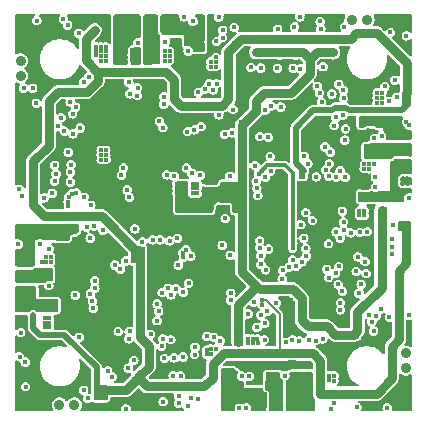
<source format=gbr>
G04 #@! TF.GenerationSoftware,KiCad,Pcbnew,8.0.0-8.0.0-1~ubuntu22.04.1*
G04 #@! TF.CreationDate,2024-03-02T20:13:00+07:00*
G04 #@! TF.ProjectId,FC_ESC_STM32F405RG_26x26,46435f45-5343-45f5-9354-4d3332463430,rev?*
G04 #@! TF.SameCoordinates,Original*
G04 #@! TF.FileFunction,Copper,L7,Inr*
G04 #@! TF.FilePolarity,Positive*
%FSLAX46Y46*%
G04 Gerber Fmt 4.6, Leading zero omitted, Abs format (unit mm)*
G04 Created by KiCad (PCBNEW 8.0.0-8.0.0-1~ubuntu22.04.1) date 2024-03-02 20:13:00*
%MOMM*%
%LPD*%
G01*
G04 APERTURE LIST*
G04 Aperture macros list*
%AMRoundRect*
0 Rectangle with rounded corners*
0 $1 Rounding radius*
0 $2 $3 $4 $5 $6 $7 $8 $9 X,Y pos of 4 corners*
0 Add a 4 corners polygon primitive as box body*
4,1,4,$2,$3,$4,$5,$6,$7,$8,$9,$2,$3,0*
0 Add four circle primitives for the rounded corners*
1,1,$1+$1,$2,$3*
1,1,$1+$1,$4,$5*
1,1,$1+$1,$6,$7*
1,1,$1+$1,$8,$9*
0 Add four rect primitives between the rounded corners*
20,1,$1+$1,$2,$3,$4,$5,0*
20,1,$1+$1,$4,$5,$6,$7,0*
20,1,$1+$1,$6,$7,$8,$9,0*
20,1,$1+$1,$8,$9,$2,$3,0*%
G04 Aperture macros list end*
G04 #@! TA.AperFunction,ComponentPad*
%ADD10C,0.900000*%
G04 #@! TD*
G04 #@! TA.AperFunction,ComponentPad*
%ADD11RoundRect,0.225000X-0.475000X0.225000X-0.475000X-0.225000X0.475000X-0.225000X0.475000X0.225000X0*%
G04 #@! TD*
G04 #@! TA.AperFunction,ComponentPad*
%ADD12O,1.400000X0.900000*%
G04 #@! TD*
G04 #@! TA.AperFunction,ComponentPad*
%ADD13RoundRect,0.225000X0.475000X-0.225000X0.475000X0.225000X-0.475000X0.225000X-0.475000X-0.225000X0*%
G04 #@! TD*
G04 #@! TA.AperFunction,ComponentPad*
%ADD14RoundRect,0.225000X0.225000X0.475000X-0.225000X0.475000X-0.225000X-0.475000X0.225000X-0.475000X0*%
G04 #@! TD*
G04 #@! TA.AperFunction,ComponentPad*
%ADD15O,0.900000X1.400000*%
G04 #@! TD*
G04 #@! TA.AperFunction,ComponentPad*
%ADD16RoundRect,0.225000X-0.225000X-0.475000X0.225000X-0.475000X0.225000X0.475000X-0.225000X0.475000X0*%
G04 #@! TD*
G04 #@! TA.AperFunction,ViaPad*
%ADD17C,0.400000*%
G04 #@! TD*
G04 #@! TA.AperFunction,Conductor*
%ADD18C,0.300000*%
G04 #@! TD*
G04 #@! TA.AperFunction,Conductor*
%ADD19C,0.800000*%
G04 #@! TD*
G04 #@! TA.AperFunction,Conductor*
%ADD20C,0.500000*%
G04 #@! TD*
G04 #@! TA.AperFunction,Conductor*
%ADD21C,0.200000*%
G04 #@! TD*
G04 APERTURE END LIST*
D10*
X203700500Y-96457500D03*
X202450500Y-96457500D03*
X201200500Y-96457500D03*
X231755700Y-92088900D03*
X231755700Y-93338900D03*
X231755700Y-94588900D03*
X199150500Y-68582500D03*
X199150500Y-67332500D03*
X199150500Y-66082500D03*
X227220500Y-63832500D03*
X228470500Y-63832500D03*
X229720500Y-63832500D03*
D11*
X199525500Y-84382500D03*
D12*
X199525500Y-85632500D03*
X199525500Y-86882500D03*
D13*
X231450900Y-76046900D03*
D12*
X231450900Y-74796900D03*
X231450900Y-73546900D03*
D14*
X211400500Y-64232500D03*
D15*
X210150500Y-64232500D03*
X208900500Y-64232500D03*
D16*
X219575500Y-96082500D03*
D15*
X220825500Y-96082500D03*
X222075500Y-96082500D03*
D17*
X229749100Y-70453500D03*
X215680500Y-67412500D03*
X201326500Y-83966300D03*
X206370000Y-66530000D03*
X214900000Y-92180000D03*
X229749100Y-70047100D03*
X201199500Y-89122500D03*
X211359500Y-66897500D03*
X206350000Y-66920000D03*
X215274100Y-67412500D03*
X201199500Y-89503500D03*
X201580500Y-89503500D03*
X205960000Y-66520000D03*
X219208100Y-90875100D03*
X203250000Y-78850000D03*
X225290000Y-93980000D03*
X205980000Y-74890000D03*
X225680000Y-94410000D03*
X219233500Y-91256100D03*
X201580500Y-89884500D03*
X206370000Y-75280000D03*
X205980000Y-75280000D03*
X228640000Y-76460000D03*
X215677500Y-91713300D03*
X229342700Y-70453500D03*
X215271100Y-67811900D03*
X228265400Y-76081000D03*
X228250500Y-80410300D03*
X215677500Y-67811900D03*
X218446100Y-90875100D03*
X227844100Y-80410300D03*
X218446100Y-91256100D03*
X227844100Y-80003900D03*
X200945500Y-84347300D03*
X201840000Y-78520000D03*
X203180000Y-79240000D03*
X201707500Y-84347300D03*
X218827100Y-90875100D03*
X211359500Y-67303900D03*
X201326500Y-84347300D03*
X228250000Y-76450000D03*
X211765900Y-67303900D03*
X211374100Y-66522500D03*
X229342700Y-70047100D03*
X203200000Y-79640000D03*
X228250500Y-80003900D03*
X205560000Y-66870000D03*
X206390000Y-75680000D03*
X203490000Y-78580000D03*
X211765900Y-66897500D03*
X201199500Y-89884500D03*
X211780500Y-66522500D03*
X215271100Y-91713300D03*
X206360000Y-66150000D03*
X215680000Y-67040000D03*
X205970000Y-66910000D03*
X201580500Y-89122500D03*
X225700000Y-93990000D03*
X205560000Y-66140000D03*
X215271100Y-92119700D03*
X229342700Y-70859900D03*
X206380000Y-67310000D03*
X214920000Y-91812500D03*
X206380000Y-74880000D03*
X228640000Y-76091000D03*
X229040000Y-76091000D03*
X205950000Y-66140000D03*
X201707500Y-83940900D03*
X205560000Y-66500000D03*
X229749100Y-70859900D03*
X205990000Y-75680000D03*
X205970000Y-67310000D03*
X225270000Y-94380000D03*
X203890000Y-78490000D03*
X218827100Y-91256100D03*
X205110500Y-79552500D03*
X207860500Y-76392500D03*
X211200500Y-72972500D03*
X205040000Y-82340000D03*
X219570500Y-76632500D03*
X213730500Y-77722500D03*
X214090500Y-78122500D03*
X213730500Y-78522500D03*
X222200500Y-82772500D03*
X214100500Y-78522500D03*
X214090500Y-77722500D03*
X213730500Y-78122500D03*
X222190500Y-83172500D03*
X219310500Y-76872500D03*
X224638692Y-70810000D03*
X228540500Y-78932500D03*
X228250000Y-78660000D03*
X228160000Y-79010000D03*
X230640500Y-82442500D03*
X225500000Y-70130000D03*
X212850500Y-78132500D03*
X217800500Y-90862500D03*
X227620500Y-90652500D03*
X219180500Y-66382500D03*
X217850500Y-72932500D03*
X218050500Y-78132500D03*
X222410500Y-66402500D03*
X230000500Y-79832500D03*
X212400500Y-77732500D03*
X217850500Y-72532500D03*
X225750000Y-66490000D03*
X227580500Y-90302500D03*
X218050500Y-79982500D03*
X221100000Y-66840000D03*
X217800500Y-91262500D03*
X213750500Y-63982500D03*
X212850500Y-77732500D03*
X212400500Y-78532500D03*
X218050500Y-78542500D03*
X217400500Y-90862500D03*
X218050500Y-79202500D03*
X230000500Y-80232500D03*
X217430500Y-91262500D03*
X225600000Y-66820000D03*
X222440500Y-66832500D03*
X212400500Y-78132500D03*
X221100500Y-66482500D03*
X218050500Y-79592500D03*
X219190500Y-66732500D03*
X212850500Y-78532500D03*
X229180000Y-75390000D03*
X228420000Y-75400000D03*
X228796934Y-75366062D03*
X230629200Y-83049501D03*
X222842619Y-67990856D03*
X224467556Y-70032925D03*
X229287385Y-88915222D03*
X221183613Y-71228771D03*
X228220000Y-72230000D03*
X228660000Y-72170000D03*
X229030000Y-72180000D03*
X232030000Y-88860000D03*
X230344651Y-70759214D03*
X222240000Y-67950000D03*
X230390000Y-89030000D03*
X231820000Y-65200000D03*
X219430000Y-83150000D03*
X218280000Y-96720000D03*
X200230000Y-89240000D03*
X231354025Y-81098363D03*
X206350500Y-95872500D03*
X230820000Y-91700000D03*
X224910000Y-95650000D03*
X223140000Y-76640000D03*
X208690500Y-84272500D03*
X200420500Y-78692500D03*
X208790000Y-94280000D03*
X205950500Y-95052500D03*
X219600000Y-87600000D03*
X204810500Y-65182500D03*
X212040500Y-70072500D03*
X200410500Y-78292500D03*
X219600000Y-87960000D03*
X201760500Y-70762500D03*
X208900500Y-83902500D03*
X231350000Y-81510000D03*
X201755417Y-73959186D03*
X200220000Y-88840000D03*
X206370500Y-95462500D03*
X230860000Y-91330000D03*
X205390000Y-64620000D03*
X221300500Y-65682500D03*
X209070000Y-94030000D03*
X205540500Y-95052500D03*
X200230000Y-89620000D03*
X201750500Y-74342500D03*
X212320500Y-70322500D03*
X209270500Y-83722500D03*
X217240500Y-65792500D03*
X222930000Y-76930000D03*
X205560500Y-95862500D03*
X232030000Y-70970000D03*
X220950500Y-65682500D03*
X217620000Y-65790000D03*
X205110000Y-64910000D03*
X225280000Y-95640000D03*
X205960500Y-95462500D03*
X209110500Y-84262500D03*
X231650000Y-70980000D03*
X205560500Y-95452500D03*
X201720000Y-71160000D03*
X205950500Y-95872500D03*
X225640000Y-95620000D03*
X226240000Y-88413503D03*
X216320000Y-93870000D03*
X214210500Y-95992500D03*
X216690000Y-93940000D03*
X216550000Y-93580000D03*
X213289900Y-96573300D03*
X224734811Y-90858673D03*
X220550000Y-94010000D03*
X226400000Y-86840000D03*
X220860000Y-93960000D03*
X220190000Y-94020000D03*
X212527900Y-95701100D03*
X211230000Y-96180000D03*
X226240000Y-87810000D03*
X223399100Y-94050100D03*
X223043500Y-93948500D03*
X225090000Y-84980000D03*
X206900000Y-94070000D03*
X223690000Y-94380000D03*
X226040000Y-86260000D03*
X204860000Y-95900000D03*
X203866500Y-81604100D03*
X206530000Y-93570000D03*
X203104500Y-81604100D03*
X203485500Y-81604100D03*
X205310000Y-88270000D03*
X199050500Y-78195002D03*
X201326500Y-85337900D03*
X208380000Y-90210000D03*
X201580500Y-85591900D03*
X199280000Y-78760000D03*
X201580500Y-85058500D03*
X207420000Y-90240000D03*
X202040000Y-76170000D03*
X201885300Y-88360500D03*
X200183500Y-69640700D03*
X201885300Y-87801700D03*
X201631300Y-88081100D03*
X210706943Y-89325243D03*
X208302816Y-90865070D03*
X199430000Y-69640000D03*
X214570500Y-66172500D03*
X214030000Y-66320000D03*
X214240000Y-66030000D03*
X203820500Y-71252500D03*
X215950000Y-63630000D03*
X204503944Y-69118460D03*
X204200000Y-73010000D03*
X210267300Y-66719700D03*
X216260000Y-65350000D03*
X210267300Y-67126100D03*
X210267300Y-66313300D03*
X203560500Y-71802500D03*
X222340000Y-64440000D03*
X224570000Y-64590000D03*
X207854300Y-66846700D03*
X203190000Y-75050000D03*
X207854300Y-66440300D03*
X207854300Y-67202300D03*
X224515316Y-63988478D03*
X203590000Y-73507500D03*
X202790500Y-63802500D03*
X225296855Y-76020067D03*
X224149529Y-91005850D03*
X219508651Y-84556716D03*
X219500000Y-83820000D03*
X220290000Y-75420000D03*
X212890000Y-83590000D03*
X231830000Y-72490000D03*
X232050000Y-72760000D03*
X213150000Y-83320000D03*
X212940000Y-83950000D03*
X212070000Y-93970000D03*
X227100059Y-81895200D03*
X212700500Y-93982500D03*
X228515870Y-81786941D03*
X231030000Y-70410000D03*
X226500500Y-81632500D03*
X226210000Y-76610000D03*
X229994371Y-69495139D03*
X204070500Y-64982500D03*
X220320000Y-76670000D03*
X225230000Y-85680000D03*
X225470000Y-96770000D03*
X225820000Y-85290000D03*
X230200000Y-96680000D03*
X227805287Y-87001096D03*
X199167500Y-90327401D03*
X226210000Y-82320000D03*
X199548500Y-92827400D03*
X226091500Y-84732400D03*
X225700000Y-96260000D03*
X227570000Y-85160000D03*
X227653600Y-96666300D03*
X228420000Y-85340000D03*
X199070000Y-92360000D03*
X222180500Y-84162500D03*
X225390000Y-75050000D03*
X219850000Y-71510000D03*
X226650000Y-77170000D03*
X220920000Y-64650000D03*
X230470000Y-64920000D03*
X223300500Y-80172500D03*
X203140500Y-64302500D03*
X220156350Y-83258750D03*
X219400000Y-82540000D03*
X226580500Y-64422500D03*
X212502500Y-84626700D03*
X213570500Y-83852500D03*
X211520500Y-76982500D03*
X212150500Y-77092500D03*
X219010000Y-76200000D03*
X216880500Y-77082500D03*
X216470500Y-80672500D03*
X200540500Y-63912500D03*
X223309074Y-83203926D03*
X224990119Y-76539806D03*
X229710000Y-88320000D03*
X222880500Y-81192500D03*
X225880053Y-81814081D03*
X230620000Y-83660000D03*
X223880000Y-80850000D03*
X225232900Y-82807700D03*
X232040000Y-78950000D03*
X213380000Y-86140000D03*
X223130000Y-82330000D03*
X211140000Y-86940000D03*
X217676114Y-96731841D03*
X211873407Y-87135155D03*
X216080000Y-91030000D03*
X212558800Y-96319200D03*
X215540000Y-90740000D03*
X218410500Y-88752500D03*
X208080000Y-96770000D03*
X219830000Y-89560000D03*
X208176581Y-78263369D03*
X211090000Y-91510000D03*
X210850000Y-88520000D03*
X198940000Y-82840000D03*
X207690000Y-77020000D03*
X206125500Y-81657500D03*
X208374480Y-78880382D03*
X204530000Y-78870000D03*
X211883000Y-90925900D03*
X210723561Y-87907659D03*
X202040000Y-77510000D03*
X205371316Y-81310574D03*
X202337324Y-72881397D03*
X204760500Y-81412500D03*
X217043145Y-73425068D03*
X218890000Y-87780000D03*
X217140000Y-71450000D03*
X213000000Y-63600000D03*
X215460000Y-69780000D03*
X216448604Y-73528685D03*
X215940000Y-71890000D03*
X216270000Y-64720000D03*
X214204300Y-69996300D03*
X222800000Y-63590000D03*
X229720000Y-73680000D03*
X225253300Y-77082900D03*
X221615500Y-91147500D03*
X211206522Y-90866801D03*
X223328116Y-83852728D03*
X210160000Y-90470000D03*
X219106219Y-77530760D03*
X223180000Y-75390000D03*
X224930500Y-74622500D03*
X219250000Y-78730000D03*
X219167868Y-78131608D03*
X223480000Y-76030000D03*
X219883524Y-77161607D03*
X225850500Y-72112500D03*
X225710000Y-72810000D03*
X224200500Y-77152500D03*
X221310000Y-85820000D03*
X212920000Y-86920000D03*
X221881338Y-84808000D03*
X213890000Y-92190000D03*
X222480290Y-84700552D03*
X212338262Y-86616816D03*
X214930000Y-90650000D03*
X222967268Y-84337091D03*
X230850000Y-68960000D03*
X217250000Y-64500000D03*
X216220500Y-82932500D03*
X220800000Y-87810000D03*
X219810061Y-90918196D03*
X216900000Y-83790000D03*
X220050000Y-88530000D03*
X219902717Y-85014462D03*
X219510000Y-88870000D03*
X222765384Y-91037600D03*
X219170000Y-89890000D03*
X216950500Y-87592500D03*
X223550500Y-90932500D03*
X216961674Y-86989101D03*
X212440000Y-82330000D03*
X208069405Y-84275200D03*
X211765900Y-82569300D03*
X205440000Y-86560000D03*
X210970000Y-82470000D03*
X207610000Y-84980000D03*
X205060000Y-87070000D03*
X210330000Y-82480000D03*
X207130000Y-84610000D03*
X209470000Y-82650000D03*
X205236589Y-87670475D03*
X208830500Y-81542500D03*
X214380500Y-77012500D03*
X210911500Y-72441500D03*
X213650500Y-76852500D03*
X209060000Y-69590000D03*
X213200500Y-76382500D03*
X211280000Y-70990000D03*
X209020000Y-70260000D03*
X213280500Y-73312500D03*
X213870000Y-73170000D03*
X211300000Y-70380000D03*
X214440500Y-72892500D03*
X208380000Y-70110000D03*
X230650500Y-81212500D03*
X224770000Y-67820000D03*
X229200313Y-78002858D03*
X219500000Y-67930000D03*
X204500000Y-95220000D03*
X201140000Y-78920000D03*
X200800000Y-82830000D03*
X211330000Y-92520000D03*
X229190000Y-77200000D03*
X224270500Y-69462500D03*
X229120000Y-73880000D03*
X218650000Y-67880000D03*
X208270000Y-93350000D03*
X201600500Y-83256198D03*
X201550000Y-86350000D03*
X212172300Y-92475300D03*
X220360000Y-71180000D03*
X226110000Y-69310000D03*
X215750000Y-69250000D03*
X220900000Y-67950000D03*
X226600500Y-74032500D03*
X208740000Y-92690000D03*
X204100000Y-90720000D03*
X203780000Y-87170000D03*
X212910608Y-92401016D03*
X228900000Y-89440000D03*
X213590500Y-95902500D03*
X228320471Y-84320399D03*
X217870000Y-94010000D03*
X215740500Y-65682500D03*
X203360500Y-70792500D03*
X213347258Y-66489272D03*
X203430500Y-76122500D03*
X218530000Y-94030000D03*
X228685156Y-88876035D03*
X221526356Y-93968263D03*
X227715299Y-83919381D03*
X202596500Y-72129900D03*
X211420500Y-65692500D03*
X209100500Y-65783000D03*
X203370500Y-76762500D03*
X229050000Y-90220000D03*
X228000000Y-86250000D03*
X222173789Y-90918308D03*
X227869500Y-81858100D03*
X204950500Y-68712500D03*
X202870000Y-73280000D03*
X208313763Y-69147381D03*
X203370500Y-77602500D03*
X226440500Y-71952500D03*
X219420000Y-73740000D03*
X226497852Y-80958439D03*
X226400000Y-80060000D03*
X226670000Y-73070000D03*
X226490000Y-69820000D03*
X225862900Y-77159100D03*
X226500000Y-70510000D03*
X200490500Y-70912500D03*
X214755395Y-69750315D03*
X220130500Y-73802500D03*
X215124850Y-69271277D03*
X223240000Y-73450000D03*
X215290000Y-77630000D03*
X206490000Y-79480000D03*
X204520000Y-81990000D03*
X217830000Y-69710000D03*
X231500000Y-77300000D03*
X228500000Y-73980000D03*
X208430000Y-87740000D03*
X214530000Y-89140000D03*
X215820000Y-75720000D03*
X228140000Y-78060000D03*
X220200000Y-80190000D03*
X223630000Y-73430000D03*
X200250000Y-96750000D03*
X230710000Y-63600000D03*
X231180000Y-64900000D03*
X226000000Y-64100000D03*
X220600000Y-80190000D03*
X225990000Y-79480000D03*
X217000000Y-84430000D03*
X220720000Y-77190000D03*
X208980000Y-82180000D03*
X218130000Y-69950000D03*
X215840000Y-80070000D03*
X228220000Y-73740000D03*
X215130000Y-65720000D03*
X225570000Y-81100000D03*
X210050000Y-70020000D03*
X204210000Y-82210000D03*
X216690000Y-79720000D03*
X209230000Y-76270000D03*
X218160000Y-70330000D03*
X206180000Y-79660000D03*
X207590000Y-87330000D03*
X213240000Y-69390000D03*
X202470000Y-75130000D03*
X214900000Y-77630000D03*
X221490000Y-74830000D03*
X220000000Y-74550000D03*
X217610000Y-92870000D03*
X228550000Y-78040000D03*
X209130000Y-73900000D03*
X210050000Y-69620000D03*
X221620000Y-74500000D03*
X209960000Y-76410000D03*
X223840000Y-73770000D03*
X213250000Y-69020000D03*
X221900000Y-93240000D03*
X209150000Y-72120000D03*
X209610000Y-76410000D03*
X208010000Y-87330000D03*
X221010000Y-80190000D03*
X216680000Y-80040000D03*
X213340000Y-93720000D03*
X208020000Y-86910000D03*
X225440000Y-80730000D03*
X210040000Y-70430000D03*
X228320000Y-77850000D03*
X215920000Y-79690000D03*
X200260000Y-96310000D03*
X215950000Y-70270000D03*
X222090000Y-88010000D03*
X213110000Y-89300000D03*
X198970000Y-64940000D03*
X223440000Y-73780000D03*
X224020000Y-73430000D03*
X225940000Y-81190000D03*
X217600000Y-93180000D03*
X221000000Y-79790000D03*
X231900000Y-77700000D03*
X218470000Y-89400000D03*
X222090000Y-87610000D03*
X222080000Y-63600000D03*
X200260000Y-95860000D03*
X232060000Y-90640000D03*
X204460000Y-82550000D03*
X220600000Y-80600000D03*
X222330000Y-92860000D03*
X220190000Y-80600000D03*
X214310000Y-83240000D03*
X208630000Y-66410000D03*
X199790000Y-64960000D03*
X206480000Y-79870000D03*
X231140000Y-95430000D03*
X231950000Y-95410000D03*
X204060000Y-82560000D03*
X216310000Y-79710000D03*
X226440000Y-74640000D03*
X231500000Y-77700000D03*
X221010000Y-80610000D03*
X226170000Y-63720000D03*
X205510000Y-77630000D03*
X231550000Y-95420000D03*
X217810000Y-70110000D03*
X208760000Y-73910000D03*
X210470000Y-69620000D03*
X221540000Y-92940000D03*
X205110000Y-77640000D03*
X203710000Y-82400000D03*
X208750000Y-72120000D03*
X216250000Y-80060000D03*
X209040000Y-67240000D03*
X228560000Y-73620000D03*
X205100000Y-78030000D03*
X213560000Y-69210000D03*
X213910000Y-94030000D03*
X205520000Y-78040000D03*
X215680000Y-77620000D03*
X213990000Y-83400000D03*
X221940000Y-92850000D03*
X208430000Y-87330000D03*
X230710000Y-64030000D03*
X220600000Y-79780000D03*
X226460000Y-75000000D03*
X228560000Y-73230000D03*
X208940000Y-92050000D03*
X232050000Y-91160000D03*
X219790000Y-74860000D03*
X213730000Y-93680000D03*
X208600000Y-67210000D03*
X231900000Y-77300000D03*
X199380000Y-64950000D03*
X220200000Y-79780000D03*
X208750000Y-71720000D03*
X208600000Y-66810000D03*
X207580000Y-87740000D03*
X209160000Y-71720000D03*
X208440000Y-86910000D03*
X207600000Y-86900000D03*
X223800000Y-82840000D03*
X228970000Y-73260000D03*
X207990000Y-87750000D03*
X202110000Y-75260000D03*
X199580000Y-94900000D03*
X221333315Y-85060756D03*
X202160000Y-76900000D03*
X205430000Y-85940000D03*
X213927677Y-91572588D03*
X211658182Y-86570800D03*
D18*
X220013000Y-76170000D02*
X221570000Y-76170000D01*
X222190500Y-76790500D02*
X222190500Y-83172500D01*
X221570000Y-76170000D02*
X222190500Y-76790500D01*
X219310500Y-76872500D02*
X220013000Y-76170000D01*
D19*
X225770000Y-90510000D02*
X227373000Y-90510000D01*
X217900000Y-72770000D02*
X219100000Y-71570000D01*
X219010000Y-86290000D02*
X217900000Y-85180000D01*
X219100000Y-70720000D02*
X219800000Y-70020000D01*
X219390000Y-86670000D02*
X222210661Y-86670000D01*
X223640000Y-67170000D02*
X224220000Y-66590000D01*
X222210661Y-86670000D02*
X222950000Y-87409339D01*
X219010000Y-86593661D02*
X219010000Y-86290000D01*
X225060000Y-89800000D02*
X225770000Y-90510000D01*
D18*
X219150500Y-66532500D02*
X219020500Y-66662500D01*
D19*
X219100000Y-71570000D02*
X219100000Y-70720000D01*
D18*
X222440500Y-66832500D02*
X222400500Y-66792500D01*
D19*
X217590000Y-88013661D02*
X219010000Y-86593661D01*
X223640000Y-68450028D02*
X223640000Y-67170000D01*
X227680000Y-88570000D02*
X227680000Y-90203000D01*
X229720645Y-79922645D02*
X229720645Y-86529355D01*
X217900000Y-80360000D02*
X217900000Y-72770000D01*
D18*
X219190500Y-66372500D02*
X219180500Y-66382500D01*
D19*
X223640000Y-67170000D02*
X223050000Y-66580000D01*
X219800000Y-70020000D02*
X222070028Y-70020000D01*
X222950000Y-89270000D02*
X223480000Y-89800000D01*
X229720645Y-86529355D02*
X227680000Y-88570000D01*
X224220000Y-66590000D02*
X225630000Y-66590000D01*
X227373000Y-90510000D02*
X227580500Y-90302500D01*
X217590000Y-91103000D02*
X217590000Y-88013661D01*
X222950000Y-87409339D02*
X222950000Y-89270000D01*
X222070028Y-70020000D02*
X223640000Y-68450028D01*
X219010000Y-86290000D02*
X219390000Y-86670000D01*
X217900000Y-85180000D02*
X217900000Y-79983000D01*
X223480000Y-89800000D02*
X225060000Y-89800000D01*
X223050000Y-66580000D02*
X219103000Y-66580000D01*
X227680000Y-90203000D02*
X227580500Y-90302500D01*
D20*
X223140000Y-76640000D02*
X222440000Y-75940000D01*
D19*
X204874500Y-65315528D02*
X205440028Y-64750000D01*
X221090000Y-92100000D02*
X223910000Y-92100000D01*
X209864000Y-94854000D02*
X214726000Y-94854000D01*
D20*
X226926796Y-71513900D02*
X231456100Y-71513900D01*
X222440000Y-75940000D02*
X222440000Y-72983000D01*
D19*
X215440000Y-94140000D02*
X215440000Y-93011461D01*
X209127500Y-94122500D02*
X209130000Y-94120000D01*
X216247028Y-71110000D02*
X216760000Y-70597028D01*
X229312500Y-64962500D02*
X231840000Y-67490000D01*
X212180000Y-68940000D02*
X212180000Y-70570000D01*
X212720000Y-71110000D02*
X216247028Y-71110000D01*
D21*
X219910000Y-87600000D02*
X221090000Y-88780000D01*
D19*
X208040000Y-95210000D02*
X209070000Y-94180000D01*
D20*
X200838500Y-90538500D02*
X200220000Y-89920000D01*
D19*
X230580500Y-94210372D02*
X230580500Y-91512500D01*
X205653381Y-68243381D02*
X204680000Y-67270000D01*
D20*
X205600000Y-95102000D02*
X205600000Y-93272000D01*
D19*
X212180000Y-70570000D02*
X212720000Y-71110000D01*
D20*
X223909100Y-71513900D02*
X225524204Y-71513900D01*
X225739604Y-71298500D02*
X226711396Y-71298500D01*
X200220000Y-89920000D02*
X200220000Y-88840000D01*
D19*
X205700500Y-69023161D02*
X205700500Y-68290500D01*
X231210000Y-90883000D02*
X231210000Y-85103428D01*
X201140000Y-80500000D02*
X200210000Y-79570000D01*
X214726000Y-94854000D02*
X215440000Y-94140000D01*
X216351461Y-92100000D02*
X221090000Y-92100000D01*
X230580500Y-91512500D02*
X231210000Y-90883000D01*
X215440000Y-93011461D02*
X216351461Y-92100000D01*
X209130000Y-94120000D02*
X209864000Y-94854000D01*
D20*
X226711396Y-71298500D02*
X226926796Y-71513900D01*
X231950000Y-71020000D02*
X231950000Y-70730000D01*
D19*
X206048000Y-80500000D02*
X201140000Y-80500000D01*
X205960500Y-95462500D02*
X206213000Y-95210000D01*
D21*
X221090000Y-88780000D02*
X221090000Y-92100000D01*
D19*
X224510000Y-92700000D02*
X224510000Y-95492500D01*
D20*
X222440000Y-72983000D02*
X223909100Y-71513900D01*
D19*
X206480280Y-68243381D02*
X208140500Y-68243381D01*
D21*
X219600000Y-87600000D02*
X219910000Y-87600000D01*
D20*
X202866500Y-90538500D02*
X200838500Y-90538500D01*
D19*
X200210000Y-75843000D02*
X201550000Y-74503000D01*
X201550000Y-74503000D02*
X201550000Y-70753750D01*
D21*
X219600000Y-87600000D02*
X219600000Y-87960000D01*
D19*
X204680000Y-67270000D02*
X204680000Y-65510028D01*
X201550000Y-70753750D02*
X202331250Y-69972500D01*
X205700500Y-68290500D02*
X205653381Y-68243381D01*
X208140500Y-68243381D02*
X205653381Y-68243381D01*
X224510000Y-95492500D02*
X229298372Y-95492500D01*
X211483381Y-68243381D02*
X212180000Y-68940000D01*
X209270500Y-90717528D02*
X209270500Y-83722500D01*
X216760000Y-70597028D02*
X216760000Y-66563000D01*
X210020000Y-91467028D02*
X209270500Y-90717528D01*
X204751161Y-69972500D02*
X205700500Y-69023161D01*
X231840000Y-67490000D02*
X231840000Y-70075700D01*
X210020000Y-93230000D02*
X210020000Y-91467028D01*
X223910000Y-92100000D02*
X224510000Y-92700000D01*
X202331250Y-69972500D02*
X204751161Y-69972500D01*
X229298372Y-95492500D02*
X230580500Y-94210372D01*
X209270500Y-83722500D02*
X206048000Y-80500000D01*
X204680000Y-65510028D02*
X204760000Y-65430028D01*
D20*
X225524204Y-71513900D02*
X225739604Y-71298500D01*
X231456100Y-71513900D02*
X231950000Y-71020000D01*
D19*
X200210000Y-79570000D02*
X200210000Y-75843000D01*
X216760000Y-66563000D02*
X217860500Y-65462500D01*
X206213000Y-95210000D02*
X208040000Y-95210000D01*
X217860500Y-65462500D02*
X227089969Y-65462500D01*
X231830500Y-84482928D02*
X231830500Y-81422500D01*
X227089969Y-65462500D02*
X227589969Y-64962500D01*
D20*
X205960500Y-95462500D02*
X205600000Y-95102000D01*
D19*
X208140500Y-68243381D02*
X211483381Y-68243381D01*
X227589969Y-64962500D02*
X229312500Y-64962500D01*
X209220000Y-94030000D02*
X210020000Y-93230000D01*
D20*
X205600000Y-93272000D02*
X202866500Y-90538500D01*
D19*
X231210000Y-85103428D02*
X231830500Y-84482928D01*
G04 #@! TA.AperFunction,Conductor*
G36*
X198825703Y-88824220D02*
G01*
X199669971Y-88819689D01*
X199728260Y-88838284D01*
X199764489Y-88887591D01*
X199769500Y-88918688D01*
X199769500Y-89979309D01*
X199770130Y-89981659D01*
X199792234Y-90064156D01*
X199800201Y-90093888D01*
X199800202Y-90093890D01*
X199859507Y-90196609D01*
X199859509Y-90196611D01*
X199859511Y-90196614D01*
X200561886Y-90898989D01*
X200561888Y-90898990D01*
X200561890Y-90898992D01*
X200664607Y-90958296D01*
X200664609Y-90958297D01*
X200664613Y-90958299D01*
X200688822Y-90964784D01*
X200688825Y-90964787D01*
X200688826Y-90964786D01*
X200779188Y-90988999D01*
X200779190Y-90989000D01*
X200779191Y-90989000D01*
X202638889Y-90989000D01*
X202697080Y-91007907D01*
X202708893Y-91017996D01*
X203086752Y-91395855D01*
X203114529Y-91450372D01*
X203104958Y-91510804D01*
X203061693Y-91554069D01*
X203001261Y-91563640D01*
X202987568Y-91560461D01*
X202853766Y-91519189D01*
X202853761Y-91519187D01*
X202853758Y-91519187D01*
X202853753Y-91519186D01*
X202853752Y-91519186D01*
X202601738Y-91481200D01*
X202601735Y-91481200D01*
X202346865Y-91481200D01*
X202346861Y-91481200D01*
X202094847Y-91519186D01*
X202094837Y-91519188D01*
X201851295Y-91594311D01*
X201621673Y-91704891D01*
X201621669Y-91704893D01*
X201621666Y-91704895D01*
X201414851Y-91845899D01*
X201411076Y-91848473D01*
X201224251Y-92021821D01*
X201224240Y-92021833D01*
X201065347Y-92221079D01*
X201065343Y-92221084D01*
X201065341Y-92221088D01*
X201033804Y-92275712D01*
X200937908Y-92441809D01*
X200937904Y-92441818D01*
X200844792Y-92679060D01*
X200788079Y-92927538D01*
X200788077Y-92927547D01*
X200769032Y-93181697D01*
X200769032Y-93181702D01*
X200788077Y-93435852D01*
X200788077Y-93435856D01*
X200788078Y-93435857D01*
X200795044Y-93466376D01*
X200844792Y-93684339D01*
X200931277Y-93904696D01*
X200937907Y-93921588D01*
X201065341Y-94142312D01*
X201065345Y-94142318D01*
X201065347Y-94142320D01*
X201224240Y-94341566D01*
X201224251Y-94341578D01*
X201411076Y-94514926D01*
X201411078Y-94514927D01*
X201411083Y-94514932D01*
X201621666Y-94658505D01*
X201851296Y-94769089D01*
X202094842Y-94844213D01*
X202346865Y-94882200D01*
X202346870Y-94882200D01*
X202601730Y-94882200D01*
X202601735Y-94882200D01*
X202853758Y-94844213D01*
X203097304Y-94769089D01*
X203326934Y-94658505D01*
X203537517Y-94514932D01*
X203724350Y-94341577D01*
X203883259Y-94142312D01*
X204010693Y-93921588D01*
X204103808Y-93684337D01*
X204160522Y-93435857D01*
X204177246Y-93212691D01*
X204179568Y-93181702D01*
X204179568Y-93181697D01*
X204170878Y-93065740D01*
X204160522Y-92927543D01*
X204103808Y-92679063D01*
X204103807Y-92679060D01*
X204102755Y-92675648D01*
X204103671Y-92614470D01*
X204140371Y-92565514D01*
X204198838Y-92547479D01*
X204256740Y-92567255D01*
X204267356Y-92576459D01*
X204470567Y-92779670D01*
X205120504Y-93429607D01*
X205148281Y-93484124D01*
X205149500Y-93499611D01*
X205149500Y-94892146D01*
X205148492Y-94906235D01*
X205144500Y-94934000D01*
X205144500Y-94984778D01*
X205143281Y-95000265D01*
X205135008Y-95052499D01*
X205135008Y-95052500D01*
X205143281Y-95104732D01*
X205144500Y-95120220D01*
X205144500Y-95433915D01*
X205125593Y-95492106D01*
X205076093Y-95528070D01*
X205014907Y-95528070D01*
X205000555Y-95522124D01*
X204985310Y-95514356D01*
X204985304Y-95514354D01*
X204947966Y-95508440D01*
X204893450Y-95480661D01*
X204865674Y-95426144D01*
X204875245Y-95365716D01*
X204885646Y-95345304D01*
X204905492Y-95220000D01*
X204885646Y-95094696D01*
X204828050Y-94981658D01*
X204738342Y-94891950D01*
X204719205Y-94882199D01*
X204625307Y-94834355D01*
X204625304Y-94834354D01*
X204500000Y-94814508D01*
X204374696Y-94834354D01*
X204374692Y-94834355D01*
X204261659Y-94891949D01*
X204171949Y-94981659D01*
X204114355Y-95094692D01*
X204114354Y-95094696D01*
X204107442Y-95138340D01*
X204094508Y-95220000D01*
X204108048Y-95305492D01*
X204114354Y-95345303D01*
X204114355Y-95345307D01*
X204123321Y-95362903D01*
X204171950Y-95458342D01*
X204261658Y-95548050D01*
X204374696Y-95605646D01*
X204412031Y-95611559D01*
X204466547Y-95639336D01*
X204494325Y-95693853D01*
X204484754Y-95754285D01*
X204474354Y-95774694D01*
X204474354Y-95774696D01*
X204459704Y-95867196D01*
X204454508Y-95900000D01*
X204473984Y-96022971D01*
X204474354Y-96025303D01*
X204474355Y-96025307D01*
X204509468Y-96094219D01*
X204531950Y-96138342D01*
X204621658Y-96228050D01*
X204734696Y-96285646D01*
X204860000Y-96305492D01*
X204985304Y-96285646D01*
X205098342Y-96228050D01*
X205127854Y-96198537D01*
X205182367Y-96170762D01*
X205242799Y-96180333D01*
X205267412Y-96198095D01*
X205273519Y-96204126D01*
X205354064Y-96247448D01*
X205421419Y-96266022D01*
X205479445Y-96273388D01*
X205479452Y-96273387D01*
X205479454Y-96273388D01*
X205574573Y-96271815D01*
X205871051Y-96266914D01*
X205888164Y-96268118D01*
X205950500Y-96277992D01*
X206030975Y-96265245D01*
X206044801Y-96264042D01*
X206233252Y-96260928D01*
X206250366Y-96262132D01*
X206350500Y-96277992D01*
X206350501Y-96277992D01*
X206387745Y-96272093D01*
X206475804Y-96258146D01*
X206477834Y-96257111D01*
X206501324Y-96248672D01*
X206532111Y-96241839D01*
X206539839Y-96239966D01*
X206620895Y-96197609D01*
X206641551Y-96180000D01*
X210824508Y-96180000D01*
X210841636Y-96288146D01*
X210844354Y-96305303D01*
X210844355Y-96305307D01*
X210890985Y-96396823D01*
X210901950Y-96418342D01*
X210991658Y-96508050D01*
X211104696Y-96565646D01*
X211230000Y-96585492D01*
X211355304Y-96565646D01*
X211468342Y-96508050D01*
X211558050Y-96418342D01*
X211615646Y-96305304D01*
X211635492Y-96180000D01*
X211615646Y-96054696D01*
X211558050Y-95941658D01*
X211468342Y-95851950D01*
X211454315Y-95844803D01*
X211355307Y-95794355D01*
X211355304Y-95794354D01*
X211230000Y-95774508D01*
X211104696Y-95794354D01*
X211104692Y-95794355D01*
X210991659Y-95851949D01*
X210901949Y-95941659D01*
X210844355Y-96054692D01*
X210844354Y-96054696D01*
X210826429Y-96167874D01*
X210824508Y-96180000D01*
X206641551Y-96180000D01*
X206674066Y-96152282D01*
X206692163Y-96134835D01*
X206692165Y-96134830D01*
X206692167Y-96134829D01*
X206737448Y-96055387D01*
X206737447Y-96055387D01*
X206737452Y-96055380D01*
X206757677Y-95988501D01*
X206760030Y-95973021D01*
X206766467Y-95930682D01*
X206766467Y-95930677D01*
X206766468Y-95930673D01*
X206766645Y-95908699D01*
X206786022Y-95850664D01*
X206835811Y-95815101D01*
X206865642Y-95810500D01*
X207954864Y-95810500D01*
X207954880Y-95810501D01*
X207960943Y-95810501D01*
X208119055Y-95810501D01*
X208119057Y-95810501D01*
X208271785Y-95769577D01*
X208340921Y-95729661D01*
X208340923Y-95729659D01*
X208340925Y-95729659D01*
X208361063Y-95718032D01*
X208408716Y-95690520D01*
X208520520Y-95578716D01*
X208520521Y-95578713D01*
X209059997Y-95039236D01*
X209114512Y-95011461D01*
X209174944Y-95021032D01*
X209199999Y-95039235D01*
X209495284Y-95334520D01*
X209632216Y-95413577D01*
X209632218Y-95413577D01*
X209632219Y-95413578D01*
X209708117Y-95433915D01*
X209784940Y-95454500D01*
X209784942Y-95454501D01*
X209784943Y-95454501D01*
X209949121Y-95454501D01*
X209949137Y-95454500D01*
X212045552Y-95454500D01*
X212103743Y-95473407D01*
X212139707Y-95522907D01*
X212143333Y-95568987D01*
X212142254Y-95575794D01*
X212142254Y-95575796D01*
X212131815Y-95641709D01*
X212124084Y-95690521D01*
X212122408Y-95701100D01*
X212133253Y-95769576D01*
X212142254Y-95826403D01*
X212142255Y-95826407D01*
X212163039Y-95867196D01*
X212199850Y-95939442D01*
X212199852Y-95939444D01*
X212217468Y-95957061D01*
X212245244Y-96011578D01*
X212235672Y-96072010D01*
X212233214Y-96076021D01*
X212173155Y-96193892D01*
X212173154Y-96193896D01*
X212158623Y-96285645D01*
X212153308Y-96319200D01*
X212172749Y-96441950D01*
X212173154Y-96444503D01*
X212173155Y-96444507D01*
X212179776Y-96457501D01*
X212230750Y-96557542D01*
X212320458Y-96647250D01*
X212433496Y-96704846D01*
X212558800Y-96724692D01*
X212684104Y-96704846D01*
X212773194Y-96659451D01*
X212833625Y-96649880D01*
X212888142Y-96677657D01*
X212906348Y-96702715D01*
X212951640Y-96791604D01*
X212961850Y-96811642D01*
X212962406Y-96812198D01*
X212962762Y-96812896D01*
X212966431Y-96817947D01*
X212965631Y-96818528D01*
X212990182Y-96866713D01*
X212980611Y-96927145D01*
X212937346Y-96970410D01*
X212892401Y-96981200D01*
X208567955Y-96981200D01*
X208509764Y-96962293D01*
X208473800Y-96912793D01*
X208470174Y-96866713D01*
X208476629Y-96825962D01*
X208485492Y-96770000D01*
X208465646Y-96644696D01*
X208408050Y-96531658D01*
X208318342Y-96441950D01*
X208290883Y-96427959D01*
X208205307Y-96384355D01*
X208205304Y-96384354D01*
X208080000Y-96364508D01*
X207954696Y-96384354D01*
X207954692Y-96384355D01*
X207841659Y-96441949D01*
X207751949Y-96531659D01*
X207694355Y-96644692D01*
X207694354Y-96644696D01*
X207674508Y-96770000D01*
X207683371Y-96825962D01*
X207689826Y-96866713D01*
X207680255Y-96927145D01*
X207636990Y-96970410D01*
X207592045Y-96981200D01*
X204318062Y-96981200D01*
X204259871Y-96962293D01*
X204223907Y-96912793D01*
X204223907Y-96851607D01*
X204236586Y-96825962D01*
X204280720Y-96762023D01*
X204336737Y-96614318D01*
X204355778Y-96457500D01*
X204354200Y-96444507D01*
X204337321Y-96305492D01*
X204336737Y-96300682D01*
X204280720Y-96152977D01*
X204212879Y-96054692D01*
X204190984Y-96022971D01*
X204134602Y-95973021D01*
X204072740Y-95918217D01*
X203975529Y-95867196D01*
X203932864Y-95844803D01*
X203779487Y-95807000D01*
X203779485Y-95807000D01*
X203621515Y-95807000D01*
X203621512Y-95807000D01*
X203468135Y-95844803D01*
X203328258Y-95918218D01*
X203210014Y-96022972D01*
X203210012Y-96022974D01*
X203156975Y-96099813D01*
X203108359Y-96136963D01*
X203047191Y-96138441D01*
X202996837Y-96103684D01*
X202994025Y-96099813D01*
X202940987Y-96022974D01*
X202940985Y-96022972D01*
X202884601Y-95973021D01*
X202822740Y-95918217D01*
X202725529Y-95867196D01*
X202682864Y-95844803D01*
X202529487Y-95807000D01*
X202529485Y-95807000D01*
X202371515Y-95807000D01*
X202371512Y-95807000D01*
X202218135Y-95844803D01*
X202078258Y-95918218D01*
X201960015Y-96022971D01*
X201870280Y-96152976D01*
X201814263Y-96300682D01*
X201814262Y-96300683D01*
X201795222Y-96457498D01*
X201795222Y-96457501D01*
X201814262Y-96614316D01*
X201814263Y-96614318D01*
X201870280Y-96762023D01*
X201909282Y-96818528D01*
X201914414Y-96825962D01*
X201931909Y-96884593D01*
X201911601Y-96942309D01*
X201861246Y-96977066D01*
X201832938Y-96981200D01*
X198773800Y-96981200D01*
X198715609Y-96962293D01*
X198679645Y-96912793D01*
X198674800Y-96882200D01*
X198674800Y-94900000D01*
X199174508Y-94900000D01*
X199193677Y-95021032D01*
X199194354Y-95025303D01*
X199194355Y-95025307D01*
X199208211Y-95052500D01*
X199251950Y-95138342D01*
X199341658Y-95228050D01*
X199454696Y-95285646D01*
X199580000Y-95305492D01*
X199705304Y-95285646D01*
X199818342Y-95228050D01*
X199908050Y-95138342D01*
X199965646Y-95025304D01*
X199985492Y-94900000D01*
X199985369Y-94899226D01*
X199975095Y-94834355D01*
X199965646Y-94774696D01*
X199908050Y-94661658D01*
X199818342Y-94571950D01*
X199814406Y-94569944D01*
X199705307Y-94514355D01*
X199705304Y-94514354D01*
X199580000Y-94494508D01*
X199454696Y-94514354D01*
X199454692Y-94514355D01*
X199341659Y-94571949D01*
X199251949Y-94661659D01*
X199194355Y-94774692D01*
X199194354Y-94774696D01*
X199174631Y-94899226D01*
X199174508Y-94900000D01*
X198674800Y-94900000D01*
X198674800Y-92768384D01*
X198693707Y-92710193D01*
X198743207Y-92674229D01*
X198804393Y-92674229D01*
X198824687Y-92684569D01*
X198824717Y-92684513D01*
X198831657Y-92688049D01*
X198831658Y-92688050D01*
X198944696Y-92745646D01*
X199063786Y-92764507D01*
X199118302Y-92792284D01*
X199146080Y-92846800D01*
X199155401Y-92905646D01*
X199162225Y-92948735D01*
X199162854Y-92952703D01*
X199162855Y-92952707D01*
X199198136Y-93021949D01*
X199220450Y-93065742D01*
X199310158Y-93155450D01*
X199423196Y-93213046D01*
X199548500Y-93232892D01*
X199673804Y-93213046D01*
X199786842Y-93155450D01*
X199876550Y-93065742D01*
X199934146Y-92952704D01*
X199953992Y-92827400D01*
X199934146Y-92702096D01*
X199876550Y-92589058D01*
X199786842Y-92499350D01*
X199782906Y-92497344D01*
X199673807Y-92441755D01*
X199673804Y-92441754D01*
X199655533Y-92438860D01*
X199554712Y-92422891D01*
X199500196Y-92395113D01*
X199472419Y-92340597D01*
X199468078Y-92313191D01*
X199455646Y-92234696D01*
X199398050Y-92121658D01*
X199308342Y-92031950D01*
X199304406Y-92029944D01*
X199195307Y-91974355D01*
X199195304Y-91974354D01*
X199070000Y-91954508D01*
X198944696Y-91974354D01*
X198944692Y-91974355D01*
X198864198Y-92015370D01*
X198831658Y-92031950D01*
X198831657Y-92031950D01*
X198824717Y-92035487D01*
X198824099Y-92034274D01*
X198773787Y-92050615D01*
X198715599Y-92031700D01*
X198679641Y-91982195D01*
X198674800Y-91951615D01*
X198674800Y-90640100D01*
X198693707Y-90581909D01*
X198743207Y-90545945D01*
X198804393Y-90545945D01*
X198843801Y-90570094D01*
X198929158Y-90655451D01*
X199042196Y-90713047D01*
X199167500Y-90732893D01*
X199292804Y-90713047D01*
X199405842Y-90655451D01*
X199495550Y-90565743D01*
X199553146Y-90452705D01*
X199572992Y-90327401D01*
X199572128Y-90321949D01*
X199566767Y-90288097D01*
X199553146Y-90202097D01*
X199495550Y-90089059D01*
X199405842Y-89999351D01*
X199366506Y-89979308D01*
X199292807Y-89941756D01*
X199292804Y-89941755D01*
X199167500Y-89921909D01*
X199042196Y-89941755D01*
X199042192Y-89941756D01*
X198929159Y-89999350D01*
X198929158Y-89999350D01*
X198929158Y-89999351D01*
X198843801Y-90084707D01*
X198789287Y-90112483D01*
X198728855Y-90102912D01*
X198685590Y-90059647D01*
X198674800Y-90014702D01*
X198674800Y-88917455D01*
X198693707Y-88859264D01*
X198743207Y-88823300D01*
X198786192Y-88819234D01*
X198825703Y-88824220D01*
G37*
G04 #@! TD.AperFunction*
G04 #@! TA.AperFunction,Conductor*
G36*
X231345647Y-93844684D02*
G01*
X231383460Y-93878183D01*
X231523335Y-93951596D01*
X231676715Y-93989400D01*
X231676718Y-93989400D01*
X231834682Y-93989400D01*
X231834685Y-93989400D01*
X231988065Y-93951596D01*
X232127940Y-93878183D01*
X232127942Y-93878180D01*
X232128792Y-93877735D01*
X232189104Y-93867434D01*
X232243952Y-93894550D01*
X232272387Y-93948727D01*
X232273800Y-93965395D01*
X232273800Y-96882200D01*
X232254893Y-96940391D01*
X232205393Y-96976355D01*
X232174800Y-96981200D01*
X230657576Y-96981200D01*
X230599385Y-96962293D01*
X230563421Y-96912793D01*
X230563421Y-96851607D01*
X230569366Y-96837255D01*
X230578908Y-96818528D01*
X230585646Y-96805304D01*
X230605492Y-96680000D01*
X230585646Y-96554696D01*
X230528050Y-96441658D01*
X230438342Y-96351950D01*
X230434406Y-96349944D01*
X230325307Y-96294355D01*
X230325304Y-96294354D01*
X230200000Y-96274508D01*
X230074696Y-96294354D01*
X230074692Y-96294355D01*
X229961659Y-96351949D01*
X229871949Y-96441659D01*
X229814355Y-96554692D01*
X229814354Y-96554696D01*
X229800100Y-96644696D01*
X229794508Y-96680000D01*
X229808762Y-96770000D01*
X229814354Y-96805303D01*
X229814354Y-96805305D01*
X229830634Y-96837255D01*
X229840205Y-96897687D01*
X229812428Y-96952204D01*
X229757911Y-96979981D01*
X229742424Y-96981200D01*
X228104195Y-96981200D01*
X228046004Y-96962293D01*
X228010040Y-96912793D01*
X228010040Y-96851607D01*
X228015986Y-96837254D01*
X228018809Y-96831713D01*
X228039246Y-96791604D01*
X228059092Y-96666300D01*
X228039246Y-96540996D01*
X227981650Y-96427958D01*
X227891942Y-96338250D01*
X227857204Y-96320550D01*
X227778031Y-96280209D01*
X227734767Y-96236945D01*
X227725196Y-96176512D01*
X227752974Y-96121996D01*
X227807491Y-96094219D01*
X227822977Y-96093000D01*
X229213236Y-96093000D01*
X229213252Y-96093001D01*
X229219315Y-96093001D01*
X229377427Y-96093001D01*
X229377429Y-96093001D01*
X229530157Y-96052077D01*
X229582844Y-96021658D01*
X229582846Y-96021656D01*
X229582848Y-96021656D01*
X229607873Y-96007207D01*
X229667088Y-95973020D01*
X229778892Y-95861216D01*
X229778893Y-95861213D01*
X230949213Y-94690893D01*
X230949216Y-94690892D01*
X231061020Y-94579088D01*
X231109852Y-94494508D01*
X231128905Y-94461508D01*
X231128919Y-94461480D01*
X231128933Y-94461458D01*
X231140077Y-94442157D01*
X231181001Y-94289429D01*
X231181001Y-94131314D01*
X231181001Y-94125252D01*
X231181000Y-94125234D01*
X231181000Y-93918788D01*
X231199907Y-93860597D01*
X231249407Y-93824633D01*
X231310593Y-93824633D01*
X231345647Y-93844684D01*
G37*
G04 #@! TD.AperFunction*
G04 #@! TA.AperFunction,Conductor*
G36*
X230044084Y-88676041D02*
G01*
X230071862Y-88730557D01*
X230062291Y-88790989D01*
X230062290Y-88790991D01*
X230004355Y-88904692D01*
X230004354Y-88904696D01*
X229989704Y-88997196D01*
X229984508Y-89030000D01*
X230004078Y-89153564D01*
X230004354Y-89155303D01*
X230004355Y-89155307D01*
X230047724Y-89240423D01*
X230061950Y-89268342D01*
X230151658Y-89358050D01*
X230264696Y-89415646D01*
X230390000Y-89435492D01*
X230495014Y-89418859D01*
X230555445Y-89428430D01*
X230598709Y-89471694D01*
X230609500Y-89516640D01*
X230609500Y-90593257D01*
X230590593Y-90651448D01*
X230580503Y-90663261D01*
X230211785Y-91031977D01*
X230211786Y-91031978D01*
X230211784Y-91031980D01*
X230211783Y-91031979D01*
X230099982Y-91143781D01*
X230099980Y-91143783D01*
X230099980Y-91143784D01*
X230068652Y-91198048D01*
X230059707Y-91213541D01*
X230059706Y-91213542D01*
X230020924Y-91280711D01*
X230020923Y-91280715D01*
X229979999Y-91433443D01*
X229979999Y-91433445D01*
X229979999Y-91599531D01*
X229980000Y-91599544D01*
X229980000Y-92059471D01*
X229961093Y-92117662D01*
X229911593Y-92153626D01*
X229850407Y-92153626D01*
X229803599Y-92121197D01*
X229724354Y-92021827D01*
X229724348Y-92021821D01*
X229537523Y-91848473D01*
X229537520Y-91848471D01*
X229537517Y-91848468D01*
X229326934Y-91704895D01*
X229312398Y-91697895D01*
X229097304Y-91594311D01*
X228853762Y-91519188D01*
X228853759Y-91519187D01*
X228853758Y-91519187D01*
X228853753Y-91519186D01*
X228853752Y-91519186D01*
X228601738Y-91481200D01*
X228601735Y-91481200D01*
X228346865Y-91481200D01*
X228346861Y-91481200D01*
X228094847Y-91519186D01*
X228094837Y-91519188D01*
X227851295Y-91594311D01*
X227621673Y-91704891D01*
X227621669Y-91704893D01*
X227621666Y-91704895D01*
X227414851Y-91845899D01*
X227411076Y-91848473D01*
X227224251Y-92021821D01*
X227224240Y-92021833D01*
X227065347Y-92221079D01*
X227065343Y-92221084D01*
X227065341Y-92221088D01*
X227033804Y-92275712D01*
X226937908Y-92441809D01*
X226937904Y-92441818D01*
X226844792Y-92679060D01*
X226788079Y-92927538D01*
X226788077Y-92927547D01*
X226769032Y-93181697D01*
X226769032Y-93181702D01*
X226788077Y-93435852D01*
X226788077Y-93435856D01*
X226788078Y-93435857D01*
X226795044Y-93466376D01*
X226844792Y-93684339D01*
X226931277Y-93904696D01*
X226937907Y-93921588D01*
X227065341Y-94142312D01*
X227065345Y-94142318D01*
X227065347Y-94142320D01*
X227224240Y-94341566D01*
X227224251Y-94341578D01*
X227411076Y-94514926D01*
X227411078Y-94514927D01*
X227411083Y-94514932D01*
X227621666Y-94658505D01*
X227687795Y-94690351D01*
X227715730Y-94703804D01*
X227759955Y-94746087D01*
X227770880Y-94806289D01*
X227744333Y-94861415D01*
X227690453Y-94890409D01*
X227672776Y-94892000D01*
X226003399Y-94892000D01*
X225945208Y-94873093D01*
X225909244Y-94823593D01*
X225909244Y-94762407D01*
X225933393Y-94722998D01*
X226008050Y-94648342D01*
X226065646Y-94535304D01*
X226085492Y-94410000D01*
X226065646Y-94284696D01*
X226055391Y-94264570D01*
X226045820Y-94204141D01*
X226055392Y-94174680D01*
X226065265Y-94155303D01*
X226085646Y-94115304D01*
X226105492Y-93990000D01*
X226085646Y-93864696D01*
X226028050Y-93751658D01*
X225938342Y-93661950D01*
X225923628Y-93654453D01*
X225825307Y-93604355D01*
X225825304Y-93604354D01*
X225700000Y-93584508D01*
X225574696Y-93604354D01*
X225574691Y-93604355D01*
X225549757Y-93617060D01*
X225489324Y-93626631D01*
X225459869Y-93617060D01*
X225415308Y-93594355D01*
X225415304Y-93594354D01*
X225290000Y-93574508D01*
X225227835Y-93584354D01*
X225224987Y-93584805D01*
X225164555Y-93575234D01*
X225121290Y-93531969D01*
X225110500Y-93487024D01*
X225110500Y-92620943D01*
X225102048Y-92589400D01*
X225095683Y-92565646D01*
X225069577Y-92468215D01*
X225030779Y-92401016D01*
X224990520Y-92331284D01*
X224878716Y-92219480D01*
X224878713Y-92219478D01*
X224390521Y-91731286D01*
X224390520Y-91731284D01*
X224278716Y-91619480D01*
X224278713Y-91619478D01*
X224210119Y-91579875D01*
X224169178Y-91534406D01*
X224162782Y-91473555D01*
X224193375Y-91420567D01*
X224244131Y-91396358D01*
X224274833Y-91391496D01*
X224387871Y-91333900D01*
X224471166Y-91250604D01*
X224525680Y-91222828D01*
X224586113Y-91232399D01*
X224609507Y-91244319D01*
X224711987Y-91260550D01*
X224734810Y-91264165D01*
X224734810Y-91264164D01*
X224734811Y-91264165D01*
X224860115Y-91244319D01*
X224973153Y-91186723D01*
X225062861Y-91097015D01*
X225120457Y-90983977D01*
X225127564Y-90939100D01*
X225155341Y-90884585D01*
X225209857Y-90856807D01*
X225270289Y-90866378D01*
X225295345Y-90884581D01*
X225401284Y-90990520D01*
X225538216Y-91069577D01*
X225538218Y-91069577D01*
X225538219Y-91069578D01*
X225600417Y-91086244D01*
X225690940Y-91110500D01*
X225690942Y-91110501D01*
X225690943Y-91110501D01*
X225855121Y-91110501D01*
X225855137Y-91110500D01*
X227287864Y-91110500D01*
X227287880Y-91110501D01*
X227293943Y-91110501D01*
X227452056Y-91110501D01*
X227452057Y-91110501D01*
X227604785Y-91069577D01*
X227610600Y-91066218D01*
X227644616Y-91054171D01*
X227745804Y-91038146D01*
X227858842Y-90980550D01*
X227948550Y-90890842D01*
X228006146Y-90777804D01*
X228010846Y-90748126D01*
X228038621Y-90693613D01*
X228048713Y-90683521D01*
X228048716Y-90683520D01*
X228160520Y-90571716D01*
X228202057Y-90499772D01*
X228224235Y-90461359D01*
X228224249Y-90461331D01*
X228224263Y-90461309D01*
X228239577Y-90434785D01*
X228280500Y-90282058D01*
X228280500Y-90123943D01*
X228280500Y-89276778D01*
X228299407Y-89218587D01*
X228348907Y-89182623D01*
X228410093Y-89182623D01*
X228439625Y-89200720D01*
X228440509Y-89199504D01*
X228446812Y-89204083D01*
X228446814Y-89204085D01*
X228446816Y-89204086D01*
X228461433Y-89211534D01*
X228504698Y-89254798D01*
X228514269Y-89315230D01*
X228494994Y-89436931D01*
X228494508Y-89440000D01*
X228514081Y-89563583D01*
X228514354Y-89565303D01*
X228514355Y-89565307D01*
X228551759Y-89638715D01*
X228571950Y-89678342D01*
X228661658Y-89768050D01*
X228721105Y-89798340D01*
X228721696Y-89798641D01*
X228764960Y-89841905D01*
X228774531Y-89902338D01*
X228746755Y-89956852D01*
X228721951Y-89981655D01*
X228721950Y-89981658D01*
X228664355Y-90094692D01*
X228664354Y-90094696D01*
X228647344Y-90202097D01*
X228644508Y-90220000D01*
X228661518Y-90327401D01*
X228664354Y-90345303D01*
X228664355Y-90345307D01*
X228703316Y-90421771D01*
X228721950Y-90458342D01*
X228811658Y-90548050D01*
X228924696Y-90605646D01*
X229050000Y-90625492D01*
X229175304Y-90605646D01*
X229288342Y-90548050D01*
X229378050Y-90458342D01*
X229435646Y-90345304D01*
X229455492Y-90220000D01*
X229435646Y-90094696D01*
X229378050Y-89981658D01*
X229288342Y-89891950D01*
X229265878Y-89880504D01*
X229228303Y-89861358D01*
X229185039Y-89818093D01*
X229175468Y-89757661D01*
X229203244Y-89703147D01*
X229228050Y-89678342D01*
X229285646Y-89565304D01*
X229305492Y-89440000D01*
X229302105Y-89418616D01*
X229311676Y-89358185D01*
X229354940Y-89314920D01*
X229384397Y-89305348D01*
X229412689Y-89300868D01*
X229525727Y-89243272D01*
X229615435Y-89153564D01*
X229673031Y-89040526D01*
X229692877Y-88915222D01*
X229679468Y-88830560D01*
X229689039Y-88770129D01*
X229732304Y-88726864D01*
X229761759Y-88717294D01*
X229835304Y-88705646D01*
X229929136Y-88657835D01*
X229989567Y-88648264D01*
X230044084Y-88676041D01*
G37*
G04 #@! TD.AperFunction*
G04 #@! TA.AperFunction,Conductor*
G36*
X223678448Y-92719407D02*
G01*
X223690261Y-92729496D01*
X223880504Y-92919739D01*
X223908281Y-92974256D01*
X223909500Y-92989743D01*
X223909500Y-93355928D01*
X223890593Y-93414119D01*
X223841093Y-93450083D01*
X223797579Y-93454081D01*
X223760503Y-93449200D01*
X223760500Y-93449200D01*
X222055914Y-93449200D01*
X222037167Y-93450675D01*
X222023756Y-93451730D01*
X221977739Y-93459018D01*
X221897964Y-93489637D01*
X221833269Y-93531646D01*
X221820711Y-93540485D01*
X221820709Y-93540486D01*
X221820709Y-93540487D01*
X221815978Y-93546153D01*
X221796174Y-93569872D01*
X221744364Y-93602421D01*
X221683318Y-93598301D01*
X221675235Y-93594629D01*
X221651663Y-93582618D01*
X221651660Y-93582617D01*
X221526356Y-93562771D01*
X221401052Y-93582617D01*
X221401044Y-93582619D01*
X221369947Y-93598464D01*
X221309515Y-93608035D01*
X221255002Y-93580259D01*
X221214269Y-93539526D01*
X221203004Y-93529072D01*
X221170509Y-93511898D01*
X221122147Y-93486338D01*
X221047646Y-93466376D01*
X220994460Y-93459374D01*
X220994459Y-93459374D01*
X220049582Y-93459374D01*
X220049578Y-93459374D01*
X219997004Y-93466215D01*
X219996995Y-93466216D01*
X219996993Y-93466217D01*
X219971477Y-93472971D01*
X219923254Y-93485737D01*
X219909159Y-93490015D01*
X219909154Y-93490017D01*
X219831427Y-93538206D01*
X219776544Y-93592432D01*
X219766046Y-93603612D01*
X219766045Y-93603613D01*
X219766042Y-93603617D01*
X219766042Y-93603618D01*
X219722821Y-93684217D01*
X219717955Y-93701949D01*
X219702409Y-93758600D01*
X219695088Y-93811734D01*
X219695088Y-93811740D01*
X219689836Y-94683995D01*
X219670579Y-94742071D01*
X219620863Y-94777736D01*
X219578419Y-94781617D01*
X219540350Y-94776803D01*
X219540342Y-94776803D01*
X219462422Y-94777202D01*
X218344478Y-94782935D01*
X218286191Y-94764326D01*
X218249973Y-94715011D01*
X218244970Y-94684107D01*
X218244808Y-94590593D01*
X218244760Y-94562526D01*
X218244112Y-94546579D01*
X218242277Y-94523522D01*
X218240457Y-94516370D01*
X218244429Y-94455318D01*
X218283529Y-94408256D01*
X218342825Y-94393166D01*
X218381344Y-94403747D01*
X218404696Y-94415646D01*
X218530000Y-94435492D01*
X218655304Y-94415646D01*
X218768342Y-94358050D01*
X218858050Y-94268342D01*
X218915646Y-94155304D01*
X218935492Y-94030000D01*
X218915646Y-93904696D01*
X218858050Y-93791658D01*
X218768342Y-93701950D01*
X218733539Y-93684217D01*
X218655307Y-93644355D01*
X218655304Y-93644354D01*
X218530000Y-93624508D01*
X218404696Y-93644354D01*
X218404692Y-93644355D01*
X218291658Y-93701950D01*
X218291654Y-93701953D01*
X218279998Y-93713608D01*
X218225480Y-93741382D01*
X218165049Y-93731807D01*
X218139998Y-93713606D01*
X218108342Y-93681950D01*
X218069088Y-93661949D01*
X217995307Y-93624355D01*
X217995304Y-93624354D01*
X217870000Y-93604508D01*
X217869997Y-93604508D01*
X217836322Y-93609841D01*
X217775891Y-93600269D01*
X217732627Y-93557004D01*
X217727892Y-93546153D01*
X217726130Y-93541349D01*
X217673488Y-93466563D01*
X217673486Y-93466561D01*
X217616178Y-93414958D01*
X217616165Y-93414948D01*
X217571957Y-93384564D01*
X217525566Y-93360926D01*
X217497921Y-93346841D01*
X217472864Y-93328636D01*
X217422442Y-93278214D01*
X217419369Y-93274999D01*
X217400282Y-93254115D01*
X217393701Y-93248985D01*
X217394260Y-93248267D01*
X217383886Y-93240545D01*
X217363184Y-93219844D01*
X217363177Y-93219837D01*
X217351912Y-93209383D01*
X217304556Y-93184355D01*
X217271055Y-93166649D01*
X217196554Y-93146687D01*
X217143368Y-93139685D01*
X217143367Y-93139685D01*
X216400018Y-93139685D01*
X216341827Y-93120778D01*
X216305863Y-93071278D01*
X216305863Y-93010092D01*
X216330015Y-92970681D01*
X216372355Y-92928342D01*
X216571201Y-92729496D01*
X216625717Y-92701719D01*
X216641204Y-92700500D01*
X221010943Y-92700500D01*
X223620257Y-92700500D01*
X223678448Y-92719407D01*
G37*
G04 #@! TD.AperFunction*
G04 #@! TA.AperFunction,Conductor*
G36*
X205702539Y-81668071D02*
G01*
X205730317Y-81722588D01*
X205730317Y-81722589D01*
X205739854Y-81782803D01*
X205739855Y-81782807D01*
X205773224Y-81848296D01*
X205797450Y-81895842D01*
X205887158Y-81985550D01*
X206000196Y-82043146D01*
X206125500Y-82062992D01*
X206250804Y-82043146D01*
X206363842Y-81985550D01*
X206453550Y-81895842D01*
X206453551Y-81895839D01*
X206454074Y-81895317D01*
X206508591Y-81867540D01*
X206569023Y-81877111D01*
X206594082Y-81895317D01*
X208245504Y-83546739D01*
X208273281Y-83601256D01*
X208274500Y-83616743D01*
X208274500Y-83786277D01*
X208255593Y-83844468D01*
X208206093Y-83880432D01*
X208160014Y-83884058D01*
X208069407Y-83869708D01*
X208069405Y-83869708D01*
X207944101Y-83889554D01*
X207944097Y-83889555D01*
X207831064Y-83947149D01*
X207741354Y-84036859D01*
X207683760Y-84149892D01*
X207683759Y-84149896D01*
X207663913Y-84275199D01*
X207663913Y-84275200D01*
X207681156Y-84384069D01*
X207671585Y-84444501D01*
X207628320Y-84487766D01*
X207567888Y-84497337D01*
X207513371Y-84469560D01*
X207495166Y-84444502D01*
X207458050Y-84371658D01*
X207368342Y-84281950D01*
X207359630Y-84277511D01*
X207255307Y-84224355D01*
X207255304Y-84224354D01*
X207130000Y-84204508D01*
X207004696Y-84224354D01*
X207004692Y-84224355D01*
X206891659Y-84281949D01*
X206801949Y-84371659D01*
X206744355Y-84484692D01*
X206744354Y-84484696D01*
X206724969Y-84607092D01*
X206724508Y-84610000D01*
X206743942Y-84732705D01*
X206744354Y-84735303D01*
X206744355Y-84735307D01*
X206786716Y-84818443D01*
X206801950Y-84848342D01*
X206891658Y-84938050D01*
X207004696Y-84995646D01*
X207130000Y-85015492D01*
X207137696Y-85016711D01*
X207137286Y-85019297D01*
X207183766Y-85034399D01*
X207219730Y-85083899D01*
X207223356Y-85099002D01*
X207224354Y-85105305D01*
X207252223Y-85160000D01*
X207281950Y-85218342D01*
X207371658Y-85308050D01*
X207484696Y-85365646D01*
X207610000Y-85385492D01*
X207735304Y-85365646D01*
X207848342Y-85308050D01*
X207938050Y-85218342D01*
X207995646Y-85105304D01*
X208015492Y-84980000D01*
X207995646Y-84854696D01*
X207980329Y-84824636D01*
X207970759Y-84764205D01*
X207998536Y-84709689D01*
X208053053Y-84681911D01*
X208068540Y-84680692D01*
X208069405Y-84680692D01*
X208194709Y-84660846D01*
X208307747Y-84603250D01*
X208307748Y-84603248D01*
X208308888Y-84602668D01*
X208369320Y-84593096D01*
X208402164Y-84604476D01*
X208479059Y-84647488D01*
X208479062Y-84647490D01*
X208546095Y-84667173D01*
X208546096Y-84667173D01*
X208546102Y-84667175D01*
X208585091Y-84672781D01*
X208639995Y-84699775D01*
X208668550Y-84753888D01*
X208670000Y-84770772D01*
X208670000Y-89746717D01*
X208651093Y-89804908D01*
X208601593Y-89840872D01*
X208540407Y-89840872D01*
X208526056Y-89834927D01*
X208505308Y-89824355D01*
X208505304Y-89824354D01*
X208380000Y-89804508D01*
X208254696Y-89824354D01*
X208254692Y-89824355D01*
X208141659Y-89881949D01*
X208051949Y-89971659D01*
X207994355Y-90084692D01*
X207994354Y-90084694D01*
X207993644Y-90089181D01*
X207965864Y-90143696D01*
X207911346Y-90171472D01*
X207850914Y-90161898D01*
X207807654Y-90118636D01*
X207755005Y-90015308D01*
X207748050Y-90001658D01*
X207658342Y-89911950D01*
X207644025Y-89904655D01*
X207545307Y-89854355D01*
X207545304Y-89854354D01*
X207420000Y-89834508D01*
X207294696Y-89854354D01*
X207294692Y-89854355D01*
X207181659Y-89911949D01*
X207091949Y-90001659D01*
X207034355Y-90114692D01*
X207034354Y-90114696D01*
X207017985Y-90218050D01*
X207014508Y-90240000D01*
X207033446Y-90359574D01*
X207034354Y-90365303D01*
X207034355Y-90365307D01*
X207089242Y-90473027D01*
X207091950Y-90478342D01*
X207181658Y-90568050D01*
X207294696Y-90625646D01*
X207420000Y-90645492D01*
X207545304Y-90625646D01*
X207658342Y-90568050D01*
X207748050Y-90478342D01*
X207805646Y-90365304D01*
X207806355Y-90360823D01*
X207834129Y-90306309D01*
X207888644Y-90278529D01*
X207949076Y-90288097D01*
X207992343Y-90331359D01*
X207992345Y-90331363D01*
X208053454Y-90451294D01*
X208063026Y-90511726D01*
X208035250Y-90566243D01*
X207974765Y-90626729D01*
X207917171Y-90739762D01*
X207917170Y-90739766D01*
X207898817Y-90855646D01*
X207897324Y-90865070D01*
X207916952Y-90989000D01*
X207917170Y-90990373D01*
X207917171Y-90990377D01*
X207959868Y-91074173D01*
X207974766Y-91103412D01*
X208064474Y-91193120D01*
X208177512Y-91250716D01*
X208302816Y-91270562D01*
X208428120Y-91250716D01*
X208541158Y-91193120D01*
X208630866Y-91103412D01*
X208630868Y-91103406D01*
X208635444Y-91097110D01*
X208637757Y-91098790D01*
X208671770Y-91064778D01*
X208732202Y-91055206D01*
X208786719Y-91082983D01*
X208786720Y-91082983D01*
X208789978Y-91086241D01*
X208789980Y-91086244D01*
X208901784Y-91198048D01*
X208901786Y-91198049D01*
X209390504Y-91686767D01*
X209418281Y-91741284D01*
X209419500Y-91756771D01*
X209419500Y-92940256D01*
X209400593Y-92998447D01*
X209390504Y-93010260D01*
X208817338Y-93583425D01*
X208762821Y-93611202D01*
X208702389Y-93601631D01*
X208659124Y-93558366D01*
X208649553Y-93497934D01*
X208654423Y-93483103D01*
X208653237Y-93482718D01*
X208655644Y-93475307D01*
X208655646Y-93475304D01*
X208675492Y-93350000D01*
X208655646Y-93224696D01*
X208655645Y-93224695D01*
X208654427Y-93217001D01*
X208655667Y-93216804D01*
X208655668Y-93163575D01*
X208691633Y-93114076D01*
X208734335Y-93096389D01*
X208739999Y-93095491D01*
X208740000Y-93095492D01*
X208865304Y-93075646D01*
X208978342Y-93018050D01*
X209068050Y-92928342D01*
X209125646Y-92815304D01*
X209145492Y-92690000D01*
X209125646Y-92564696D01*
X209068050Y-92451658D01*
X208978342Y-92361950D01*
X208901432Y-92322762D01*
X208865307Y-92304355D01*
X208865304Y-92304354D01*
X208740000Y-92284508D01*
X208614696Y-92304354D01*
X208614692Y-92304355D01*
X208501659Y-92361949D01*
X208411949Y-92451659D01*
X208354355Y-92564692D01*
X208354354Y-92564696D01*
X208352503Y-92576386D01*
X208334508Y-92690000D01*
X208351869Y-92799617D01*
X208355573Y-92822999D01*
X208354334Y-92823195D01*
X208354328Y-92876432D01*
X208318359Y-92925928D01*
X208275665Y-92943610D01*
X208144696Y-92964354D01*
X208144692Y-92964355D01*
X208031659Y-93021949D01*
X207941949Y-93111659D01*
X207884355Y-93224692D01*
X207884354Y-93224696D01*
X207867310Y-93332311D01*
X207864508Y-93350000D01*
X207882914Y-93466215D01*
X207884354Y-93475303D01*
X207884355Y-93475307D01*
X207925356Y-93555774D01*
X207941950Y-93588342D01*
X208031658Y-93678050D01*
X208144696Y-93735646D01*
X208270000Y-93755492D01*
X208395304Y-93735646D01*
X208395311Y-93735642D01*
X208402718Y-93733237D01*
X208403867Y-93736776D01*
X208448313Y-93729459D01*
X208502998Y-93756903D01*
X208531108Y-93811249D01*
X208521905Y-93871739D01*
X208503427Y-93897337D01*
X207820261Y-94580504D01*
X207765744Y-94608281D01*
X207750257Y-94609500D01*
X207135712Y-94609500D01*
X207077521Y-94590593D01*
X207041557Y-94541093D01*
X207041557Y-94479907D01*
X207077521Y-94430407D01*
X207090759Y-94422294D01*
X207138342Y-94398050D01*
X207228050Y-94308342D01*
X207285646Y-94195304D01*
X207305492Y-94070000D01*
X207285646Y-93944696D01*
X207228050Y-93831658D01*
X207138342Y-93741950D01*
X207134406Y-93739944D01*
X207025307Y-93684355D01*
X207025304Y-93684354D01*
X207017801Y-93683165D01*
X206963285Y-93655388D01*
X206935508Y-93600872D01*
X206935509Y-93577792D01*
X206935492Y-93577792D01*
X206935492Y-93569999D01*
X206930664Y-93539519D01*
X206915646Y-93444696D01*
X206858050Y-93331658D01*
X206768342Y-93241950D01*
X206750565Y-93232892D01*
X206655307Y-93184355D01*
X206655304Y-93184354D01*
X206530000Y-93164508D01*
X206404696Y-93184354D01*
X206404692Y-93184355D01*
X206291659Y-93241949D01*
X206291658Y-93241949D01*
X206291658Y-93241950D01*
X206219501Y-93314106D01*
X206164987Y-93341882D01*
X206104555Y-93332311D01*
X206061290Y-93289046D01*
X206050500Y-93244101D01*
X206050500Y-93212692D01*
X206049613Y-93209383D01*
X206019799Y-93098114D01*
X206019799Y-93098113D01*
X205960490Y-92995386D01*
X204219268Y-91254165D01*
X204191492Y-91199649D01*
X204201063Y-91139217D01*
X204244326Y-91095953D01*
X204338342Y-91048050D01*
X204428050Y-90958342D01*
X204485646Y-90845304D01*
X204505492Y-90720000D01*
X204504390Y-90713045D01*
X204501005Y-90691671D01*
X204485646Y-90594696D01*
X204428050Y-90481658D01*
X204338342Y-90391950D01*
X204331467Y-90388447D01*
X204225307Y-90334355D01*
X204225304Y-90334354D01*
X204100000Y-90314508D01*
X203974696Y-90334354D01*
X203974692Y-90334355D01*
X203861659Y-90391949D01*
X203771949Y-90481659D01*
X203724046Y-90575672D01*
X203680781Y-90618936D01*
X203620349Y-90628507D01*
X203565834Y-90600730D01*
X203143114Y-90178011D01*
X203143109Y-90178007D01*
X203040390Y-90118702D01*
X203040386Y-90118700D01*
X203016173Y-90112212D01*
X203016173Y-90112213D01*
X202925809Y-90088000D01*
X202925807Y-90088000D01*
X202069675Y-90088000D01*
X202011484Y-90069093D01*
X201975520Y-90019593D01*
X201971894Y-89973513D01*
X201985992Y-89884500D01*
X201985992Y-89884499D01*
X201982219Y-89860677D01*
X201966146Y-89759196D01*
X201961725Y-89750520D01*
X201955829Y-89738948D01*
X201946255Y-89678516D01*
X201955829Y-89649052D01*
X201966144Y-89628807D01*
X201966146Y-89628804D01*
X201985992Y-89503500D01*
X201985720Y-89501785D01*
X201980954Y-89471694D01*
X201966146Y-89378196D01*
X201955829Y-89357948D01*
X201946255Y-89297516D01*
X201955829Y-89268052D01*
X201958625Y-89262564D01*
X201966146Y-89247804D01*
X201985992Y-89122500D01*
X201984705Y-89114377D01*
X201979348Y-89080550D01*
X201966146Y-88997196D01*
X201942591Y-88950968D01*
X201933020Y-88890539D01*
X201960796Y-88836022D01*
X202015312Y-88808243D01*
X202030268Y-88807025D01*
X202205359Y-88806086D01*
X202257198Y-88799152D01*
X202299924Y-88787760D01*
X202329868Y-88779777D01*
X202329880Y-88779773D01*
X202329885Y-88779772D01*
X202343293Y-88775703D01*
X202421110Y-88727654D01*
X202476074Y-88673545D01*
X202486616Y-88662361D01*
X202529982Y-88581840D01*
X202550527Y-88507499D01*
X202557946Y-88454370D01*
X202564317Y-87641779D01*
X202564318Y-87641662D01*
X202564322Y-87640985D01*
X202564326Y-87639886D01*
X202564325Y-87639885D01*
X202564326Y-87639880D01*
X202557326Y-87585813D01*
X202537364Y-87511313D01*
X202532834Y-87496628D01*
X202532834Y-87496627D01*
X202484180Y-87419195D01*
X202484177Y-87419192D01*
X202484176Y-87419190D01*
X202429638Y-87364652D01*
X202418373Y-87354198D01*
X202373121Y-87330282D01*
X202337516Y-87311464D01*
X202263015Y-87291502D01*
X202209829Y-87284500D01*
X202209828Y-87284500D01*
X200774500Y-87284500D01*
X200716309Y-87265593D01*
X200680345Y-87216093D01*
X200675500Y-87185500D01*
X200675500Y-87170000D01*
X203374508Y-87170000D01*
X203392134Y-87281290D01*
X203394354Y-87295303D01*
X203394355Y-87295307D01*
X203436382Y-87377788D01*
X203451950Y-87408342D01*
X203541658Y-87498050D01*
X203654696Y-87555646D01*
X203780000Y-87575492D01*
X203905304Y-87555646D01*
X204018342Y-87498050D01*
X204108050Y-87408342D01*
X204165646Y-87295304D01*
X204185492Y-87170000D01*
X204169654Y-87070000D01*
X204654508Y-87070000D01*
X204672515Y-87183696D01*
X204674354Y-87195303D01*
X204674355Y-87195307D01*
X204725306Y-87295303D01*
X204731950Y-87308342D01*
X204821658Y-87398050D01*
X204821660Y-87398051D01*
X204827962Y-87402630D01*
X204826110Y-87405178D01*
X204859468Y-87438527D01*
X204869047Y-87498958D01*
X204859475Y-87528426D01*
X204850943Y-87545171D01*
X204831097Y-87670474D01*
X204831097Y-87670475D01*
X204850943Y-87795778D01*
X204850944Y-87795782D01*
X204892568Y-87877473D01*
X204908539Y-87908817D01*
X204947775Y-87948053D01*
X204975551Y-88002568D01*
X204965980Y-88063000D01*
X204924354Y-88144694D01*
X204924354Y-88144696D01*
X204915858Y-88198341D01*
X204904508Y-88270000D01*
X204924257Y-88394694D01*
X204924354Y-88395303D01*
X204924355Y-88395307D01*
X204963108Y-88471363D01*
X204981950Y-88508342D01*
X205071658Y-88598050D01*
X205184696Y-88655646D01*
X205310000Y-88675492D01*
X205435304Y-88655646D01*
X205548342Y-88598050D01*
X205638050Y-88508342D01*
X205695646Y-88395304D01*
X205715492Y-88270000D01*
X205695646Y-88144696D01*
X205638050Y-88031658D01*
X205598812Y-87992420D01*
X205571037Y-87937906D01*
X205580607Y-87877477D01*
X205622235Y-87795779D01*
X205642081Y-87670475D01*
X205622235Y-87545171D01*
X205564639Y-87432133D01*
X205474931Y-87342425D01*
X205474928Y-87342423D01*
X205468627Y-87337845D01*
X205470475Y-87335300D01*
X205437108Y-87301924D01*
X205427545Y-87241491D01*
X205437113Y-87212049D01*
X205445646Y-87195304D01*
X205465492Y-87070000D01*
X205464208Y-87061894D01*
X205473776Y-87001464D01*
X205517038Y-86958197D01*
X205546495Y-86948624D01*
X205565304Y-86945646D01*
X205678342Y-86888050D01*
X205768050Y-86798342D01*
X205825646Y-86685304D01*
X205845492Y-86560000D01*
X205825646Y-86434696D01*
X205768050Y-86321658D01*
X205768048Y-86321656D01*
X205768047Y-86321654D01*
X205761393Y-86315000D01*
X205733617Y-86260482D01*
X205743191Y-86200050D01*
X205754068Y-86185082D01*
X205753469Y-86184647D01*
X205758043Y-86178348D01*
X205758050Y-86178342D01*
X205815646Y-86065304D01*
X205835492Y-85940000D01*
X205835368Y-85939220D01*
X205826912Y-85885830D01*
X205815646Y-85814696D01*
X205758050Y-85701658D01*
X205668342Y-85611950D01*
X205602383Y-85578342D01*
X205555307Y-85554355D01*
X205555304Y-85554354D01*
X205430000Y-85534508D01*
X205304696Y-85554354D01*
X205304692Y-85554355D01*
X205191659Y-85611949D01*
X205101949Y-85701659D01*
X205044355Y-85814692D01*
X205044354Y-85814696D01*
X205024632Y-85939220D01*
X205024508Y-85940000D01*
X205037924Y-86024709D01*
X205044354Y-86065303D01*
X205044355Y-86065307D01*
X205054640Y-86085492D01*
X205101950Y-86178342D01*
X205101952Y-86178345D01*
X205108606Y-86184999D01*
X205136382Y-86239517D01*
X205126808Y-86299949D01*
X205115933Y-86314918D01*
X205116531Y-86315353D01*
X205111950Y-86321658D01*
X205054355Y-86434692D01*
X205054354Y-86434696D01*
X205034508Y-86559998D01*
X205034508Y-86560004D01*
X205035792Y-86568114D01*
X205026217Y-86628545D01*
X204982950Y-86671807D01*
X204953498Y-86681376D01*
X204934694Y-86684354D01*
X204821659Y-86741949D01*
X204731949Y-86831659D01*
X204674355Y-86944692D01*
X204674354Y-86944696D01*
X204655792Y-87061896D01*
X204654508Y-87070000D01*
X204169654Y-87070000D01*
X204165646Y-87044696D01*
X204108050Y-86931658D01*
X204018342Y-86841950D01*
X203998143Y-86831658D01*
X203905307Y-86784355D01*
X203905304Y-86784354D01*
X203780000Y-86764508D01*
X203654696Y-86784354D01*
X203654692Y-86784355D01*
X203541659Y-86841949D01*
X203451949Y-86931659D01*
X203394355Y-87044692D01*
X203394354Y-87044696D01*
X203377005Y-87154237D01*
X203374508Y-87170000D01*
X200675500Y-87170000D01*
X200675500Y-86559001D01*
X200675500Y-86559000D01*
X200668498Y-86505813D01*
X200652336Y-86445496D01*
X200651267Y-86441505D01*
X200654468Y-86380403D01*
X200692973Y-86332853D01*
X200746412Y-86316882D01*
X201053993Y-86315393D01*
X201112274Y-86334019D01*
X201148477Y-86383344D01*
X201152253Y-86398904D01*
X201164354Y-86475303D01*
X201164355Y-86475307D01*
X201216706Y-86578050D01*
X201221950Y-86588342D01*
X201311658Y-86678050D01*
X201424696Y-86735646D01*
X201550000Y-86755492D01*
X201675304Y-86735646D01*
X201788342Y-86678050D01*
X201878050Y-86588342D01*
X201935646Y-86475304D01*
X201955492Y-86350000D01*
X201953826Y-86339484D01*
X201937993Y-86239517D01*
X201935646Y-86224696D01*
X201935645Y-86224695D01*
X201934427Y-86217000D01*
X201936312Y-86216701D01*
X201936308Y-86165565D01*
X201972268Y-86116062D01*
X201976221Y-86113388D01*
X201976663Y-86113034D01*
X201976671Y-86113030D01*
X202031209Y-86058492D01*
X202041663Y-86047227D01*
X202084397Y-85966369D01*
X202104359Y-85891869D01*
X202111361Y-85838682D01*
X202111361Y-84986691D01*
X202111357Y-84985401D01*
X202111345Y-84983490D01*
X202103648Y-84929052D01*
X202103425Y-84928262D01*
X202086824Y-84869339D01*
X202082732Y-84854814D01*
X202080645Y-84848342D01*
X202078018Y-84840194D01*
X202078016Y-84840191D01*
X202078015Y-84840187D01*
X202035462Y-84774355D01*
X202028369Y-84763381D01*
X202013807Y-84749188D01*
X201985332Y-84695033D01*
X201994127Y-84634483D01*
X202012901Y-84608290D01*
X202035550Y-84585642D01*
X202093146Y-84472604D01*
X202112992Y-84347300D01*
X202093146Y-84221996D01*
X202076356Y-84189045D01*
X202066783Y-84128616D01*
X202076355Y-84099155D01*
X202093146Y-84066204D01*
X202112992Y-83940900D01*
X202112018Y-83934753D01*
X202109584Y-83919380D01*
X202093146Y-83815596D01*
X202035550Y-83702558D01*
X201945842Y-83612850D01*
X201945839Y-83612848D01*
X201945312Y-83612321D01*
X201917535Y-83557804D01*
X201927106Y-83497372D01*
X201927107Y-83497371D01*
X201928548Y-83494541D01*
X201928550Y-83494540D01*
X201986146Y-83381502D01*
X202005992Y-83256198D01*
X201986146Y-83130894D01*
X201928550Y-83017856D01*
X201838842Y-82928148D01*
X201819937Y-82918515D01*
X201776674Y-82875250D01*
X201767104Y-82814818D01*
X201794883Y-82760302D01*
X201849400Y-82732525D01*
X201865943Y-82731313D01*
X203151687Y-82745174D01*
X203152750Y-82745183D01*
X203153518Y-82745187D01*
X203154341Y-82745192D01*
X203154342Y-82745191D01*
X203154356Y-82745192D01*
X203208695Y-82738193D01*
X203283195Y-82718231D01*
X203297880Y-82713701D01*
X203310703Y-82705644D01*
X203375312Y-82665047D01*
X203375312Y-82665046D01*
X203375318Y-82665043D01*
X203429856Y-82610505D01*
X203440310Y-82599239D01*
X203483044Y-82518380D01*
X203496286Y-82468956D01*
X203500029Y-82457726D01*
X203500999Y-82455307D01*
X203505644Y-82443729D01*
X203519779Y-82354469D01*
X203529348Y-82325020D01*
X203543158Y-82297918D01*
X203561357Y-82272868D01*
X203582869Y-82251356D01*
X203607916Y-82233159D01*
X203635024Y-82219347D01*
X203664468Y-82209780D01*
X203694517Y-82205021D01*
X203725493Y-82205022D01*
X203730329Y-82205789D01*
X203731585Y-82205988D01*
X203731596Y-82205989D01*
X203774473Y-82208235D01*
X203774483Y-82208235D01*
X203774491Y-82208235D01*
X203836316Y-82204995D01*
X203836321Y-82204994D01*
X203836353Y-82204993D01*
X203840954Y-82204701D01*
X203928348Y-82177745D01*
X203995143Y-82139182D01*
X204037705Y-82106522D01*
X204082864Y-82061361D01*
X204107924Y-82043155D01*
X204116230Y-82038924D01*
X204121668Y-82036050D01*
X204129486Y-82031767D01*
X204177144Y-81995759D01*
X204231272Y-81940815D01*
X204241641Y-81929471D01*
X204283769Y-81848296D01*
X204303173Y-81773648D01*
X204306044Y-81750501D01*
X204331967Y-81695084D01*
X204385517Y-81665485D01*
X204446237Y-81673015D01*
X204474290Y-81692682D01*
X204522158Y-81740550D01*
X204635196Y-81798146D01*
X204760500Y-81817992D01*
X204768291Y-81817992D01*
X204768291Y-81820902D01*
X204815624Y-81828383D01*
X204858904Y-81871632D01*
X204868497Y-81932061D01*
X204840738Y-81986587D01*
X204815659Y-82004816D01*
X204801658Y-82011950D01*
X204711949Y-82101659D01*
X204654355Y-82214692D01*
X204654354Y-82214696D01*
X204634508Y-82339999D01*
X204634508Y-82340000D01*
X204654354Y-82465303D01*
X204654355Y-82465307D01*
X204692413Y-82539999D01*
X204711950Y-82578342D01*
X204801658Y-82668050D01*
X204914696Y-82725646D01*
X205040000Y-82745492D01*
X205165304Y-82725646D01*
X205278342Y-82668050D01*
X205368050Y-82578342D01*
X205425646Y-82465304D01*
X205445492Y-82340000D01*
X205425646Y-82214696D01*
X205368050Y-82101658D01*
X205278342Y-82011950D01*
X205228565Y-81986587D01*
X205165307Y-81954355D01*
X205165304Y-81954354D01*
X205040000Y-81934508D01*
X205032209Y-81934508D01*
X205032209Y-81931604D01*
X204984834Y-81924095D01*
X204941574Y-81880826D01*
X204932010Y-81820393D01*
X204959794Y-81765879D01*
X204984841Y-81747683D01*
X204998842Y-81740550D01*
X205060779Y-81678612D01*
X205115293Y-81650836D01*
X205175725Y-81660407D01*
X205175726Y-81660408D01*
X205246005Y-81696217D01*
X205246007Y-81696217D01*
X205246012Y-81696220D01*
X205371316Y-81716066D01*
X205496620Y-81696220D01*
X205587593Y-81649866D01*
X205648022Y-81640295D01*
X205702539Y-81668071D01*
G37*
G04 #@! TD.AperFunction*
G04 #@! TA.AperFunction,Conductor*
G36*
X218594810Y-66081907D02*
G01*
X218630774Y-66131407D01*
X218630774Y-66192593D01*
X218622358Y-66211494D01*
X218543423Y-66348216D01*
X218502500Y-66500943D01*
X218502500Y-66659057D01*
X218543423Y-66811784D01*
X218622480Y-66948716D01*
X218734284Y-67060520D01*
X218871216Y-67139577D01*
X219023943Y-67180500D01*
X220862324Y-67180500D01*
X220907268Y-67191289D01*
X220974696Y-67225646D01*
X221100000Y-67245492D01*
X221225304Y-67225646D01*
X221292731Y-67191289D01*
X221337676Y-67180500D01*
X222217544Y-67180500D01*
X222262489Y-67191291D01*
X222315189Y-67218143D01*
X222315191Y-67218143D01*
X222315196Y-67218146D01*
X222440500Y-67237992D01*
X222565804Y-67218146D01*
X222565810Y-67218143D01*
X222618511Y-67191291D01*
X222663456Y-67180500D01*
X222760257Y-67180500D01*
X222818448Y-67199407D01*
X222830261Y-67209496D01*
X223010504Y-67389739D01*
X223038281Y-67444256D01*
X223039500Y-67459743D01*
X223039500Y-67500632D01*
X223020593Y-67558823D01*
X222971093Y-67594787D01*
X222925014Y-67598413D01*
X222842621Y-67585364D01*
X222842619Y-67585364D01*
X222717315Y-67605210D01*
X222717313Y-67605210D01*
X222612003Y-67658869D01*
X222551571Y-67668440D01*
X222497056Y-67640664D01*
X222478342Y-67621950D01*
X222439088Y-67601949D01*
X222365307Y-67564355D01*
X222365304Y-67564354D01*
X222240000Y-67544508D01*
X222114696Y-67564354D01*
X222114692Y-67564355D01*
X222001659Y-67621949D01*
X221911949Y-67711659D01*
X221854355Y-67824692D01*
X221854354Y-67824696D01*
X221834508Y-67949999D01*
X221834508Y-67950000D01*
X221854354Y-68075303D01*
X221854355Y-68075307D01*
X221891379Y-68147970D01*
X221911950Y-68188342D01*
X222001658Y-68278050D01*
X222114696Y-68335646D01*
X222240000Y-68355492D01*
X222365304Y-68335646D01*
X222470615Y-68281986D01*
X222531046Y-68272415D01*
X222585563Y-68300192D01*
X222604277Y-68318906D01*
X222648773Y-68341578D01*
X222693269Y-68364250D01*
X222736533Y-68407514D01*
X222746104Y-68467947D01*
X222718327Y-68522462D01*
X221850289Y-69390503D01*
X221795772Y-69418281D01*
X221780285Y-69419500D01*
X219720942Y-69419500D01*
X219680018Y-69430465D01*
X219680017Y-69430464D01*
X219568219Y-69460421D01*
X219568218Y-69460421D01*
X219473006Y-69515392D01*
X219442465Y-69533025D01*
X219431281Y-69539482D01*
X219319479Y-69651283D01*
X219319480Y-69651284D01*
X219319478Y-69651286D01*
X218731286Y-70239478D01*
X218731284Y-70239480D01*
X218731283Y-70239479D01*
X218619482Y-70351281D01*
X218619480Y-70351283D01*
X218619480Y-70351284D01*
X218576354Y-70425983D01*
X218575554Y-70427368D01*
X218575553Y-70427369D01*
X218540424Y-70488211D01*
X218540423Y-70488215D01*
X218499499Y-70640943D01*
X218499499Y-70640945D01*
X218499499Y-70807031D01*
X218499500Y-70807044D01*
X218499500Y-71280256D01*
X218480593Y-71338447D01*
X218470504Y-71350260D01*
X217631715Y-72189048D01*
X217617892Y-72199094D01*
X217618458Y-72199873D01*
X217612160Y-72204448D01*
X217522448Y-72294160D01*
X217517873Y-72300458D01*
X217517092Y-72299891D01*
X217507048Y-72313715D01*
X217419480Y-72401283D01*
X217406053Y-72424540D01*
X217378364Y-72472500D01*
X217364940Y-72495751D01*
X217340424Y-72538212D01*
X217340423Y-72538214D01*
X217340423Y-72538215D01*
X217299499Y-72690943D01*
X217299499Y-72690945D01*
X217299499Y-72857031D01*
X217299500Y-72857044D01*
X217299500Y-72945741D01*
X217280593Y-73003932D01*
X217231093Y-73039896D01*
X217176261Y-73039897D01*
X217176144Y-73040641D01*
X217171452Y-73039897D01*
X217169914Y-73039898D01*
X217168449Y-73039422D01*
X217043145Y-73019576D01*
X216917841Y-73039422D01*
X216917837Y-73039423D01*
X216804803Y-73097018D01*
X216804801Y-73097019D01*
X216747239Y-73154581D01*
X216692722Y-73182358D01*
X216632291Y-73172787D01*
X216626042Y-73169603D01*
X216573908Y-73143039D01*
X216448604Y-73123193D01*
X216323300Y-73143039D01*
X216323296Y-73143040D01*
X216210263Y-73200634D01*
X216120553Y-73290344D01*
X216062959Y-73403377D01*
X216062958Y-73403381D01*
X216047393Y-73501658D01*
X216043112Y-73528685D01*
X216060829Y-73640550D01*
X216062958Y-73653988D01*
X216062959Y-73653992D01*
X216106782Y-73739999D01*
X216120554Y-73767027D01*
X216210262Y-73856735D01*
X216323300Y-73914331D01*
X216448604Y-73934177D01*
X216573908Y-73914331D01*
X216686946Y-73856735D01*
X216744510Y-73799170D01*
X216799024Y-73771394D01*
X216859455Y-73780964D01*
X216917841Y-73810714D01*
X217043145Y-73830560D01*
X217168449Y-73810714D01*
X217168456Y-73810710D01*
X217169905Y-73810240D01*
X217171440Y-73810239D01*
X217176144Y-73809495D01*
X217176261Y-73810239D01*
X217231090Y-73810239D01*
X217280591Y-73846201D01*
X217299500Y-73904391D01*
X217299500Y-76696101D01*
X217280593Y-76754292D01*
X217231093Y-76790256D01*
X217169907Y-76790256D01*
X217130498Y-76766106D01*
X217118842Y-76754450D01*
X217104605Y-76747196D01*
X217005807Y-76696855D01*
X217005804Y-76696854D01*
X216880500Y-76677008D01*
X216755196Y-76696854D01*
X216755192Y-76696855D01*
X216642159Y-76754449D01*
X216552449Y-76844159D01*
X216494855Y-76957192D01*
X216494854Y-76957196D01*
X216479262Y-77055644D01*
X216475008Y-77082500D01*
X216493299Y-77197989D01*
X216494855Y-77207810D01*
X216495438Y-77209605D01*
X216495437Y-77211488D01*
X216496073Y-77215499D01*
X216495437Y-77215599D01*
X216495431Y-77270790D01*
X216459461Y-77320286D01*
X216401268Y-77339186D01*
X216400989Y-77339186D01*
X216204378Y-77338609D01*
X216204377Y-77338609D01*
X216204372Y-77338609D01*
X216176275Y-77340456D01*
X216176268Y-77340456D01*
X216176267Y-77340457D01*
X216169630Y-77341353D01*
X216142691Y-77344990D01*
X216142689Y-77344990D01*
X216142686Y-77344991D01*
X216061563Y-77374195D01*
X216002252Y-77411126D01*
X215981765Y-77425695D01*
X215925185Y-77497540D01*
X215925182Y-77497544D01*
X215895255Y-77560673D01*
X215877974Y-77616561D01*
X215870219Y-77665524D01*
X215860648Y-77694981D01*
X215846844Y-77722073D01*
X215828638Y-77747132D01*
X215807132Y-77768638D01*
X215782074Y-77786842D01*
X215758716Y-77798745D01*
X215754981Y-77800648D01*
X215725525Y-77810219D01*
X215700551Y-77814175D01*
X215695487Y-77814977D01*
X215664512Y-77814977D01*
X215649195Y-77812551D01*
X215611922Y-77806647D01*
X215599523Y-77803857D01*
X215565074Y-77793743D01*
X215560638Y-77792495D01*
X215560643Y-77792495D01*
X215482305Y-77789458D01*
X215469250Y-77788952D01*
X215469249Y-77788952D01*
X215400576Y-77801850D01*
X215364413Y-77814175D01*
X215347964Y-77818249D01*
X215305486Y-77824977D01*
X215274512Y-77824977D01*
X215260795Y-77822804D01*
X215232552Y-77818331D01*
X215211477Y-77812551D01*
X215209196Y-77811644D01*
X215165244Y-77798739D01*
X215160828Y-77797495D01*
X215069436Y-77793952D01*
X215000766Y-77806849D01*
X214983484Y-77812739D01*
X214967041Y-77816811D01*
X214915486Y-77824977D01*
X214884512Y-77824977D01*
X214869496Y-77822599D01*
X214854480Y-77820220D01*
X214825024Y-77810650D01*
X214763247Y-77779174D01*
X214763246Y-77779173D01*
X214763245Y-77779173D01*
X214716501Y-77762118D01*
X214716500Y-77762117D01*
X214716498Y-77762117D01*
X214684298Y-77754629D01*
X214658434Y-77748614D01*
X214642381Y-77745548D01*
X214592304Y-77749335D01*
X214532853Y-77734869D01*
X214493260Y-77688221D01*
X214487060Y-77666108D01*
X214476146Y-77597196D01*
X214445966Y-77537966D01*
X214436395Y-77477535D01*
X214464172Y-77423018D01*
X214498891Y-77401744D01*
X214498861Y-77401684D01*
X214499632Y-77401290D01*
X214503595Y-77398863D01*
X214505799Y-77398146D01*
X214505804Y-77398146D01*
X214618842Y-77340550D01*
X214708550Y-77250842D01*
X214766146Y-77137804D01*
X214785992Y-77012500D01*
X214766146Y-76887196D01*
X214708550Y-76774158D01*
X214618842Y-76684450D01*
X214597179Y-76673412D01*
X214505807Y-76626855D01*
X214505804Y-76626854D01*
X214380500Y-76607008D01*
X214255196Y-76626854D01*
X214255192Y-76626855D01*
X214170518Y-76670000D01*
X214142158Y-76684450D01*
X214142157Y-76684450D01*
X214135217Y-76687987D01*
X214134568Y-76686714D01*
X214084459Y-76702986D01*
X214026272Y-76684068D01*
X213996269Y-76648933D01*
X213978550Y-76614158D01*
X213888842Y-76524450D01*
X213879217Y-76519546D01*
X213775807Y-76466855D01*
X213775804Y-76466854D01*
X213759609Y-76464289D01*
X213686367Y-76452688D01*
X213631851Y-76424910D01*
X213604074Y-76370395D01*
X213586146Y-76257196D01*
X213528550Y-76144158D01*
X213438842Y-76054450D01*
X213412278Y-76040915D01*
X213325807Y-75996855D01*
X213325804Y-75996854D01*
X213200500Y-75977008D01*
X213075196Y-75996854D01*
X213075192Y-75996855D01*
X212962159Y-76054449D01*
X212872449Y-76144159D01*
X212814855Y-76257192D01*
X212814854Y-76257196D01*
X212798881Y-76358049D01*
X212795008Y-76382500D01*
X212813062Y-76496492D01*
X212814854Y-76507803D01*
X212814855Y-76507807D01*
X212850115Y-76577008D01*
X212872450Y-76620842D01*
X212962158Y-76710550D01*
X213075196Y-76768146D01*
X213164632Y-76782311D01*
X213219147Y-76810087D01*
X213246925Y-76864603D01*
X213246925Y-76864604D01*
X213248175Y-76872499D01*
X213261653Y-76957596D01*
X213264854Y-76977803D01*
X213264855Y-76977807D01*
X213318403Y-77082899D01*
X213322450Y-77090842D01*
X213412158Y-77180550D01*
X213412160Y-77180551D01*
X213417668Y-77186059D01*
X213416681Y-77187045D01*
X213447710Y-77229742D01*
X213447717Y-77290928D01*
X213411758Y-77340431D01*
X213353570Y-77359345D01*
X213325391Y-77355253D01*
X213268316Y-77338313D01*
X213268310Y-77338312D01*
X213210439Y-77329818D01*
X213210442Y-77329818D01*
X212869417Y-77328816D01*
X212854227Y-77327598D01*
X212850500Y-77327008D01*
X212850498Y-77327008D01*
X212850497Y-77327008D01*
X212847471Y-77327487D01*
X212831699Y-77328705D01*
X212634295Y-77328125D01*
X212576160Y-77309046D01*
X212540342Y-77259441D01*
X212536805Y-77213641D01*
X212555992Y-77092500D01*
X212555729Y-77090842D01*
X212550155Y-77055645D01*
X212536146Y-76967196D01*
X212478550Y-76854158D01*
X212388842Y-76764450D01*
X212368906Y-76754292D01*
X212275807Y-76706855D01*
X212275804Y-76706854D01*
X212150500Y-76687008D01*
X212025196Y-76706854D01*
X212025191Y-76706855D01*
X211947549Y-76746416D01*
X211887117Y-76755987D01*
X211832603Y-76728211D01*
X211758842Y-76654450D01*
X211738435Y-76644052D01*
X211645807Y-76596855D01*
X211645804Y-76596854D01*
X211520500Y-76577008D01*
X211395196Y-76596854D01*
X211395192Y-76596855D01*
X211282159Y-76654449D01*
X211192449Y-76744159D01*
X211134855Y-76857192D01*
X211134854Y-76857196D01*
X211117433Y-76967192D01*
X211115008Y-76982500D01*
X211130909Y-77082899D01*
X211134854Y-77107803D01*
X211134855Y-77107807D01*
X211181830Y-77199999D01*
X211192450Y-77220842D01*
X211282158Y-77310550D01*
X211395196Y-77368146D01*
X211520500Y-77387992D01*
X211645804Y-77368146D01*
X211723448Y-77328583D01*
X211783880Y-77319012D01*
X211838397Y-77346789D01*
X211912158Y-77420550D01*
X211932575Y-77430953D01*
X211980978Y-77455616D01*
X212024242Y-77498881D01*
X212033813Y-77559313D01*
X212024243Y-77588768D01*
X212014855Y-77607193D01*
X212014854Y-77607196D01*
X211995008Y-77732499D01*
X211995008Y-77732500D01*
X212014854Y-77857804D01*
X212030012Y-77887553D01*
X212039584Y-77947985D01*
X212030013Y-77977443D01*
X212014855Y-78007191D01*
X212014854Y-78007196D01*
X211995008Y-78132499D01*
X211995008Y-78132500D01*
X212014854Y-78257804D01*
X212030012Y-78287553D01*
X212039584Y-78347985D01*
X212030013Y-78377443D01*
X212014855Y-78407191D01*
X212014854Y-78407196D01*
X211995008Y-78532499D01*
X211995008Y-78532500D01*
X212014853Y-78657803D01*
X212014854Y-78657804D01*
X212034209Y-78695791D01*
X212045000Y-78740735D01*
X212045000Y-80058084D01*
X212049769Y-80102094D01*
X212049772Y-80102112D01*
X212061147Y-80153987D01*
X212063743Y-80164496D01*
X212107024Y-80245066D01*
X212152962Y-80297724D01*
X212152967Y-80297729D01*
X212170604Y-80315609D01*
X212170610Y-80315614D01*
X212250567Y-80359989D01*
X212250572Y-80359991D01*
X212250574Y-80359992D01*
X212317679Y-80379452D01*
X212317690Y-80379453D01*
X212317692Y-80379454D01*
X212326204Y-80380648D01*
X212375603Y-80387582D01*
X212375613Y-80387581D01*
X212375614Y-80387582D01*
X213914507Y-80382426D01*
X215313511Y-80377739D01*
X215313517Y-80377739D01*
X215328479Y-80376684D01*
X215340954Y-80375805D01*
X215373771Y-80371270D01*
X215454261Y-80342152D01*
X215513573Y-80305221D01*
X215534061Y-80290652D01*
X215590644Y-80218801D01*
X215620573Y-80155666D01*
X215637851Y-80099785D01*
X215649777Y-80024479D01*
X215659346Y-79995024D01*
X215695827Y-79923429D01*
X215698417Y-79918161D01*
X215701449Y-79911765D01*
X215719561Y-79850082D01*
X215728518Y-79780788D01*
X215727685Y-79722301D01*
X215725021Y-79705479D01*
X215725021Y-79674513D01*
X215729777Y-79644477D01*
X215739349Y-79615022D01*
X215741348Y-79611100D01*
X215753158Y-79587919D01*
X215771362Y-79562865D01*
X215781728Y-79552499D01*
X215792862Y-79541363D01*
X215817917Y-79523159D01*
X215845027Y-79509345D01*
X215874476Y-79499777D01*
X215904516Y-79495020D01*
X215935481Y-79495020D01*
X215968254Y-79500210D01*
X215989344Y-79505996D01*
X216020419Y-79518353D01*
X216064318Y-79531247D01*
X216068744Y-79532493D01*
X216160131Y-79536051D01*
X216172820Y-79533670D01*
X216176408Y-79534134D01*
X216176345Y-79533736D01*
X216216843Y-79527321D01*
X216216844Y-79527322D01*
X216294513Y-79515021D01*
X216325479Y-79515021D01*
X216365189Y-79521310D01*
X216386280Y-79527096D01*
X216395620Y-79530810D01*
X216439534Y-79543705D01*
X216443968Y-79544953D01*
X216470078Y-79545966D01*
X216535350Y-79548501D01*
X216535350Y-79548500D01*
X216535355Y-79548501D01*
X216583061Y-79539543D01*
X216585790Y-79539072D01*
X216596843Y-79537321D01*
X216596844Y-79537322D01*
X216674517Y-79525020D01*
X216705480Y-79525020D01*
X216735518Y-79529777D01*
X216764970Y-79539346D01*
X216792075Y-79553156D01*
X216817132Y-79571361D01*
X216838634Y-79592863D01*
X216856839Y-79617920D01*
X216870648Y-79645020D01*
X216880220Y-79674478D01*
X216884977Y-79704509D01*
X216884977Y-79735484D01*
X216873051Y-79810785D01*
X216872263Y-79815134D01*
X216871772Y-79817535D01*
X216871669Y-79818032D01*
X216870517Y-79823517D01*
X216870383Y-79824319D01*
X216867957Y-79836174D01*
X216867709Y-79843536D01*
X216866949Y-79852886D01*
X216862130Y-79890184D01*
X216862966Y-79948672D01*
X216862966Y-79948677D01*
X216877189Y-80038479D01*
X216880146Y-80057149D01*
X216879436Y-80061627D01*
X216883922Y-80082079D01*
X216885001Y-80087799D01*
X216886649Y-80098206D01*
X216887102Y-80098829D01*
X216889662Y-80108254D01*
X216896141Y-80137795D01*
X216898737Y-80148300D01*
X216898738Y-80148301D01*
X216898738Y-80148303D01*
X216942014Y-80228863D01*
X216942016Y-80228867D01*
X216987954Y-80281525D01*
X216987959Y-80281530D01*
X217005596Y-80299410D01*
X217005602Y-80299415D01*
X217085559Y-80343790D01*
X217085564Y-80343792D01*
X217085566Y-80343793D01*
X217152671Y-80363253D01*
X217152682Y-80363254D01*
X217152684Y-80363255D01*
X217178172Y-80366832D01*
X217210595Y-80371383D01*
X217210596Y-80371382D01*
X217214095Y-80371874D01*
X217213820Y-80373829D01*
X217263920Y-80393905D01*
X217296491Y-80445701D01*
X217299500Y-80469924D01*
X217299500Y-83384739D01*
X217280593Y-83442930D01*
X217231093Y-83478894D01*
X217169907Y-83478894D01*
X217142316Y-83464837D01*
X217138342Y-83461950D01*
X217025307Y-83404355D01*
X217025304Y-83404354D01*
X216900000Y-83384508D01*
X216774696Y-83404354D01*
X216774692Y-83404355D01*
X216661659Y-83461949D01*
X216571949Y-83551659D01*
X216514355Y-83664692D01*
X216514354Y-83664696D01*
X216498549Y-83764489D01*
X216494508Y-83790000D01*
X216508373Y-83877544D01*
X216514354Y-83915303D01*
X216514355Y-83915307D01*
X216554748Y-83994582D01*
X216571950Y-84028342D01*
X216661658Y-84118050D01*
X216774696Y-84175646D01*
X216900000Y-84195492D01*
X217025304Y-84175646D01*
X217138342Y-84118050D01*
X217138344Y-84118047D01*
X217142311Y-84115166D01*
X217200502Y-84096260D01*
X217258692Y-84115168D01*
X217294655Y-84164669D01*
X217299500Y-84195260D01*
X217299500Y-85094863D01*
X217299499Y-85094881D01*
X217299499Y-85100943D01*
X217299499Y-85259057D01*
X217337294Y-85400106D01*
X217340423Y-85411785D01*
X217340424Y-85411788D01*
X217353502Y-85434438D01*
X217361079Y-85447561D01*
X217419480Y-85548716D01*
X217531284Y-85660520D01*
X217531286Y-85660521D01*
X218242591Y-86371826D01*
X218270368Y-86426343D01*
X218260797Y-86486775D01*
X218242591Y-86511834D01*
X217485237Y-87269187D01*
X217430720Y-87296964D01*
X217370288Y-87287393D01*
X217327023Y-87244128D01*
X217317452Y-87183696D01*
X217327024Y-87154237D01*
X217336749Y-87135152D01*
X217347320Y-87114405D01*
X217367166Y-86989101D01*
X217347320Y-86863797D01*
X217289724Y-86750759D01*
X217200016Y-86661051D01*
X217186929Y-86654383D01*
X217086981Y-86603456D01*
X217086978Y-86603455D01*
X216961674Y-86583609D01*
X216836370Y-86603455D01*
X216836366Y-86603456D01*
X216723333Y-86661050D01*
X216633623Y-86750760D01*
X216576029Y-86863793D01*
X216576028Y-86863797D01*
X216559951Y-86965307D01*
X216556182Y-86989101D01*
X216567711Y-87061896D01*
X216576028Y-87114404D01*
X216576029Y-87114408D01*
X216604355Y-87169999D01*
X216632708Y-87225646D01*
X216637161Y-87234384D01*
X216635550Y-87235204D01*
X216651452Y-87284154D01*
X216632541Y-87342344D01*
X216622462Y-87354145D01*
X216622454Y-87354152D01*
X216622450Y-87354158D01*
X216564855Y-87467192D01*
X216564854Y-87467196D01*
X216546067Y-87585816D01*
X216545008Y-87592500D01*
X216557174Y-87669317D01*
X216564854Y-87717803D01*
X216564855Y-87717807D01*
X216604584Y-87795778D01*
X216622450Y-87830842D01*
X216712158Y-87920550D01*
X216825196Y-87978146D01*
X216905986Y-87990941D01*
X216960502Y-88018718D01*
X216988280Y-88073234D01*
X216989499Y-88088722D01*
X216989499Y-88100692D01*
X216989500Y-88100705D01*
X216989500Y-91182057D01*
X217024660Y-91313277D01*
X217030424Y-91334787D01*
X217032908Y-91340784D01*
X217032303Y-91341034D01*
X217041606Y-91367303D01*
X217044411Y-91385011D01*
X217034842Y-91445442D01*
X216991579Y-91488708D01*
X216946631Y-91499500D01*
X216436598Y-91499500D01*
X216436582Y-91499499D01*
X216430519Y-91499499D01*
X216415900Y-91499499D01*
X216357709Y-91480592D01*
X216321745Y-91431092D01*
X216321745Y-91369906D01*
X216345894Y-91330497D01*
X216408050Y-91268342D01*
X216465646Y-91155304D01*
X216466966Y-91146973D01*
X216485492Y-91030000D01*
X216485492Y-91029999D01*
X216478604Y-90986512D01*
X216465646Y-90904696D01*
X216408050Y-90791658D01*
X216318342Y-90701950D01*
X216314406Y-90699944D01*
X216205307Y-90644355D01*
X216205304Y-90644354D01*
X216080000Y-90624508D01*
X216012840Y-90635145D01*
X215952408Y-90625574D01*
X215909144Y-90582310D01*
X215868050Y-90501658D01*
X215778342Y-90411950D01*
X215746112Y-90395528D01*
X215665307Y-90354355D01*
X215665304Y-90354354D01*
X215540000Y-90334508D01*
X215414696Y-90354354D01*
X215414691Y-90354355D01*
X215337049Y-90393916D01*
X215276617Y-90403487D01*
X215222103Y-90375711D01*
X215168342Y-90321950D01*
X215137645Y-90306309D01*
X215055307Y-90264355D01*
X215055304Y-90264354D01*
X214930000Y-90244508D01*
X214804696Y-90264354D01*
X214804692Y-90264355D01*
X214691659Y-90321949D01*
X214601949Y-90411659D01*
X214544355Y-90524692D01*
X214544354Y-90524696D01*
X214525824Y-90641694D01*
X214524508Y-90650000D01*
X214540805Y-90752899D01*
X214544354Y-90775303D01*
X214544355Y-90775307D01*
X214585290Y-90855646D01*
X214601950Y-90888342D01*
X214691658Y-90978050D01*
X214804696Y-91035646D01*
X214930000Y-91055492D01*
X215055304Y-91035646D01*
X215132949Y-90996083D01*
X215193379Y-90986512D01*
X215247896Y-91014289D01*
X215277107Y-91043499D01*
X215301658Y-91068050D01*
X215414696Y-91125646D01*
X215521098Y-91142498D01*
X215575614Y-91170275D01*
X215603392Y-91224792D01*
X215593821Y-91285224D01*
X215550557Y-91328488D01*
X215519246Y-91344442D01*
X215458814Y-91354014D01*
X215429356Y-91344443D01*
X215396408Y-91327655D01*
X215396404Y-91327654D01*
X215271100Y-91307808D01*
X215145796Y-91327654D01*
X215145792Y-91327655D01*
X215032755Y-91385251D01*
X215026452Y-91389831D01*
X215025346Y-91388308D01*
X214979697Y-91411561D01*
X214948735Y-91411559D01*
X214920001Y-91407008D01*
X214920000Y-91407008D01*
X214794696Y-91426854D01*
X214794692Y-91426855D01*
X214681659Y-91484449D01*
X214591949Y-91574159D01*
X214534355Y-91687192D01*
X214534354Y-91687196D01*
X214514508Y-91812499D01*
X214514508Y-91812500D01*
X214534354Y-91937804D01*
X214536762Y-91945215D01*
X214533546Y-91946259D01*
X214540800Y-91992137D01*
X214531234Y-92021566D01*
X214514354Y-92054696D01*
X214494508Y-92179999D01*
X214494508Y-92180000D01*
X214514354Y-92305303D01*
X214514355Y-92305307D01*
X214559900Y-92394692D01*
X214571950Y-92418342D01*
X214661658Y-92508050D01*
X214751706Y-92553932D01*
X214772831Y-92564696D01*
X214774696Y-92565646D01*
X214842510Y-92576386D01*
X214897026Y-92604163D01*
X214924804Y-92658679D01*
X214915233Y-92719112D01*
X214912759Y-92723667D01*
X214880425Y-92779670D01*
X214880423Y-92779674D01*
X214880423Y-92779676D01*
X214839499Y-92932404D01*
X214839499Y-92932406D01*
X214839499Y-93098492D01*
X214839500Y-93098505D01*
X214839500Y-93850257D01*
X214820593Y-93908448D01*
X214810504Y-93920261D01*
X214506261Y-94224504D01*
X214451744Y-94252281D01*
X214436257Y-94253500D01*
X213173464Y-94253500D01*
X213115273Y-94234593D01*
X213079309Y-94185093D01*
X213079309Y-94123907D01*
X213085253Y-94109557D01*
X213085405Y-94109257D01*
X213086146Y-94107804D01*
X213105992Y-93982500D01*
X213086146Y-93857196D01*
X213028550Y-93744158D01*
X212938842Y-93654450D01*
X212919028Y-93644354D01*
X212825807Y-93596855D01*
X212825804Y-93596854D01*
X212700500Y-93577008D01*
X212575196Y-93596854D01*
X212575192Y-93596855D01*
X212462158Y-93654450D01*
X212462153Y-93654453D01*
X212461498Y-93655109D01*
X212460672Y-93655529D01*
X212455853Y-93659031D01*
X212455298Y-93658267D01*
X212406979Y-93682882D01*
X212346548Y-93673306D01*
X212321498Y-93655105D01*
X212308344Y-93641952D01*
X212308342Y-93641950D01*
X212245325Y-93609841D01*
X212195307Y-93584355D01*
X212195304Y-93584354D01*
X212070000Y-93564508D01*
X211944696Y-93584354D01*
X211944692Y-93584355D01*
X211831659Y-93641949D01*
X211741949Y-93731659D01*
X211684355Y-93844692D01*
X211684354Y-93844696D01*
X211666594Y-93956832D01*
X211664508Y-93970000D01*
X211684354Y-94095304D01*
X211691615Y-94109555D01*
X211701188Y-94169985D01*
X211673411Y-94224502D01*
X211618895Y-94252281D01*
X211603406Y-94253500D01*
X210153744Y-94253500D01*
X210095553Y-94234593D01*
X210083740Y-94224504D01*
X210049239Y-94190003D01*
X210021462Y-94135486D01*
X210031033Y-94075054D01*
X210049239Y-94049996D01*
X210380562Y-93718672D01*
X210388713Y-93710521D01*
X210388716Y-93710520D01*
X210500520Y-93598716D01*
X210550639Y-93511904D01*
X210579577Y-93461785D01*
X210620501Y-93309057D01*
X210620501Y-93150943D01*
X210620501Y-93144881D01*
X210620500Y-93144863D01*
X210620500Y-92520000D01*
X210924508Y-92520000D01*
X210939470Y-92614470D01*
X210944354Y-92645303D01*
X210944355Y-92645307D01*
X210984282Y-92723667D01*
X211001950Y-92758342D01*
X211091658Y-92848050D01*
X211204696Y-92905646D01*
X211330000Y-92925492D01*
X211455304Y-92905646D01*
X211568342Y-92848050D01*
X211658050Y-92758342D01*
X211674849Y-92725371D01*
X211718111Y-92682109D01*
X211778543Y-92672537D01*
X211833060Y-92700313D01*
X211843150Y-92712128D01*
X211844247Y-92713638D01*
X211844248Y-92713639D01*
X211844250Y-92713642D01*
X211933958Y-92803350D01*
X212046996Y-92860946D01*
X212172300Y-92880792D01*
X212297604Y-92860946D01*
X212410642Y-92803350D01*
X212500350Y-92713642D01*
X212500351Y-92713639D01*
X212505859Y-92708132D01*
X212507590Y-92709863D01*
X212547566Y-92680817D01*
X212608751Y-92680814D01*
X212648164Y-92704964D01*
X212672266Y-92729066D01*
X212785304Y-92786662D01*
X212910608Y-92806508D01*
X213035912Y-92786662D01*
X213148950Y-92729066D01*
X213238658Y-92639358D01*
X213296254Y-92526320D01*
X213316100Y-92401016D01*
X213296254Y-92275712D01*
X213252581Y-92190000D01*
X213484508Y-92190000D01*
X213499476Y-92284508D01*
X213504354Y-92315303D01*
X213504355Y-92315307D01*
X213527128Y-92360000D01*
X213561950Y-92428342D01*
X213651658Y-92518050D01*
X213764696Y-92575646D01*
X213890000Y-92595492D01*
X214015304Y-92575646D01*
X214128342Y-92518050D01*
X214218050Y-92428342D01*
X214275646Y-92315304D01*
X214295492Y-92190000D01*
X214275646Y-92064696D01*
X214218050Y-91951658D01*
X214218049Y-91951657D01*
X214215921Y-91947480D01*
X214206349Y-91887048D01*
X214234126Y-91832531D01*
X214255725Y-91810932D01*
X214255725Y-91810931D01*
X214255727Y-91810930D01*
X214313323Y-91697892D01*
X214333169Y-91572588D01*
X214313323Y-91447284D01*
X214255727Y-91334246D01*
X214166019Y-91244538D01*
X214137147Y-91229827D01*
X214052984Y-91186943D01*
X214052981Y-91186942D01*
X213927677Y-91167096D01*
X213802373Y-91186942D01*
X213802369Y-91186943D01*
X213689336Y-91244537D01*
X213599626Y-91334247D01*
X213542032Y-91447280D01*
X213542031Y-91447284D01*
X213522185Y-91572587D01*
X213522185Y-91572588D01*
X213542031Y-91697891D01*
X213542032Y-91697895D01*
X213559045Y-91731284D01*
X213599627Y-91810930D01*
X213599628Y-91810931D01*
X213601756Y-91815107D01*
X213611328Y-91875539D01*
X213583552Y-91930055D01*
X213561952Y-91951655D01*
X213561950Y-91951658D01*
X213504355Y-92064692D01*
X213504354Y-92064696D01*
X213484508Y-92190000D01*
X213252581Y-92190000D01*
X213238658Y-92162674D01*
X213148950Y-92072966D01*
X213132719Y-92064696D01*
X213035915Y-92015371D01*
X213035912Y-92015370D01*
X212910608Y-91995524D01*
X212785304Y-92015370D01*
X212785300Y-92015371D01*
X212672267Y-92072965D01*
X212672266Y-92072965D01*
X212672266Y-92072966D01*
X212582558Y-92162674D01*
X212582557Y-92162675D01*
X212577049Y-92168184D01*
X212575321Y-92166456D01*
X212535308Y-92195509D01*
X212474122Y-92195490D01*
X212434742Y-92171350D01*
X212410642Y-92147250D01*
X212385332Y-92134354D01*
X212297607Y-92089655D01*
X212297604Y-92089654D01*
X212172300Y-92069808D01*
X212046996Y-92089654D01*
X212046992Y-92089655D01*
X211933959Y-92147249D01*
X211844250Y-92236958D01*
X211827451Y-92269928D01*
X211784186Y-92313191D01*
X211723753Y-92322762D01*
X211669237Y-92294983D01*
X211659147Y-92283169D01*
X211658052Y-92281662D01*
X211658050Y-92281658D01*
X211568342Y-92191950D01*
X211544887Y-92179999D01*
X211455307Y-92134355D01*
X211455304Y-92134354D01*
X211330000Y-92114508D01*
X211204696Y-92134354D01*
X211204692Y-92134355D01*
X211091659Y-92191949D01*
X211001949Y-92281659D01*
X210944355Y-92394692D01*
X210944354Y-92394696D01*
X210927779Y-92499350D01*
X210924508Y-92520000D01*
X210620500Y-92520000D01*
X210620500Y-91845899D01*
X210639407Y-91787708D01*
X210688907Y-91751744D01*
X210750093Y-91751744D01*
X210789501Y-91775893D01*
X210851658Y-91838050D01*
X210964696Y-91895646D01*
X211090000Y-91915492D01*
X211215304Y-91895646D01*
X211328342Y-91838050D01*
X211418050Y-91748342D01*
X211475646Y-91635304D01*
X211495492Y-91510000D01*
X211475646Y-91384696D01*
X211448015Y-91330469D01*
X211438444Y-91270038D01*
X211466221Y-91215521D01*
X211520737Y-91187743D01*
X211581169Y-91197314D01*
X211606225Y-91215517D01*
X211644658Y-91253950D01*
X211757696Y-91311546D01*
X211883000Y-91331392D01*
X212008304Y-91311546D01*
X212121342Y-91253950D01*
X212211050Y-91164242D01*
X212268646Y-91051204D01*
X212288492Y-90925900D01*
X212268646Y-90800596D01*
X212211050Y-90687558D01*
X212121342Y-90597850D01*
X212090056Y-90581909D01*
X212008307Y-90540255D01*
X212008304Y-90540254D01*
X211883000Y-90520408D01*
X211757696Y-90540254D01*
X211757692Y-90540255D01*
X211644658Y-90597850D01*
X211644656Y-90597851D01*
X211644308Y-90598200D01*
X211643868Y-90598423D01*
X211638353Y-90602431D01*
X211637717Y-90601556D01*
X211589789Y-90625972D01*
X211529357Y-90616396D01*
X211504309Y-90598196D01*
X211444864Y-90538751D01*
X211417272Y-90524692D01*
X211331829Y-90481156D01*
X211331826Y-90481155D01*
X211206522Y-90461309D01*
X211081218Y-90481155D01*
X211081214Y-90481156D01*
X210968181Y-90538750D01*
X210878471Y-90628460D01*
X210820877Y-90741493D01*
X210820876Y-90741497D01*
X210812737Y-90792888D01*
X210801030Y-90866801D01*
X210814098Y-90949313D01*
X210820876Y-90992104D01*
X210820876Y-90992106D01*
X210862692Y-91074173D01*
X210872263Y-91134605D01*
X210844486Y-91189121D01*
X210761947Y-91271659D01*
X210757839Y-91277315D01*
X210708338Y-91313277D01*
X210647153Y-91313274D01*
X210597654Y-91277309D01*
X210582122Y-91244742D01*
X210579577Y-91235243D01*
X210537812Y-91162904D01*
X210534135Y-91156536D01*
X210524136Y-91139217D01*
X210500520Y-91098312D01*
X210388716Y-90986508D01*
X210388713Y-90986506D01*
X210363470Y-90961263D01*
X210335693Y-90906746D01*
X210345264Y-90846314D01*
X210388526Y-90803051D01*
X210398342Y-90798050D01*
X210488050Y-90708342D01*
X210545646Y-90595304D01*
X210565492Y-90470000D01*
X210564115Y-90461309D01*
X210562062Y-90448342D01*
X210545646Y-90344696D01*
X210488050Y-90231658D01*
X210398342Y-90141950D01*
X210371631Y-90128340D01*
X210285307Y-90084355D01*
X210285304Y-90084354D01*
X210160000Y-90064508D01*
X210034696Y-90084354D01*
X210034693Y-90084355D01*
X210014943Y-90094418D01*
X209954511Y-90103988D01*
X209899995Y-90076209D01*
X209872219Y-90021692D01*
X209871000Y-90006207D01*
X209871000Y-89325243D01*
X210301451Y-89325243D01*
X210319901Y-89441736D01*
X210321297Y-89450546D01*
X210321298Y-89450550D01*
X210348714Y-89504356D01*
X210378893Y-89563585D01*
X210468601Y-89653293D01*
X210581639Y-89710889D01*
X210706943Y-89730735D01*
X210832247Y-89710889D01*
X210945285Y-89653293D01*
X211034993Y-89563585D01*
X211092589Y-89450547D01*
X211112435Y-89325243D01*
X211111697Y-89320586D01*
X211108096Y-89297845D01*
X211092589Y-89199939D01*
X211034993Y-89086901D01*
X210991120Y-89043028D01*
X210963345Y-88988514D01*
X210972916Y-88928082D01*
X211016178Y-88884819D01*
X211088342Y-88848050D01*
X211178050Y-88758342D01*
X211235646Y-88645304D01*
X211255492Y-88520000D01*
X211235646Y-88394696D01*
X211178050Y-88281658D01*
X211099357Y-88202965D01*
X211071582Y-88148451D01*
X211081152Y-88088023D01*
X211109207Y-88032963D01*
X211129053Y-87907659D01*
X211109207Y-87782355D01*
X211051611Y-87669317D01*
X210961903Y-87579609D01*
X210942660Y-87569804D01*
X210848868Y-87522014D01*
X210848865Y-87522013D01*
X210723561Y-87502167D01*
X210598257Y-87522013D01*
X210598253Y-87522014D01*
X210485220Y-87579608D01*
X210395510Y-87669318D01*
X210337916Y-87782351D01*
X210337915Y-87782355D01*
X210333537Y-87810000D01*
X210318069Y-87907659D01*
X210337708Y-88031659D01*
X210337915Y-88032962D01*
X210337916Y-88032966D01*
X210366326Y-88088722D01*
X210395511Y-88146001D01*
X210474202Y-88224692D01*
X210501978Y-88279207D01*
X210492407Y-88339639D01*
X210464354Y-88394694D01*
X210464354Y-88394696D01*
X210446135Y-88509730D01*
X210444508Y-88520000D01*
X210463694Y-88641140D01*
X210464354Y-88645303D01*
X210464355Y-88645307D01*
X210514995Y-88744692D01*
X210521950Y-88758342D01*
X210565821Y-88802213D01*
X210593597Y-88856728D01*
X210584026Y-88917160D01*
X210540762Y-88960424D01*
X210468602Y-88997192D01*
X210378892Y-89086902D01*
X210321298Y-89199935D01*
X210321297Y-89199939D01*
X210302019Y-89321659D01*
X210301451Y-89325243D01*
X209871000Y-89325243D01*
X209871000Y-86940000D01*
X210734508Y-86940000D01*
X210751089Y-87044692D01*
X210754354Y-87065303D01*
X210754355Y-87065307D01*
X210809944Y-87174406D01*
X210811950Y-87178342D01*
X210901658Y-87268050D01*
X211014696Y-87325646D01*
X211140000Y-87345492D01*
X211265304Y-87325646D01*
X211378342Y-87268050D01*
X211378345Y-87268046D01*
X211380068Y-87267169D01*
X211440500Y-87257597D01*
X211495017Y-87285373D01*
X211513223Y-87310432D01*
X211539325Y-87361658D01*
X211545357Y-87373497D01*
X211635065Y-87463205D01*
X211748103Y-87520801D01*
X211873407Y-87540647D01*
X211998711Y-87520801D01*
X212111749Y-87463205D01*
X212201457Y-87373497D01*
X212259053Y-87260459D01*
X212278899Y-87135155D01*
X212278403Y-87132021D01*
X212278899Y-87128889D01*
X212278899Y-87127364D01*
X212279141Y-87127364D01*
X212287975Y-87071589D01*
X212331240Y-87028325D01*
X212360692Y-87018755D01*
X212437828Y-87006538D01*
X212498258Y-87016109D01*
X212541522Y-87059373D01*
X212589858Y-87154237D01*
X212591950Y-87158342D01*
X212681658Y-87248050D01*
X212794696Y-87305646D01*
X212920000Y-87325492D01*
X213045304Y-87305646D01*
X213158342Y-87248050D01*
X213248050Y-87158342D01*
X213305646Y-87045304D01*
X213325492Y-86920000D01*
X213305646Y-86794696D01*
X213249204Y-86683923D01*
X213239633Y-86623495D01*
X213267410Y-86568978D01*
X213321926Y-86541200D01*
X213352901Y-86541200D01*
X213379999Y-86545492D01*
X213379999Y-86545491D01*
X213380000Y-86545492D01*
X213505304Y-86525646D01*
X213618342Y-86468050D01*
X213708050Y-86378342D01*
X213765646Y-86265304D01*
X213785492Y-86140000D01*
X213765646Y-86014696D01*
X213708050Y-85901658D01*
X213618342Y-85811950D01*
X213613490Y-85809478D01*
X213505307Y-85754355D01*
X213505304Y-85754354D01*
X213380000Y-85734508D01*
X213254696Y-85754354D01*
X213254692Y-85754355D01*
X213141659Y-85811949D01*
X213051949Y-85901659D01*
X212994355Y-86014692D01*
X212994354Y-86014696D01*
X212976933Y-86124692D01*
X212974508Y-86140000D01*
X212986703Y-86217000D01*
X212994354Y-86265303D01*
X212994355Y-86265307D01*
X213012687Y-86301284D01*
X213050794Y-86376073D01*
X213060366Y-86436504D01*
X213032589Y-86491021D01*
X212978073Y-86518799D01*
X212947100Y-86518800D01*
X212937482Y-86517276D01*
X212920000Y-86514508D01*
X212919999Y-86514508D01*
X212919998Y-86514508D01*
X212820435Y-86530277D01*
X212760003Y-86520705D01*
X212716739Y-86477442D01*
X212702906Y-86450294D01*
X212666312Y-86378474D01*
X212576604Y-86288766D01*
X212560617Y-86280620D01*
X212463569Y-86231171D01*
X212463566Y-86231170D01*
X212338262Y-86211324D01*
X212212958Y-86231170D01*
X212212954Y-86231171D01*
X212099921Y-86288765D01*
X212099920Y-86288765D01*
X212099920Y-86288766D01*
X212091231Y-86297454D01*
X212036717Y-86325230D01*
X211976285Y-86315659D01*
X211951229Y-86297455D01*
X211896524Y-86242750D01*
X211845987Y-86217000D01*
X211783489Y-86185155D01*
X211783486Y-86185154D01*
X211658182Y-86165308D01*
X211532878Y-86185154D01*
X211532874Y-86185155D01*
X211419841Y-86242749D01*
X211330131Y-86332459D01*
X211272536Y-86445493D01*
X211271026Y-86455030D01*
X211243246Y-86509545D01*
X211188728Y-86537321D01*
X211157760Y-86537320D01*
X211140003Y-86534508D01*
X211140000Y-86534508D01*
X211014696Y-86554354D01*
X211014692Y-86554355D01*
X210901659Y-86611949D01*
X210811949Y-86701659D01*
X210754355Y-86814692D01*
X210754354Y-86814696D01*
X210751668Y-86831658D01*
X210734508Y-86940000D01*
X209871000Y-86940000D01*
X209871000Y-84626700D01*
X212097008Y-84626700D01*
X212115215Y-84741658D01*
X212116854Y-84752003D01*
X212116855Y-84752007D01*
X212157588Y-84831949D01*
X212174450Y-84865042D01*
X212264158Y-84954750D01*
X212377196Y-85012346D01*
X212502500Y-85032192D01*
X212627804Y-85012346D01*
X212740842Y-84954750D01*
X212830550Y-84865042D01*
X212888146Y-84752004D01*
X212907992Y-84626700D01*
X212907391Y-84622908D01*
X212899872Y-84575431D01*
X212888146Y-84501396D01*
X212888144Y-84501392D01*
X212888144Y-84501391D01*
X212885089Y-84495395D01*
X212875518Y-84434962D01*
X212903297Y-84380446D01*
X212957810Y-84352671D01*
X213065304Y-84335646D01*
X213178342Y-84278050D01*
X213243992Y-84212399D01*
X213298506Y-84184623D01*
X213358934Y-84194193D01*
X213445196Y-84238146D01*
X213570500Y-84257992D01*
X213695804Y-84238146D01*
X213808842Y-84180550D01*
X213898550Y-84090842D01*
X213956146Y-83977804D01*
X213975992Y-83852500D01*
X213975259Y-83847875D01*
X213971588Y-83824696D01*
X213956146Y-83727196D01*
X213898550Y-83614158D01*
X213808842Y-83524450D01*
X213788115Y-83513889D01*
X213695807Y-83466855D01*
X213695804Y-83466854D01*
X213682154Y-83464692D01*
X213634015Y-83457067D01*
X213579498Y-83429289D01*
X213551722Y-83374772D01*
X213551722Y-83343803D01*
X213555492Y-83320000D01*
X213535646Y-83194696D01*
X213478050Y-83081658D01*
X213388342Y-82991950D01*
X213384406Y-82989944D01*
X213275307Y-82934355D01*
X213275304Y-82934354D01*
X213263598Y-82932500D01*
X215815008Y-82932500D01*
X215834854Y-83057803D01*
X215834855Y-83057807D01*
X215885469Y-83157141D01*
X215892450Y-83170842D01*
X215982158Y-83260550D01*
X216095196Y-83318146D01*
X216220500Y-83337992D01*
X216345804Y-83318146D01*
X216458842Y-83260550D01*
X216548550Y-83170842D01*
X216606146Y-83057804D01*
X216625992Y-82932500D01*
X216606146Y-82807196D01*
X216548550Y-82694158D01*
X216458842Y-82604450D01*
X216410401Y-82579768D01*
X216345807Y-82546855D01*
X216345804Y-82546854D01*
X216220500Y-82527008D01*
X216095196Y-82546854D01*
X216095192Y-82546855D01*
X215982159Y-82604449D01*
X215892449Y-82694159D01*
X215834855Y-82807192D01*
X215834854Y-82807196D01*
X215815008Y-82932499D01*
X215815008Y-82932500D01*
X213263598Y-82932500D01*
X213150000Y-82914508D01*
X213024696Y-82934354D01*
X213024692Y-82934355D01*
X212911659Y-82991949D01*
X212821949Y-83081659D01*
X212772190Y-83179316D01*
X212728926Y-83222579D01*
X212651662Y-83261947D01*
X212651660Y-83261948D01*
X212561949Y-83351659D01*
X212504355Y-83464692D01*
X212504354Y-83464696D01*
X212485650Y-83582792D01*
X212484508Y-83590000D01*
X212502335Y-83702559D01*
X212504354Y-83715303D01*
X212504354Y-83715305D01*
X212541111Y-83787444D01*
X212550682Y-83847875D01*
X212534959Y-83947150D01*
X212534508Y-83950000D01*
X212551582Y-84057805D01*
X212554354Y-84075303D01*
X212554355Y-84075307D01*
X212557412Y-84081307D01*
X212566980Y-84141740D01*
X212539200Y-84196255D01*
X212484687Y-84224029D01*
X212377196Y-84241054D01*
X212377192Y-84241055D01*
X212264159Y-84298649D01*
X212174449Y-84388359D01*
X212116855Y-84501392D01*
X212116854Y-84501396D01*
X212097609Y-84622908D01*
X212097008Y-84626700D01*
X209871000Y-84626700D01*
X209871000Y-84390958D01*
X209872104Y-84376213D01*
X209872790Y-84371658D01*
X209876322Y-84348211D01*
X209884229Y-83169827D01*
X209884232Y-83167659D01*
X209884222Y-83165055D01*
X209875053Y-83105137D01*
X209875051Y-83105129D01*
X209875050Y-83105124D01*
X209854418Y-83038401D01*
X209854416Y-83038397D01*
X209854413Y-83038386D01*
X209845532Y-83014870D01*
X209816002Y-82975757D01*
X209796030Y-82917925D01*
X209806803Y-82871162D01*
X209855646Y-82775304D01*
X209855645Y-82775304D01*
X209859184Y-82768361D01*
X209860351Y-82768955D01*
X209891529Y-82726037D01*
X209949719Y-82707125D01*
X210007911Y-82726028D01*
X210019723Y-82736115D01*
X210091658Y-82808050D01*
X210204696Y-82865646D01*
X210330000Y-82885492D01*
X210455304Y-82865646D01*
X210568342Y-82808050D01*
X210584998Y-82791393D01*
X210639513Y-82763618D01*
X210699945Y-82773189D01*
X210725000Y-82791392D01*
X210731658Y-82798050D01*
X210844696Y-82855646D01*
X210970000Y-82875492D01*
X211095304Y-82855646D01*
X211208342Y-82798050D01*
X211260794Y-82745597D01*
X211315308Y-82717821D01*
X211375740Y-82727392D01*
X211419004Y-82770655D01*
X211437850Y-82807642D01*
X211527558Y-82897350D01*
X211640596Y-82954946D01*
X211765900Y-82974792D01*
X211891204Y-82954946D01*
X212004242Y-82897350D01*
X212093950Y-82807642D01*
X212131717Y-82733519D01*
X212174980Y-82690257D01*
X212235412Y-82680686D01*
X212264865Y-82690255D01*
X212314696Y-82715646D01*
X212440000Y-82735492D01*
X212565304Y-82715646D01*
X212678342Y-82658050D01*
X212768050Y-82568342D01*
X212825646Y-82455304D01*
X212845492Y-82330000D01*
X212825646Y-82204696D01*
X212768050Y-82091658D01*
X212678342Y-82001950D01*
X212648191Y-81986587D01*
X212565307Y-81944355D01*
X212565304Y-81944354D01*
X212440000Y-81924508D01*
X212314696Y-81944354D01*
X212314692Y-81944355D01*
X212201659Y-82001949D01*
X212111949Y-82091659D01*
X212074183Y-82165778D01*
X212030918Y-82209042D01*
X211970486Y-82218613D01*
X211941029Y-82209041D01*
X211922331Y-82199514D01*
X211891207Y-82183655D01*
X211891204Y-82183654D01*
X211765900Y-82163808D01*
X211640596Y-82183654D01*
X211640592Y-82183655D01*
X211527558Y-82241250D01*
X211527556Y-82241251D01*
X211475106Y-82293701D01*
X211420589Y-82321478D01*
X211360157Y-82311906D01*
X211316894Y-82268642D01*
X211298050Y-82231658D01*
X211208342Y-82141950D01*
X211193736Y-82134508D01*
X211095307Y-82084355D01*
X211095304Y-82084354D01*
X210970000Y-82064508D01*
X210844696Y-82084354D01*
X210844692Y-82084355D01*
X210731658Y-82141950D01*
X210731654Y-82141952D01*
X210714999Y-82158607D01*
X210660482Y-82186382D01*
X210600050Y-82176808D01*
X210574998Y-82158606D01*
X210568342Y-82151950D01*
X210548714Y-82141949D01*
X210455307Y-82094355D01*
X210455304Y-82094354D01*
X210330000Y-82074508D01*
X210204696Y-82094354D01*
X210204692Y-82094355D01*
X210091659Y-82151949D01*
X210001949Y-82241659D01*
X209940816Y-82361639D01*
X209939650Y-82361045D01*
X209908456Y-82403972D01*
X209850264Y-82422874D01*
X209792075Y-82403961D01*
X209780275Y-82393883D01*
X209708342Y-82321950D01*
X209668517Y-82301658D01*
X209595307Y-82264355D01*
X209595304Y-82264354D01*
X209470000Y-82244508D01*
X209344696Y-82264354D01*
X209344692Y-82264355D01*
X209231659Y-82321949D01*
X209141950Y-82411658D01*
X209091390Y-82510885D01*
X209048125Y-82554148D01*
X208987692Y-82563719D01*
X208933177Y-82535942D01*
X207939735Y-81542500D01*
X208425008Y-81542500D01*
X208443682Y-81660407D01*
X208444854Y-81667803D01*
X208444855Y-81667807D01*
X208500444Y-81776906D01*
X208502450Y-81780842D01*
X208592158Y-81870550D01*
X208705196Y-81928146D01*
X208830500Y-81947992D01*
X208955804Y-81928146D01*
X209068842Y-81870550D01*
X209158550Y-81780842D01*
X209216146Y-81667804D01*
X209235992Y-81542500D01*
X209235968Y-81542351D01*
X209230496Y-81507799D01*
X209216146Y-81417196D01*
X209158550Y-81304158D01*
X209068842Y-81214450D01*
X209025761Y-81192499D01*
X208955807Y-81156855D01*
X208955804Y-81156854D01*
X208830500Y-81137008D01*
X208705196Y-81156854D01*
X208705192Y-81156855D01*
X208592159Y-81214449D01*
X208502449Y-81304159D01*
X208444855Y-81417192D01*
X208444854Y-81417196D01*
X208425032Y-81542351D01*
X208425008Y-81542500D01*
X207939735Y-81542500D01*
X207069735Y-80672500D01*
X216065008Y-80672500D01*
X216084559Y-80795944D01*
X216084854Y-80797803D01*
X216084855Y-80797807D01*
X216132057Y-80890445D01*
X216142450Y-80910842D01*
X216232158Y-81000550D01*
X216345196Y-81058146D01*
X216470500Y-81077992D01*
X216595804Y-81058146D01*
X216708842Y-81000550D01*
X216798550Y-80910842D01*
X216856146Y-80797804D01*
X216875992Y-80672500D01*
X216856146Y-80547196D01*
X216798550Y-80434158D01*
X216708842Y-80344450D01*
X216656268Y-80317662D01*
X216595807Y-80286855D01*
X216595804Y-80286854D01*
X216470500Y-80267008D01*
X216345196Y-80286854D01*
X216345192Y-80286855D01*
X216232159Y-80344449D01*
X216142449Y-80434159D01*
X216084855Y-80547192D01*
X216084854Y-80547196D01*
X216065008Y-80672500D01*
X207069735Y-80672500D01*
X206528521Y-80131286D01*
X206528520Y-80131284D01*
X206416716Y-80019480D01*
X206416713Y-80019478D01*
X206309891Y-79957804D01*
X206309887Y-79957803D01*
X206279785Y-79940423D01*
X206127057Y-79899499D01*
X205968943Y-79899499D01*
X205962880Y-79899499D01*
X205962864Y-79899500D01*
X205544739Y-79899500D01*
X205486548Y-79880593D01*
X205450584Y-79831093D01*
X205450584Y-79769907D01*
X205456530Y-79755554D01*
X205468557Y-79731950D01*
X205496146Y-79677804D01*
X205515992Y-79552500D01*
X205515358Y-79548500D01*
X205511640Y-79525020D01*
X205496146Y-79427196D01*
X205438550Y-79314158D01*
X205348842Y-79224450D01*
X205317405Y-79208432D01*
X205235807Y-79166855D01*
X205235804Y-79166854D01*
X205110500Y-79147008D01*
X205110499Y-79147008D01*
X205006364Y-79163501D01*
X204945932Y-79153929D01*
X204902667Y-79110665D01*
X204893096Y-79050233D01*
X204902666Y-79020777D01*
X204915646Y-78995304D01*
X204935492Y-78870000D01*
X204915646Y-78744696D01*
X204858050Y-78631658D01*
X204768342Y-78541950D01*
X204750757Y-78532990D01*
X204655307Y-78484355D01*
X204655304Y-78484354D01*
X204530000Y-78464508D01*
X204404696Y-78484354D01*
X204404695Y-78484354D01*
X204397001Y-78485573D01*
X204396524Y-78482563D01*
X204349003Y-78482544D01*
X204299518Y-78446560D01*
X204281853Y-78403888D01*
X204280240Y-78393705D01*
X204275646Y-78364696D01*
X204224017Y-78263369D01*
X207771089Y-78263369D01*
X207789156Y-78377443D01*
X207790935Y-78388672D01*
X207790936Y-78388676D01*
X207839687Y-78484354D01*
X207848531Y-78501711D01*
X207938239Y-78591419D01*
X207956398Y-78600671D01*
X207999662Y-78643935D01*
X208009233Y-78704367D01*
X207999664Y-78733821D01*
X207988834Y-78755077D01*
X207968988Y-78880381D01*
X207968988Y-78880382D01*
X207988834Y-79005685D01*
X207988835Y-79005689D01*
X208039628Y-79105374D01*
X208046430Y-79118724D01*
X208136138Y-79208432D01*
X208249176Y-79266028D01*
X208374480Y-79285874D01*
X208499784Y-79266028D01*
X208612822Y-79208432D01*
X208702530Y-79118724D01*
X208760126Y-79005686D01*
X208779972Y-78880382D01*
X208760126Y-78755078D01*
X208702530Y-78642040D01*
X208612822Y-78552332D01*
X208594661Y-78543078D01*
X208551398Y-78499814D01*
X208541827Y-78439382D01*
X208551399Y-78409924D01*
X208555462Y-78401950D01*
X208562227Y-78388673D01*
X208582073Y-78263369D01*
X208562227Y-78138065D01*
X208504631Y-78025027D01*
X208414923Y-77935319D01*
X208405563Y-77930550D01*
X208301888Y-77877724D01*
X208301885Y-77877723D01*
X208176581Y-77857877D01*
X208051277Y-77877723D01*
X208051273Y-77877724D01*
X207938240Y-77935318D01*
X207848530Y-78025028D01*
X207790936Y-78138061D01*
X207790935Y-78138065D01*
X207772030Y-78257430D01*
X207771089Y-78263369D01*
X204224017Y-78263369D01*
X204218050Y-78251658D01*
X204128342Y-78161950D01*
X204094797Y-78144858D01*
X204015307Y-78104355D01*
X204015304Y-78104354D01*
X203890000Y-78084508D01*
X203764696Y-78104354D01*
X203764692Y-78104355D01*
X203651655Y-78161951D01*
X203645352Y-78166531D01*
X203643919Y-78164559D01*
X203599847Y-78187006D01*
X203568891Y-78187003D01*
X203557985Y-78185275D01*
X203515588Y-78178560D01*
X203461071Y-78150782D01*
X203433295Y-78096265D01*
X203442867Y-78035833D01*
X203486132Y-77992569D01*
X203491419Y-77990380D01*
X203495803Y-77988146D01*
X203495804Y-77988146D01*
X203608842Y-77930550D01*
X203698550Y-77840842D01*
X203756146Y-77727804D01*
X203775992Y-77602500D01*
X203756146Y-77477196D01*
X203698550Y-77364158D01*
X203608842Y-77274450D01*
X203601498Y-77270708D01*
X203558236Y-77227445D01*
X203548664Y-77167013D01*
X203576441Y-77112497D01*
X203601495Y-77094293D01*
X203608842Y-77090550D01*
X203679392Y-77020000D01*
X207284508Y-77020000D01*
X207303557Y-77140275D01*
X207304354Y-77145303D01*
X207304355Y-77145307D01*
X207352090Y-77238990D01*
X207361950Y-77258342D01*
X207451658Y-77348050D01*
X207564696Y-77405646D01*
X207690000Y-77425492D01*
X207815304Y-77405646D01*
X207928342Y-77348050D01*
X208018050Y-77258342D01*
X208075646Y-77145304D01*
X208095492Y-77020000D01*
X208075646Y-76894696D01*
X208054927Y-76854033D01*
X208045356Y-76793605D01*
X208073132Y-76739088D01*
X208098191Y-76720881D01*
X208098842Y-76720550D01*
X208188550Y-76630842D01*
X208246146Y-76517804D01*
X208265992Y-76392500D01*
X208246146Y-76267196D01*
X208188550Y-76154158D01*
X208098842Y-76064450D01*
X208060065Y-76044692D01*
X207985807Y-76006855D01*
X207985804Y-76006854D01*
X207860500Y-75987008D01*
X207735196Y-76006854D01*
X207735192Y-76006855D01*
X207622159Y-76064449D01*
X207532449Y-76154159D01*
X207474855Y-76267192D01*
X207474854Y-76267196D01*
X207462038Y-76348117D01*
X207455008Y-76392500D01*
X207471471Y-76496447D01*
X207474854Y-76517803D01*
X207474855Y-76517807D01*
X207495571Y-76558463D01*
X207505143Y-76618895D01*
X207477366Y-76673412D01*
X207452313Y-76691615D01*
X207451664Y-76691945D01*
X207451660Y-76691948D01*
X207361949Y-76781659D01*
X207304355Y-76894692D01*
X207304354Y-76894696D01*
X207287543Y-77000840D01*
X207284508Y-77020000D01*
X203679392Y-77020000D01*
X203698550Y-77000842D01*
X203756146Y-76887804D01*
X203775992Y-76762500D01*
X203774960Y-76755987D01*
X203769746Y-76723066D01*
X203756146Y-76637196D01*
X203698550Y-76524158D01*
X203698548Y-76524156D01*
X203696331Y-76519804D01*
X203686759Y-76459372D01*
X203714534Y-76404857D01*
X203758550Y-76360842D01*
X203816146Y-76247804D01*
X203835992Y-76122500D01*
X203816146Y-75997196D01*
X203758550Y-75884158D01*
X203668842Y-75794450D01*
X203640832Y-75780178D01*
X203555807Y-75736855D01*
X203555804Y-75736854D01*
X203430500Y-75717008D01*
X203305196Y-75736854D01*
X203305192Y-75736855D01*
X203192159Y-75794449D01*
X203102449Y-75884159D01*
X203044855Y-75997192D01*
X203044854Y-75997196D01*
X203025008Y-76122500D01*
X203039865Y-76216307D01*
X203044854Y-76247803D01*
X203044856Y-76247810D01*
X203104668Y-76365196D01*
X203114240Y-76425628D01*
X203086463Y-76480144D01*
X203042451Y-76524156D01*
X203042450Y-76524158D01*
X202984855Y-76637192D01*
X202984854Y-76637196D01*
X202966040Y-76755987D01*
X202965008Y-76762500D01*
X202981694Y-76867855D01*
X202984854Y-76887803D01*
X202984855Y-76887807D01*
X203022485Y-76961659D01*
X203042450Y-77000842D01*
X203132158Y-77090550D01*
X203139501Y-77094291D01*
X203182765Y-77137557D01*
X203192335Y-77197989D01*
X203164556Y-77252505D01*
X203139503Y-77270707D01*
X203137638Y-77271658D01*
X203132158Y-77274450D01*
X203042449Y-77364159D01*
X202984855Y-77477192D01*
X202984854Y-77477196D01*
X202969286Y-77575492D01*
X202965008Y-77602500D01*
X202982903Y-77715488D01*
X202984854Y-77727803D01*
X202984855Y-77727807D01*
X203030521Y-77817430D01*
X203042450Y-77840842D01*
X203132158Y-77930550D01*
X203245196Y-77988146D01*
X203343321Y-78003687D01*
X203344910Y-78003939D01*
X203399427Y-78031716D01*
X203427204Y-78086233D01*
X203417633Y-78146665D01*
X203374368Y-78189930D01*
X203369075Y-78192121D01*
X203251659Y-78251949D01*
X203161949Y-78341659D01*
X203105177Y-78453079D01*
X203061914Y-78496342D01*
X203011660Y-78521948D01*
X202921949Y-78611659D01*
X202864355Y-78724692D01*
X202864354Y-78724696D01*
X202844508Y-78849999D01*
X202844508Y-78850001D01*
X202859564Y-78945065D01*
X202849993Y-79005495D01*
X202794355Y-79114691D01*
X202794354Y-79114696D01*
X202787442Y-79158340D01*
X202774508Y-79240000D01*
X202788846Y-79330530D01*
X202794354Y-79365303D01*
X202794354Y-79365305D01*
X202804487Y-79385192D01*
X202814521Y-79404885D01*
X202819513Y-79414681D01*
X202829084Y-79475113D01*
X202819514Y-79504569D01*
X202814354Y-79514696D01*
X202794508Y-79639999D01*
X202794508Y-79640000D01*
X202814354Y-79765303D01*
X202815851Y-79769911D01*
X202815848Y-79831097D01*
X202779882Y-79880595D01*
X202721695Y-79899500D01*
X201429744Y-79899500D01*
X201371553Y-79880593D01*
X201359740Y-79870504D01*
X200968964Y-79479728D01*
X200941187Y-79425211D01*
X200950758Y-79364779D01*
X200994023Y-79321514D01*
X201054454Y-79311943D01*
X201140000Y-79325492D01*
X201265304Y-79305646D01*
X201378342Y-79248050D01*
X201468050Y-79158342D01*
X201525646Y-79045304D01*
X201538915Y-78961524D01*
X201566691Y-78907010D01*
X201621207Y-78879232D01*
X201681639Y-78888803D01*
X201681640Y-78888803D01*
X201714696Y-78905646D01*
X201840000Y-78925492D01*
X201965304Y-78905646D01*
X202078342Y-78848050D01*
X202168050Y-78758342D01*
X202225646Y-78645304D01*
X202245492Y-78520000D01*
X202225646Y-78394696D01*
X202168050Y-78281658D01*
X202078342Y-78191950D01*
X202052063Y-78178560D01*
X201965307Y-78134355D01*
X201965304Y-78134354D01*
X201840000Y-78114508D01*
X201714696Y-78134354D01*
X201714692Y-78134355D01*
X201601659Y-78191949D01*
X201511949Y-78281659D01*
X201454355Y-78394692D01*
X201454354Y-78394696D01*
X201441085Y-78478473D01*
X201413307Y-78532990D01*
X201358791Y-78560767D01*
X201298360Y-78551196D01*
X201265308Y-78534355D01*
X201265304Y-78534354D01*
X201140000Y-78514508D01*
X201014696Y-78534354D01*
X201014692Y-78534355D01*
X200954446Y-78565053D01*
X200894014Y-78574625D01*
X200839497Y-78546848D01*
X200811719Y-78492332D01*
X200810500Y-78476844D01*
X200810500Y-78334965D01*
X200811719Y-78319477D01*
X200812117Y-78316968D01*
X200815992Y-78292500D01*
X200815208Y-78287553D01*
X200811719Y-78265520D01*
X200810500Y-78250033D01*
X200810500Y-77510000D01*
X201634508Y-77510000D01*
X201653000Y-77626758D01*
X201654354Y-77635303D01*
X201654355Y-77635307D01*
X201703878Y-77732500D01*
X201711950Y-77748342D01*
X201801658Y-77838050D01*
X201914696Y-77895646D01*
X202040000Y-77915492D01*
X202165304Y-77895646D01*
X202278342Y-77838050D01*
X202368050Y-77748342D01*
X202425646Y-77635304D01*
X202445492Y-77510000D01*
X202445094Y-77507490D01*
X202440258Y-77476952D01*
X202425646Y-77384696D01*
X202396209Y-77326924D01*
X202386638Y-77266493D01*
X202414413Y-77211978D01*
X202488050Y-77138342D01*
X202545646Y-77025304D01*
X202565492Y-76900000D01*
X202545646Y-76774696D01*
X202488050Y-76661658D01*
X202398342Y-76571950D01*
X202391299Y-76568361D01*
X202348036Y-76525099D01*
X202338464Y-76464667D01*
X202363819Y-76414901D01*
X202363469Y-76414647D01*
X202365078Y-76412431D01*
X202366239Y-76410152D01*
X202368050Y-76408342D01*
X202425646Y-76295304D01*
X202445492Y-76170000D01*
X202425646Y-76044696D01*
X202368050Y-75931658D01*
X202278342Y-75841950D01*
X202256551Y-75830847D01*
X202165307Y-75784355D01*
X202165304Y-75784354D01*
X202040000Y-75764508D01*
X201914696Y-75784354D01*
X201914692Y-75784355D01*
X201801659Y-75841949D01*
X201711949Y-75931659D01*
X201654355Y-76044692D01*
X201654354Y-76044696D01*
X201636836Y-76155304D01*
X201634508Y-76170000D01*
X201648510Y-76258409D01*
X201654354Y-76295303D01*
X201654355Y-76295307D01*
X201703878Y-76392500D01*
X201711950Y-76408342D01*
X201801658Y-76498050D01*
X201808698Y-76501637D01*
X201851962Y-76544897D01*
X201861536Y-76605329D01*
X201836180Y-76655098D01*
X201836531Y-76655353D01*
X201834922Y-76657566D01*
X201833762Y-76659845D01*
X201831953Y-76661653D01*
X201831950Y-76661658D01*
X201774355Y-76774692D01*
X201774354Y-76774696D01*
X201756440Y-76887804D01*
X201754508Y-76900000D01*
X201770037Y-76998050D01*
X201774354Y-77025303D01*
X201774355Y-77025307D01*
X201789814Y-77055646D01*
X201803496Y-77082499D01*
X201803789Y-77083073D01*
X201813361Y-77143505D01*
X201785584Y-77198022D01*
X201711951Y-77271655D01*
X201711950Y-77271658D01*
X201654355Y-77384692D01*
X201654354Y-77384696D01*
X201634906Y-77507490D01*
X201634508Y-77510000D01*
X200810500Y-77510000D01*
X200810500Y-76132742D01*
X200829407Y-76074551D01*
X200839490Y-76062744D01*
X201852234Y-75050000D01*
X202784508Y-75050000D01*
X202804354Y-75175303D01*
X202804355Y-75175307D01*
X202859944Y-75284406D01*
X202861950Y-75288342D01*
X202951658Y-75378050D01*
X203064696Y-75435646D01*
X203190000Y-75455492D01*
X203315304Y-75435646D01*
X203428342Y-75378050D01*
X203518050Y-75288342D01*
X203522300Y-75280000D01*
X205574508Y-75280000D01*
X205594354Y-75405304D01*
X205614513Y-75444869D01*
X205624084Y-75505301D01*
X205614513Y-75534757D01*
X205604354Y-75554694D01*
X205604354Y-75554695D01*
X205587310Y-75662311D01*
X205584508Y-75680000D01*
X205602109Y-75791132D01*
X205604354Y-75805303D01*
X205604355Y-75805307D01*
X205638311Y-75871949D01*
X205661950Y-75918342D01*
X205751658Y-76008050D01*
X205864696Y-76065646D01*
X205990000Y-76085492D01*
X206115304Y-76065646D01*
X206145055Y-76050486D01*
X206205485Y-76040915D01*
X206234941Y-76050485D01*
X206258989Y-76062738D01*
X206264696Y-76065646D01*
X206389999Y-76085492D01*
X206389999Y-76085491D01*
X206390000Y-76085492D01*
X206515304Y-76065646D01*
X206628342Y-76008050D01*
X206718050Y-75918342D01*
X206775646Y-75805304D01*
X206795492Y-75680000D01*
X206775646Y-75554696D01*
X206775644Y-75554692D01*
X206775644Y-75554691D01*
X206750487Y-75505317D01*
X206740916Y-75444885D01*
X206750489Y-75415424D01*
X206755646Y-75405304D01*
X206775492Y-75280000D01*
X206773067Y-75264692D01*
X206758910Y-75175307D01*
X206755646Y-75154696D01*
X206745487Y-75134758D01*
X206735915Y-75074326D01*
X206745488Y-75044865D01*
X206747939Y-75040056D01*
X206765646Y-75005304D01*
X206785492Y-74880000D01*
X206784179Y-74871713D01*
X206782457Y-74860840D01*
X206765646Y-74754696D01*
X206708050Y-74641658D01*
X206618342Y-74551950D01*
X206589812Y-74537413D01*
X206505307Y-74494355D01*
X206505304Y-74494354D01*
X206380000Y-74474508D01*
X206254695Y-74494354D01*
X206254694Y-74494354D01*
X206215128Y-74514513D01*
X206154696Y-74524083D01*
X206125242Y-74514512D01*
X206105308Y-74504355D01*
X206105304Y-74504354D01*
X205980000Y-74484508D01*
X205854696Y-74504354D01*
X205854692Y-74504355D01*
X205741659Y-74561949D01*
X205651949Y-74651659D01*
X205594355Y-74764692D01*
X205594354Y-74764696D01*
X205574508Y-74890000D01*
X205592770Y-75005306D01*
X205594354Y-75015303D01*
X205594355Y-75015308D01*
X205606965Y-75040056D01*
X205616536Y-75100488D01*
X205606965Y-75129944D01*
X205594355Y-75154691D01*
X205594354Y-75154696D01*
X205574508Y-75279999D01*
X205574508Y-75280000D01*
X203522300Y-75280000D01*
X203575646Y-75175304D01*
X203595492Y-75050000D01*
X203575646Y-74924696D01*
X203518050Y-74811658D01*
X203428342Y-74721950D01*
X203424406Y-74719944D01*
X203315307Y-74664355D01*
X203315304Y-74664354D01*
X203190000Y-74644508D01*
X203064696Y-74664354D01*
X203064692Y-74664355D01*
X202951659Y-74721949D01*
X202861949Y-74811659D01*
X202804355Y-74924692D01*
X202804354Y-74924696D01*
X202784508Y-75049999D01*
X202784508Y-75050000D01*
X201852234Y-75050000D01*
X201918713Y-74983521D01*
X201918716Y-74983520D01*
X202030520Y-74871716D01*
X202083276Y-74780339D01*
X202109577Y-74734785D01*
X202150500Y-74582057D01*
X202150500Y-74423943D01*
X202150500Y-74384965D01*
X202151719Y-74369477D01*
X202155992Y-74342499D01*
X202151719Y-74315520D01*
X202150500Y-74300033D01*
X202150500Y-74032696D01*
X202151719Y-74017209D01*
X202151723Y-74017187D01*
X202160909Y-73959186D01*
X202160437Y-73956209D01*
X202151719Y-73901161D01*
X202150500Y-73885674D01*
X202150500Y-73373213D01*
X202169407Y-73315022D01*
X202218907Y-73279058D01*
X202264987Y-73275432D01*
X202337324Y-73286889D01*
X202364678Y-73282556D01*
X202425109Y-73292127D01*
X202468374Y-73335390D01*
X202477946Y-73364848D01*
X202484354Y-73405304D01*
X202484355Y-73405307D01*
X202536394Y-73507437D01*
X202541950Y-73518342D01*
X202631658Y-73608050D01*
X202744696Y-73665646D01*
X202870000Y-73685492D01*
X202995304Y-73665646D01*
X203086341Y-73619259D01*
X203146773Y-73609688D01*
X203201290Y-73637465D01*
X203219496Y-73662523D01*
X203256479Y-73735105D01*
X203261950Y-73745842D01*
X203351658Y-73835550D01*
X203464696Y-73893146D01*
X203590000Y-73912992D01*
X203715304Y-73893146D01*
X203828342Y-73835550D01*
X203918050Y-73745842D01*
X203975646Y-73632804D01*
X203995492Y-73507500D01*
X203995492Y-73499709D01*
X203998943Y-73499709D01*
X204006155Y-73454080D01*
X204049406Y-73410802D01*
X204109833Y-73401211D01*
X204200000Y-73415492D01*
X204325304Y-73395646D01*
X204438342Y-73338050D01*
X204528050Y-73248342D01*
X204585646Y-73135304D01*
X204605492Y-73010000D01*
X204585646Y-72884696D01*
X204528050Y-72771658D01*
X204438342Y-72681950D01*
X204434201Y-72679840D01*
X204325307Y-72624355D01*
X204325304Y-72624354D01*
X204200000Y-72604508D01*
X204074696Y-72624354D01*
X204074692Y-72624355D01*
X203961659Y-72681949D01*
X203871949Y-72771659D01*
X203814355Y-72884692D01*
X203814354Y-72884696D01*
X203794508Y-73009999D01*
X203794508Y-73017791D01*
X203791074Y-73017791D01*
X203783792Y-73063521D01*
X203740491Y-73106749D01*
X203680134Y-73116283D01*
X203590002Y-73102008D01*
X203590000Y-73102008D01*
X203464696Y-73121854D01*
X203464694Y-73121854D01*
X203373657Y-73168241D01*
X203313225Y-73177812D01*
X203258709Y-73150035D01*
X203240504Y-73124979D01*
X203198050Y-73041658D01*
X203108342Y-72951950D01*
X203094105Y-72944696D01*
X202995307Y-72894355D01*
X202995304Y-72894354D01*
X202870000Y-72874508D01*
X202869997Y-72874508D01*
X202842642Y-72878840D01*
X202782210Y-72869268D01*
X202738946Y-72826002D01*
X202729377Y-72796548D01*
X202722970Y-72756093D01*
X202670271Y-72652667D01*
X202660700Y-72592237D01*
X202688477Y-72537720D01*
X202715823Y-72520972D01*
X202714861Y-72519084D01*
X202750739Y-72500803D01*
X202834842Y-72457950D01*
X202851292Y-72441500D01*
X210506008Y-72441500D01*
X210509156Y-72461379D01*
X210525854Y-72566803D01*
X210525855Y-72566807D01*
X210570363Y-72654158D01*
X210583450Y-72679842D01*
X210673158Y-72769550D01*
X210751566Y-72809501D01*
X210794829Y-72852764D01*
X210804400Y-72913195D01*
X210797206Y-72958620D01*
X210795008Y-72972500D01*
X210812139Y-73080665D01*
X210814854Y-73097803D01*
X210814855Y-73097807D01*
X210860162Y-73186726D01*
X210872450Y-73210842D01*
X210962158Y-73300550D01*
X211075196Y-73358146D01*
X211200500Y-73377992D01*
X211325804Y-73358146D01*
X211415389Y-73312500D01*
X212875008Y-73312500D01*
X212888557Y-73398049D01*
X212894854Y-73437803D01*
X212894855Y-73437807D01*
X212921503Y-73490105D01*
X212952450Y-73550842D01*
X213042158Y-73640550D01*
X213155196Y-73698146D01*
X213280500Y-73717992D01*
X213405804Y-73698146D01*
X213518842Y-73640550D01*
X213600463Y-73558928D01*
X213654977Y-73531152D01*
X213715407Y-73540722D01*
X213744692Y-73555644D01*
X213744696Y-73555646D01*
X213869999Y-73575492D01*
X213869999Y-73575491D01*
X213870000Y-73575492D01*
X213995304Y-73555646D01*
X214108342Y-73498050D01*
X214198050Y-73408342D01*
X214235529Y-73334784D01*
X214278792Y-73291522D01*
X214339222Y-73281951D01*
X214440500Y-73297992D01*
X214565804Y-73278146D01*
X214678842Y-73220550D01*
X214768550Y-73130842D01*
X214826146Y-73017804D01*
X214845992Y-72892500D01*
X214844233Y-72881397D01*
X214840374Y-72857031D01*
X214826146Y-72767196D01*
X214768550Y-72654158D01*
X214678842Y-72564450D01*
X214657051Y-72553347D01*
X214565807Y-72506855D01*
X214565804Y-72506854D01*
X214440500Y-72487008D01*
X214315196Y-72506854D01*
X214315192Y-72506855D01*
X214202159Y-72564449D01*
X214112449Y-72654159D01*
X214074971Y-72727713D01*
X214031706Y-72770977D01*
X213971275Y-72780548D01*
X213870001Y-72764508D01*
X213870000Y-72764508D01*
X213744696Y-72784354D01*
X213744692Y-72784355D01*
X213631658Y-72841950D01*
X213631656Y-72841951D01*
X213550037Y-72923570D01*
X213495520Y-72951347D01*
X213435088Y-72941775D01*
X213405807Y-72926855D01*
X213405804Y-72926854D01*
X213280500Y-72907008D01*
X213155196Y-72926854D01*
X213155192Y-72926855D01*
X213042159Y-72984449D01*
X212952449Y-73074159D01*
X212894855Y-73187192D01*
X212894854Y-73187196D01*
X212875667Y-73308342D01*
X212875008Y-73312500D01*
X211415389Y-73312500D01*
X211438842Y-73300550D01*
X211528550Y-73210842D01*
X211586146Y-73097804D01*
X211605992Y-72972500D01*
X211586146Y-72847196D01*
X211528550Y-72734158D01*
X211438842Y-72644450D01*
X211438839Y-72644448D01*
X211360435Y-72604499D01*
X211317170Y-72561235D01*
X211307599Y-72500803D01*
X211316992Y-72441500D01*
X211297146Y-72316196D01*
X211239550Y-72203158D01*
X211149842Y-72113450D01*
X211131990Y-72104354D01*
X211036807Y-72055855D01*
X211036804Y-72055854D01*
X210911500Y-72036008D01*
X210786196Y-72055854D01*
X210786192Y-72055855D01*
X210673159Y-72113449D01*
X210583449Y-72203159D01*
X210525855Y-72316192D01*
X210525854Y-72316196D01*
X210508724Y-72424354D01*
X210506008Y-72441500D01*
X202851292Y-72441500D01*
X202924550Y-72368242D01*
X202982146Y-72255204D01*
X203001992Y-72129900D01*
X202982146Y-72004596D01*
X202924550Y-71891558D01*
X202834842Y-71801850D01*
X202830906Y-71799844D01*
X202721807Y-71744255D01*
X202721804Y-71744254D01*
X202596500Y-71724408D01*
X202471196Y-71744254D01*
X202471192Y-71744255D01*
X202358159Y-71801849D01*
X202358158Y-71801849D01*
X202358158Y-71801850D01*
X202319501Y-71840506D01*
X202264987Y-71868282D01*
X202204555Y-71858711D01*
X202161290Y-71815446D01*
X202150500Y-71770501D01*
X202150500Y-71043493D01*
X202169407Y-70985302D01*
X202179496Y-70973489D01*
X202550989Y-70601996D01*
X202605506Y-70574219D01*
X202620993Y-70573000D01*
X202873859Y-70573000D01*
X202932050Y-70591907D01*
X202968014Y-70641407D01*
X202971640Y-70687487D01*
X202957278Y-70778166D01*
X202955008Y-70792500D01*
X202969807Y-70885941D01*
X202974854Y-70917803D01*
X202974855Y-70917807D01*
X203028246Y-71022591D01*
X203032450Y-71030842D01*
X203122158Y-71120550D01*
X203235196Y-71178146D01*
X203336512Y-71194192D01*
X203391028Y-71221969D01*
X203418806Y-71276485D01*
X203418806Y-71276486D01*
X203429350Y-71343057D01*
X203419779Y-71403489D01*
X203376515Y-71446753D01*
X203322159Y-71474449D01*
X203232449Y-71564159D01*
X203174855Y-71677192D01*
X203174854Y-71677196D01*
X203160996Y-71764696D01*
X203155008Y-71802500D01*
X203174563Y-71925969D01*
X203174854Y-71927803D01*
X203174855Y-71927807D01*
X203215310Y-72007203D01*
X203232450Y-72040842D01*
X203322158Y-72130550D01*
X203435196Y-72188146D01*
X203560500Y-72207992D01*
X203685804Y-72188146D01*
X203798842Y-72130550D01*
X203888550Y-72040842D01*
X203946146Y-71927804D01*
X203965992Y-71802500D01*
X203960004Y-71764696D01*
X203959057Y-71758718D01*
X203951649Y-71711941D01*
X203961220Y-71651510D01*
X204004482Y-71608247D01*
X204058842Y-71580550D01*
X204148550Y-71490842D01*
X204206146Y-71377804D01*
X204225992Y-71252500D01*
X204206146Y-71127196D01*
X204148550Y-71014158D01*
X204058842Y-70924450D01*
X204049037Y-70919454D01*
X203945807Y-70866855D01*
X203945804Y-70866854D01*
X203929262Y-70864234D01*
X203844485Y-70850806D01*
X203789969Y-70823028D01*
X203762192Y-70768512D01*
X203749360Y-70687486D01*
X203758932Y-70627054D01*
X203802197Y-70583790D01*
X203847141Y-70573000D01*
X204666025Y-70573000D01*
X204666041Y-70573001D01*
X204672104Y-70573001D01*
X204830216Y-70573001D01*
X204830218Y-70573001D01*
X204982946Y-70532077D01*
X205037604Y-70500520D01*
X205037606Y-70500518D01*
X205037608Y-70500518D01*
X205065397Y-70484474D01*
X205119877Y-70453020D01*
X205231681Y-70341216D01*
X205231682Y-70341213D01*
X206069213Y-69503682D01*
X206069216Y-69503681D01*
X206181020Y-69391877D01*
X206256033Y-69261950D01*
X206260077Y-69254946D01*
X206301000Y-69102218D01*
X206301000Y-68944104D01*
X206301000Y-68942881D01*
X206319907Y-68884690D01*
X206369407Y-68848726D01*
X206400000Y-68843881D01*
X206401223Y-68843881D01*
X207857359Y-68843881D01*
X207915550Y-68862788D01*
X207951514Y-68912288D01*
X207951514Y-68973474D01*
X207945569Y-68987826D01*
X207928117Y-69022075D01*
X207928117Y-69022077D01*
X207908495Y-69145969D01*
X207908271Y-69147381D01*
X207925307Y-69254946D01*
X207928117Y-69272684D01*
X207928118Y-69272688D01*
X207966793Y-69348591D01*
X207985713Y-69385723D01*
X208075421Y-69475431D01*
X208188459Y-69533027D01*
X208224506Y-69538736D01*
X208279022Y-69566513D01*
X208306800Y-69621030D01*
X208297229Y-69681462D01*
X208253965Y-69724726D01*
X208141659Y-69781949D01*
X208051949Y-69871659D01*
X207994355Y-69984692D01*
X207994354Y-69984696D01*
X207976093Y-70099995D01*
X207974508Y-70110000D01*
X207983622Y-70167547D01*
X207994354Y-70235303D01*
X207994355Y-70235307D01*
X208041685Y-70328196D01*
X208051950Y-70348342D01*
X208141658Y-70438050D01*
X208254696Y-70495646D01*
X208380000Y-70515492D01*
X208505304Y-70495646D01*
X208564755Y-70465353D01*
X208625186Y-70455782D01*
X208679703Y-70483559D01*
X208689794Y-70495374D01*
X208691948Y-70498339D01*
X208691950Y-70498342D01*
X208781658Y-70588050D01*
X208894696Y-70645646D01*
X209020000Y-70665492D01*
X209145304Y-70645646D01*
X209258342Y-70588050D01*
X209348050Y-70498342D01*
X209405646Y-70385304D01*
X209425492Y-70260000D01*
X209405646Y-70134696D01*
X209348050Y-70021658D01*
X209348048Y-70021656D01*
X209348047Y-70021654D01*
X209341393Y-70015000D01*
X209313617Y-69960482D01*
X209323191Y-69900050D01*
X209341393Y-69874998D01*
X209388050Y-69828342D01*
X209445646Y-69715304D01*
X209465492Y-69590000D01*
X209445646Y-69464696D01*
X209388050Y-69351658D01*
X209298342Y-69261950D01*
X209278267Y-69251721D01*
X209185307Y-69204355D01*
X209185304Y-69204354D01*
X209060000Y-69184508D01*
X208934696Y-69204354D01*
X208934694Y-69204354D01*
X208863200Y-69240783D01*
X208802768Y-69250354D01*
X208748251Y-69222576D01*
X208720474Y-69168060D01*
X208719255Y-69152573D01*
X208719255Y-69147380D01*
X208713254Y-69109493D01*
X208699409Y-69022077D01*
X208681956Y-68987825D01*
X208672386Y-68927394D01*
X208700163Y-68872878D01*
X208754680Y-68845100D01*
X208770167Y-68843881D01*
X211193638Y-68843881D01*
X211251829Y-68862788D01*
X211263642Y-68872877D01*
X211550504Y-69159739D01*
X211578281Y-69214256D01*
X211579500Y-69229743D01*
X211579500Y-69911367D01*
X211560593Y-69969558D01*
X211511093Y-70005522D01*
X211449907Y-70005522D01*
X211435556Y-69999577D01*
X211425308Y-69994355D01*
X211425304Y-69994354D01*
X211300000Y-69974508D01*
X211174696Y-69994354D01*
X211174692Y-69994355D01*
X211061659Y-70051949D01*
X210971949Y-70141659D01*
X210914355Y-70254692D01*
X210914354Y-70254696D01*
X210899057Y-70351281D01*
X210894508Y-70380000D01*
X210913596Y-70500521D01*
X210914354Y-70505303D01*
X210914355Y-70505307D01*
X210949468Y-70574219D01*
X210968594Y-70611756D01*
X210975487Y-70625283D01*
X210973431Y-70626330D01*
X210988842Y-70673757D01*
X210969935Y-70731948D01*
X210959848Y-70743759D01*
X210951952Y-70751654D01*
X210951950Y-70751658D01*
X210894355Y-70864692D01*
X210894354Y-70864696D01*
X210875268Y-70985204D01*
X210874508Y-70990000D01*
X210893536Y-71110142D01*
X210894354Y-71115303D01*
X210894355Y-71115307D01*
X210944619Y-71213954D01*
X210951950Y-71228342D01*
X211041658Y-71318050D01*
X211154696Y-71375646D01*
X211280000Y-71395492D01*
X211405304Y-71375646D01*
X211518342Y-71318050D01*
X211608050Y-71228342D01*
X211665646Y-71115304D01*
X211665647Y-71115291D01*
X211667321Y-71110142D01*
X211703279Y-71060638D01*
X211761467Y-71041723D01*
X211819660Y-71060623D01*
X211831484Y-71070719D01*
X212239478Y-71478713D01*
X212239480Y-71478716D01*
X212351284Y-71590520D01*
X212351286Y-71590521D01*
X212427039Y-71634257D01*
X212427043Y-71634259D01*
X212427050Y-71634263D01*
X212488215Y-71669577D01*
X212640942Y-71710500D01*
X212640943Y-71710500D01*
X215447024Y-71710500D01*
X215505215Y-71729407D01*
X215541179Y-71778907D01*
X215544805Y-71824987D01*
X215536981Y-71874389D01*
X215534508Y-71890000D01*
X215552657Y-72004592D01*
X215554354Y-72015303D01*
X215554355Y-72015307D01*
X215585444Y-72076321D01*
X215611950Y-72128342D01*
X215701658Y-72218050D01*
X215814696Y-72275646D01*
X215940000Y-72295492D01*
X216065304Y-72275646D01*
X216178342Y-72218050D01*
X216268050Y-72128342D01*
X216325646Y-72015304D01*
X216345492Y-71890000D01*
X216343019Y-71874389D01*
X216333684Y-71815446D01*
X216331374Y-71800861D01*
X216340945Y-71740430D01*
X216384210Y-71697165D01*
X216403525Y-71689750D01*
X216478813Y-71669577D01*
X216539978Y-71634263D01*
X216539980Y-71634261D01*
X216539982Y-71634261D01*
X216562488Y-71621266D01*
X216615744Y-71590520D01*
X216616347Y-71589916D01*
X216616893Y-71589638D01*
X216620894Y-71586569D01*
X216621462Y-71587309D01*
X216670859Y-71562135D01*
X216731292Y-71571701D01*
X216774560Y-71614961D01*
X216774564Y-71614969D01*
X216793183Y-71651510D01*
X216811950Y-71688342D01*
X216901658Y-71778050D01*
X217014696Y-71835646D01*
X217140000Y-71855492D01*
X217265304Y-71835646D01*
X217378342Y-71778050D01*
X217468050Y-71688342D01*
X217525646Y-71575304D01*
X217545492Y-71450000D01*
X217544738Y-71445242D01*
X217536370Y-71392407D01*
X217525646Y-71324696D01*
X217468050Y-71211658D01*
X217378342Y-71121950D01*
X217295114Y-71079543D01*
X217251850Y-71036279D01*
X217242279Y-70975846D01*
X217254322Y-70941836D01*
X217301375Y-70860339D01*
X217319577Y-70828813D01*
X217360501Y-70676085D01*
X217360501Y-70517971D01*
X217360501Y-70511909D01*
X217360500Y-70511891D01*
X217360500Y-67880000D01*
X218244508Y-67880000D01*
X218258731Y-67969804D01*
X218264354Y-68005303D01*
X218264355Y-68005307D01*
X218287250Y-68050240D01*
X218321950Y-68118342D01*
X218411658Y-68208050D01*
X218524696Y-68265646D01*
X218650000Y-68285492D01*
X218775304Y-68265646D01*
X218888342Y-68208050D01*
X218978050Y-68118342D01*
X218978054Y-68118332D01*
X218982081Y-68112791D01*
X219031577Y-68076822D01*
X219092762Y-68076815D01*
X219142266Y-68112774D01*
X219150389Y-68126027D01*
X219158691Y-68142320D01*
X219171950Y-68168342D01*
X219261658Y-68258050D01*
X219374696Y-68315646D01*
X219500000Y-68335492D01*
X219625304Y-68315646D01*
X219738342Y-68258050D01*
X219828050Y-68168342D01*
X219885646Y-68055304D01*
X219902324Y-67950000D01*
X220494508Y-67950000D01*
X220514354Y-68075303D01*
X220514355Y-68075307D01*
X220551379Y-68147970D01*
X220571950Y-68188342D01*
X220661658Y-68278050D01*
X220774696Y-68335646D01*
X220900000Y-68355492D01*
X221025304Y-68335646D01*
X221138342Y-68278050D01*
X221228050Y-68188342D01*
X221285646Y-68075304D01*
X221305492Y-67950000D01*
X221285646Y-67824696D01*
X221228050Y-67711658D01*
X221138342Y-67621950D01*
X221099088Y-67601949D01*
X221025307Y-67564355D01*
X221025304Y-67564354D01*
X220900000Y-67544508D01*
X220774696Y-67564354D01*
X220774692Y-67564355D01*
X220661659Y-67621949D01*
X220571949Y-67711659D01*
X220514355Y-67824692D01*
X220514354Y-67824696D01*
X220494508Y-67949999D01*
X220494508Y-67950000D01*
X219902324Y-67950000D01*
X219905492Y-67930000D01*
X219885646Y-67804696D01*
X219828050Y-67691658D01*
X219738342Y-67601950D01*
X219715841Y-67590485D01*
X219625307Y-67544355D01*
X219625304Y-67544354D01*
X219500000Y-67524508D01*
X219374696Y-67544354D01*
X219374692Y-67544355D01*
X219261659Y-67601949D01*
X219171947Y-67691661D01*
X219167912Y-67697216D01*
X219118413Y-67733180D01*
X219057228Y-67733181D01*
X219007727Y-67697218D01*
X218999610Y-67683972D01*
X218999278Y-67683320D01*
X218978050Y-67641658D01*
X218888342Y-67551950D01*
X218845742Y-67530244D01*
X218775307Y-67494355D01*
X218775304Y-67494354D01*
X218650000Y-67474508D01*
X218524696Y-67494354D01*
X218524692Y-67494355D01*
X218411659Y-67551949D01*
X218321949Y-67641659D01*
X218264355Y-67754692D01*
X218264354Y-67754696D01*
X218262401Y-67767030D01*
X218244508Y-67880000D01*
X217360500Y-67880000D01*
X217360500Y-66852743D01*
X217379407Y-66794552D01*
X217389496Y-66782739D01*
X218080239Y-66091996D01*
X218134756Y-66064219D01*
X218150243Y-66063000D01*
X218536619Y-66063000D01*
X218594810Y-66081907D01*
G37*
G04 #@! TD.AperFunction*
G04 #@! TA.AperFunction,Conductor*
G36*
X218543196Y-88006440D02*
G01*
X218568251Y-88024643D01*
X218651658Y-88108050D01*
X218764696Y-88165646D01*
X218890000Y-88185492D01*
X219015304Y-88165646D01*
X219117618Y-88113513D01*
X219178049Y-88103942D01*
X219232566Y-88131719D01*
X219250769Y-88156773D01*
X219271950Y-88198342D01*
X219361658Y-88288050D01*
X219392923Y-88303980D01*
X219436187Y-88347244D01*
X219445758Y-88407676D01*
X219417980Y-88462193D01*
X219390679Y-88478933D01*
X219391639Y-88480816D01*
X219271659Y-88541949D01*
X219181949Y-88631659D01*
X219124355Y-88744692D01*
X219124354Y-88744696D01*
X219107985Y-88848050D01*
X219104508Y-88870000D01*
X219105744Y-88877807D01*
X219124354Y-88995303D01*
X219124355Y-88995307D01*
X219142455Y-89030829D01*
X219181950Y-89108342D01*
X219271658Y-89198050D01*
X219384696Y-89255646D01*
X219389732Y-89256443D01*
X219444247Y-89284217D01*
X219472026Y-89338733D01*
X219462458Y-89399165D01*
X219462456Y-89399169D01*
X219444354Y-89434694D01*
X219444354Y-89434695D01*
X219444331Y-89434844D01*
X219444262Y-89434977D01*
X219441948Y-89442103D01*
X219440818Y-89441736D01*
X219416551Y-89489360D01*
X219362034Y-89517136D01*
X219301608Y-89507565D01*
X219295309Y-89504356D01*
X219295305Y-89504354D01*
X219295304Y-89504354D01*
X219170000Y-89484508D01*
X219044696Y-89504354D01*
X219044692Y-89504355D01*
X218931659Y-89561949D01*
X218841949Y-89651659D01*
X218784355Y-89764692D01*
X218784354Y-89764696D01*
X218770154Y-89854355D01*
X218764508Y-89890000D01*
X218784312Y-90015041D01*
X218784354Y-90015303D01*
X218784355Y-90015307D01*
X218837037Y-90118700D01*
X218841950Y-90128342D01*
X218931658Y-90218050D01*
X219044696Y-90275646D01*
X219121347Y-90287786D01*
X219175863Y-90315563D01*
X219185040Y-90333575D01*
X219227295Y-90291322D01*
X219256750Y-90281752D01*
X219295304Y-90275646D01*
X219408342Y-90218050D01*
X219498050Y-90128342D01*
X219555646Y-90015304D01*
X219555668Y-90015164D01*
X219555730Y-90015041D01*
X219558052Y-90007897D01*
X219559183Y-90008264D01*
X219583438Y-89960649D01*
X219637951Y-89932866D01*
X219698384Y-89942430D01*
X219698393Y-89942435D01*
X219704691Y-89945644D01*
X219704692Y-89945644D01*
X219704696Y-89945646D01*
X219830000Y-89965492D01*
X219955304Y-89945646D01*
X220068342Y-89888050D01*
X220158050Y-89798342D01*
X220215646Y-89685304D01*
X220235492Y-89560000D01*
X220215646Y-89434696D01*
X220213907Y-89431284D01*
X220197542Y-89399165D01*
X220158050Y-89321658D01*
X220068342Y-89231950D01*
X220028274Y-89211534D01*
X219955307Y-89174355D01*
X219955304Y-89174354D01*
X219950263Y-89173555D01*
X219895748Y-89145776D01*
X219867972Y-89091259D01*
X219877545Y-89030829D01*
X219899184Y-88988361D01*
X219900367Y-88988963D01*
X219931508Y-88946091D01*
X219989696Y-88927176D01*
X220005184Y-88928394D01*
X220050000Y-88935492D01*
X220175304Y-88915646D01*
X220288342Y-88858050D01*
X220378050Y-88768342D01*
X220409122Y-88707359D01*
X220452383Y-88664099D01*
X220512815Y-88654527D01*
X220567332Y-88682304D01*
X220567333Y-88682304D01*
X220760504Y-88875475D01*
X220788281Y-88929992D01*
X220789500Y-88945479D01*
X220789500Y-91400500D01*
X220770593Y-91458691D01*
X220721093Y-91494655D01*
X220690500Y-91499500D01*
X219957941Y-91499500D01*
X219899750Y-91480593D01*
X219863786Y-91431093D01*
X219863786Y-91369907D01*
X219899750Y-91320407D01*
X219928666Y-91308428D01*
X219927958Y-91306248D01*
X219935358Y-91303842D01*
X219935365Y-91303842D01*
X220048403Y-91246246D01*
X220138111Y-91156538D01*
X220195707Y-91043500D01*
X220215553Y-90918196D01*
X220195707Y-90792892D01*
X220138111Y-90679854D01*
X220048403Y-90590146D01*
X220032237Y-90581909D01*
X219935368Y-90532551D01*
X219935365Y-90532550D01*
X219810061Y-90512704D01*
X219684757Y-90532550D01*
X219684755Y-90532550D01*
X219581365Y-90585231D01*
X219520933Y-90594802D01*
X219466418Y-90567026D01*
X219446442Y-90547050D01*
X219430154Y-90538751D01*
X219333407Y-90489455D01*
X219333404Y-90489454D01*
X219314071Y-90486392D01*
X219256751Y-90477313D01*
X219202235Y-90449535D01*
X219193058Y-90431523D01*
X219150805Y-90473777D01*
X219121348Y-90483348D01*
X219082796Y-90489454D01*
X219082791Y-90489455D01*
X219062544Y-90499772D01*
X219002111Y-90509343D01*
X218972656Y-90499772D01*
X218952408Y-90489455D01*
X218952404Y-90489454D01*
X218827100Y-90469608D01*
X218701796Y-90489454D01*
X218701791Y-90489455D01*
X218681544Y-90499772D01*
X218621111Y-90509343D01*
X218591656Y-90499772D01*
X218571408Y-90489455D01*
X218571404Y-90489454D01*
X218446100Y-90469608D01*
X218320796Y-90489454D01*
X218320089Y-90489684D01*
X218319345Y-90489683D01*
X218313101Y-90490673D01*
X218312944Y-90489683D01*
X218258903Y-90489681D01*
X218209405Y-90453715D01*
X218190500Y-90395528D01*
X218190500Y-89239061D01*
X218209407Y-89180870D01*
X218258907Y-89144906D01*
X218304984Y-89141280D01*
X218410500Y-89157992D01*
X218535804Y-89138146D01*
X218648842Y-89080550D01*
X218738550Y-88990842D01*
X218796146Y-88877804D01*
X218815992Y-88752500D01*
X218796146Y-88627196D01*
X218738550Y-88514158D01*
X218648842Y-88424450D01*
X218630500Y-88415104D01*
X218535807Y-88366855D01*
X218535804Y-88366854D01*
X218410500Y-88347008D01*
X218410499Y-88347008D01*
X218349501Y-88356669D01*
X218289069Y-88347098D01*
X218245804Y-88303833D01*
X218236233Y-88243401D01*
X218264009Y-88188886D01*
X218428249Y-88024645D01*
X218482764Y-87996869D01*
X218543196Y-88006440D01*
G37*
G04 #@! TD.AperFunction*
G04 #@! TA.AperFunction,Conductor*
G36*
X221979109Y-87289407D02*
G01*
X221990922Y-87299496D01*
X222320504Y-87629078D01*
X222348281Y-87683595D01*
X222349500Y-87699082D01*
X222349500Y-89184863D01*
X222349499Y-89184881D01*
X222349499Y-89190943D01*
X222349499Y-89349057D01*
X222382360Y-89471694D01*
X222390423Y-89501785D01*
X222390424Y-89501788D01*
X222399286Y-89517136D01*
X222409676Y-89535131D01*
X222469480Y-89638716D01*
X222581284Y-89750520D01*
X222581286Y-89750521D01*
X222999478Y-90168713D01*
X222999480Y-90168716D01*
X223111284Y-90280520D01*
X223111286Y-90280521D01*
X223111289Y-90280524D01*
X223111288Y-90280524D01*
X223198091Y-90330637D01*
X223198093Y-90330639D01*
X223198094Y-90330639D01*
X223220916Y-90343815D01*
X223248215Y-90359577D01*
X223355964Y-90388448D01*
X223407278Y-90421771D01*
X223429205Y-90478892D01*
X223413370Y-90537993D01*
X223375288Y-90572283D01*
X223312158Y-90604450D01*
X223222450Y-90694158D01*
X223205287Y-90727842D01*
X223162021Y-90771106D01*
X223101589Y-90780676D01*
X223047076Y-90752900D01*
X223003726Y-90709550D01*
X222968629Y-90691667D01*
X222890691Y-90651955D01*
X222890688Y-90651954D01*
X222765384Y-90632108D01*
X222640080Y-90651954D01*
X222640072Y-90651956D01*
X222594029Y-90675416D01*
X222533597Y-90684987D01*
X222479084Y-90657211D01*
X222412131Y-90590258D01*
X222395745Y-90581909D01*
X222299096Y-90532663D01*
X222299093Y-90532662D01*
X222173789Y-90512816D01*
X222048485Y-90532662D01*
X222048481Y-90532663D01*
X221935448Y-90590257D01*
X221845737Y-90679968D01*
X221831948Y-90707031D01*
X221788683Y-90750295D01*
X221728252Y-90759866D01*
X221615500Y-90742008D01*
X221615499Y-90742008D01*
X221504987Y-90759511D01*
X221444555Y-90749939D01*
X221401290Y-90706675D01*
X221390500Y-90661730D01*
X221390500Y-88740437D01*
X221390499Y-88740435D01*
X221387073Y-88727651D01*
X221370021Y-88664011D01*
X221369068Y-88662361D01*
X221330460Y-88595489D01*
X221274511Y-88539539D01*
X221274511Y-88539540D01*
X221024553Y-88289582D01*
X220996776Y-88235065D01*
X221006347Y-88174633D01*
X221032861Y-88143588D01*
X221032832Y-88143559D01*
X221033211Y-88143179D01*
X221036367Y-88139485D01*
X221038338Y-88138052D01*
X221038337Y-88138052D01*
X221038342Y-88138050D01*
X221128050Y-88048342D01*
X221185646Y-87935304D01*
X221205492Y-87810000D01*
X221203239Y-87795778D01*
X221202778Y-87792866D01*
X221185646Y-87684696D01*
X221128050Y-87571658D01*
X221038342Y-87481950D01*
X220990765Y-87457708D01*
X220947502Y-87414445D01*
X220937931Y-87354013D01*
X220965709Y-87299496D01*
X221020225Y-87271719D01*
X221035712Y-87270500D01*
X221920918Y-87270500D01*
X221979109Y-87289407D01*
G37*
G04 #@! TD.AperFunction*
G04 #@! TA.AperFunction,Conductor*
G36*
X225410742Y-71983307D02*
G01*
X225446706Y-72032807D01*
X225450331Y-72078886D01*
X225447646Y-72095847D01*
X225445008Y-72112500D01*
X225464854Y-72237803D01*
X225464856Y-72237810D01*
X225520070Y-72346172D01*
X225529642Y-72406604D01*
X225501865Y-72461120D01*
X225476811Y-72479324D01*
X225471660Y-72481948D01*
X225381949Y-72571659D01*
X225324355Y-72684692D01*
X225324354Y-72684696D01*
X225310581Y-72771659D01*
X225304508Y-72810000D01*
X225322148Y-72921378D01*
X225324354Y-72935303D01*
X225324355Y-72935307D01*
X225377586Y-73039778D01*
X225381950Y-73048342D01*
X225471658Y-73138050D01*
X225584696Y-73195646D01*
X225710000Y-73215492D01*
X225835304Y-73195646D01*
X225948342Y-73138050D01*
X226038050Y-73048342D01*
X226087860Y-72950583D01*
X226117065Y-72921378D01*
X226106150Y-72899954D01*
X226106150Y-72868983D01*
X226115492Y-72810000D01*
X226095646Y-72684696D01*
X226040428Y-72576326D01*
X226030857Y-72515896D01*
X226058634Y-72461379D01*
X226083689Y-72443175D01*
X226088842Y-72440550D01*
X226178550Y-72350842D01*
X226178551Y-72350839D01*
X226182222Y-72347169D01*
X226236738Y-72319391D01*
X226297170Y-72328962D01*
X226315191Y-72338144D01*
X226315192Y-72338144D01*
X226315196Y-72338146D01*
X226440500Y-72357992D01*
X226565804Y-72338146D01*
X226678842Y-72280550D01*
X226768550Y-72190842D01*
X226826146Y-72077804D01*
X226830880Y-72047912D01*
X226858657Y-71993396D01*
X226913174Y-71965619D01*
X226928661Y-71964400D01*
X227501228Y-71964400D01*
X227559419Y-71983307D01*
X227595383Y-72032807D01*
X227599381Y-72076321D01*
X227594500Y-72113396D01*
X227594500Y-72851001D01*
X227601501Y-72904185D01*
X227607576Y-72926855D01*
X227619806Y-72972500D01*
X227621470Y-72978708D01*
X227625993Y-72993372D01*
X227674647Y-73070804D01*
X227674650Y-73070807D01*
X227674652Y-73070810D01*
X227729190Y-73125348D01*
X227740455Y-73135802D01*
X227821313Y-73178536D01*
X227895813Y-73198498D01*
X227949000Y-73205500D01*
X227949001Y-73205500D01*
X228161890Y-73205500D01*
X228188713Y-73203742D01*
X228227277Y-73198665D01*
X228303204Y-73172891D01*
X228369999Y-73134327D01*
X228412561Y-73101668D01*
X228432865Y-73081362D01*
X228457921Y-73063156D01*
X228485023Y-73049347D01*
X228514472Y-73039779D01*
X228544517Y-73035021D01*
X228575481Y-73035021D01*
X228605526Y-73039779D01*
X228633487Y-73048869D01*
X228633571Y-73048691D01*
X228635004Y-73049363D01*
X228635011Y-73049365D01*
X228635038Y-73049379D01*
X228659726Y-73059986D01*
X228696382Y-73072968D01*
X228775731Y-73084477D01*
X228843780Y-73080914D01*
X228843779Y-73080912D01*
X228844214Y-73080890D01*
X228847972Y-73081897D01*
X228854192Y-73080912D01*
X228864507Y-73079828D01*
X228869356Y-73079574D01*
X228871564Y-73078299D01*
X228876677Y-73077351D01*
X228876835Y-73077326D01*
X228954514Y-73065022D01*
X228985489Y-73065022D01*
X229015523Y-73069779D01*
X229044979Y-73079349D01*
X229074557Y-73094420D01*
X229094883Y-73108196D01*
X229107650Y-73119393D01*
X229114926Y-73124976D01*
X229138507Y-73143071D01*
X229138510Y-73143073D01*
X229210420Y-73178535D01*
X229210422Y-73178535D01*
X229210423Y-73178536D01*
X229284923Y-73198498D01*
X229338110Y-73205500D01*
X229389101Y-73205500D01*
X229447292Y-73224407D01*
X229483256Y-73273907D01*
X229483256Y-73335093D01*
X229459106Y-73374501D01*
X229425267Y-73408341D01*
X229391949Y-73441659D01*
X229385352Y-73454606D01*
X229342085Y-73497869D01*
X229281653Y-73507437D01*
X229252200Y-73497867D01*
X229245308Y-73494355D01*
X229245304Y-73494354D01*
X229120000Y-73474508D01*
X228994696Y-73494354D01*
X228994692Y-73494355D01*
X228881659Y-73551949D01*
X228791949Y-73641659D01*
X228734355Y-73754692D01*
X228734354Y-73754696D01*
X228714508Y-73879999D01*
X228714508Y-73880000D01*
X228732242Y-73991970D01*
X228722671Y-74052402D01*
X228683964Y-74093192D01*
X228656789Y-74108882D01*
X228656784Y-74108886D01*
X228624897Y-74133354D01*
X228609580Y-74143018D01*
X228574980Y-74160648D01*
X228545521Y-74170220D01*
X228515487Y-74174977D01*
X228484514Y-74174977D01*
X228454480Y-74170220D01*
X228404460Y-74162297D01*
X228393655Y-74161018D01*
X228388428Y-74160400D01*
X228373152Y-74159198D01*
X228365122Y-74158566D01*
X228365120Y-74158566D01*
X228365119Y-74158566D01*
X228295813Y-74164935D01*
X228249181Y-74177430D01*
X228221297Y-74184901D01*
X228206627Y-74189426D01*
X228129195Y-74238080D01*
X228074645Y-74292630D01*
X228064197Y-74303889D01*
X228021464Y-74384744D01*
X228001502Y-74459245D01*
X227994500Y-74512431D01*
X227994500Y-75471425D01*
X228001426Y-75524315D01*
X228001427Y-75524320D01*
X228001428Y-75524325D01*
X228007018Y-75545304D01*
X228021186Y-75598481D01*
X228025594Y-75612878D01*
X228025596Y-75612882D01*
X228025597Y-75612885D01*
X228038303Y-75633232D01*
X228053088Y-75692604D01*
X228030150Y-75749328D01*
X228024335Y-75755672D01*
X227937351Y-75842656D01*
X227937350Y-75842658D01*
X227879755Y-75955692D01*
X227879754Y-75955696D01*
X227859908Y-76080999D01*
X227859908Y-76081000D01*
X227879754Y-76206304D01*
X227882163Y-76213719D01*
X227880700Y-76214194D01*
X227888886Y-76265874D01*
X227879315Y-76295332D01*
X227864355Y-76324691D01*
X227864354Y-76324696D01*
X227846869Y-76435096D01*
X227844508Y-76450000D01*
X227860266Y-76549496D01*
X227864354Y-76575303D01*
X227864355Y-76575307D01*
X227904681Y-76654450D01*
X227921950Y-76688342D01*
X228011658Y-76778050D01*
X228124696Y-76835646D01*
X228250000Y-76855492D01*
X228375304Y-76835646D01*
X228390239Y-76828035D01*
X228450667Y-76818461D01*
X228480127Y-76828032D01*
X228514696Y-76845646D01*
X228640000Y-76865492D01*
X228742830Y-76849205D01*
X228803260Y-76858776D01*
X228846524Y-76902040D01*
X228856096Y-76962472D01*
X228846525Y-76991931D01*
X228804354Y-77074694D01*
X228804354Y-77074696D01*
X228784827Y-77197989D01*
X228784508Y-77200000D01*
X228803357Y-77319012D01*
X228804354Y-77325303D01*
X228804355Y-77325307D01*
X228845194Y-77405456D01*
X228861950Y-77438342D01*
X228951658Y-77528050D01*
X228951660Y-77528051D01*
X228957168Y-77533559D01*
X228955526Y-77535200D01*
X228984816Y-77575502D01*
X228984823Y-77636688D01*
X228960669Y-77676109D01*
X228872264Y-77764514D01*
X228872263Y-77764516D01*
X228814668Y-77877550D01*
X228814667Y-77877554D01*
X228794821Y-78002857D01*
X228794821Y-78002859D01*
X228801785Y-78046831D01*
X228792213Y-78107263D01*
X228753508Y-78148051D01*
X228692244Y-78183425D01*
X228688018Y-78186668D01*
X228672697Y-78196335D01*
X228624978Y-78220649D01*
X228595520Y-78230220D01*
X228565486Y-78234977D01*
X228534513Y-78234977D01*
X228464111Y-78223827D01*
X228459721Y-78223030D01*
X228445483Y-78220112D01*
X228439746Y-78218757D01*
X228425671Y-78214987D01*
X228425597Y-78214968D01*
X228421140Y-78213827D01*
X228421137Y-78213826D01*
X228421133Y-78213826D01*
X228329696Y-78212460D01*
X228329695Y-78212460D01*
X228329694Y-78212460D01*
X228288966Y-78221117D01*
X228254256Y-78228495D01*
X228207459Y-78245067D01*
X228189901Y-78249526D01*
X228162059Y-78253936D01*
X228155488Y-78254977D01*
X228124513Y-78254977D01*
X228105402Y-78251950D01*
X228094475Y-78250219D01*
X228065022Y-78240649D01*
X228058704Y-78237430D01*
X228039939Y-78227869D01*
X228039934Y-78227867D01*
X228039932Y-78227866D01*
X228001873Y-78213826D01*
X227994617Y-78211149D01*
X227926974Y-78194909D01*
X227926973Y-78194908D01*
X227926949Y-78194903D01*
X227917206Y-78192814D01*
X227917205Y-78192814D01*
X227825813Y-78196233D01*
X227825812Y-78196233D01*
X227751297Y-78216199D01*
X227736627Y-78220724D01*
X227659195Y-78269378D01*
X227604645Y-78323928D01*
X227594197Y-78335187D01*
X227551464Y-78416042D01*
X227531502Y-78490543D01*
X227524500Y-78543729D01*
X227524500Y-79111324D01*
X227531445Y-79164297D01*
X227531446Y-79164302D01*
X227537680Y-79187666D01*
X227551246Y-79238515D01*
X227554170Y-79248050D01*
X227555686Y-79252993D01*
X227576247Y-79285874D01*
X227604174Y-79330535D01*
X227604177Y-79330538D01*
X227658596Y-79385195D01*
X227669835Y-79395669D01*
X227669837Y-79395670D01*
X227729165Y-79427192D01*
X227742384Y-79434215D01*
X227784900Y-79478215D01*
X227793434Y-79538802D01*
X227764726Y-79592834D01*
X227725150Y-79612609D01*
X227726203Y-79615848D01*
X227718792Y-79618255D01*
X227605759Y-79675849D01*
X227516049Y-79765559D01*
X227458455Y-79878592D01*
X227458454Y-79878596D01*
X227448933Y-79938713D01*
X227438608Y-80003900D01*
X227453544Y-80098206D01*
X227458454Y-80129203D01*
X227458455Y-80129208D01*
X227475243Y-80162156D01*
X227484814Y-80222588D01*
X227475243Y-80252044D01*
X227458455Y-80284991D01*
X227458454Y-80284996D01*
X227449038Y-80344450D01*
X227438608Y-80410300D01*
X227456291Y-80521950D01*
X227458454Y-80535603D01*
X227458455Y-80535607D01*
X227506749Y-80630387D01*
X227516050Y-80648642D01*
X227605758Y-80738350D01*
X227718796Y-80795946D01*
X227844100Y-80815792D01*
X227969404Y-80795946D01*
X228002354Y-80779156D01*
X228062784Y-80769583D01*
X228092244Y-80779155D01*
X228125196Y-80795946D01*
X228230653Y-80812648D01*
X228250499Y-80815792D01*
X228250499Y-80815791D01*
X228250500Y-80815792D01*
X228375804Y-80795946D01*
X228488842Y-80738350D01*
X228578550Y-80648642D01*
X228636146Y-80535604D01*
X228655992Y-80410300D01*
X228636146Y-80284996D01*
X228619356Y-80252044D01*
X228609783Y-80191616D01*
X228619355Y-80162155D01*
X228636146Y-80129204D01*
X228655992Y-80003900D01*
X228636146Y-79878596D01*
X228578550Y-79765558D01*
X228488842Y-79675850D01*
X228453700Y-79657944D01*
X228446676Y-79654365D01*
X228403412Y-79611100D01*
X228393841Y-79550668D01*
X228421619Y-79496152D01*
X228476136Y-79468375D01*
X228491827Y-79467156D01*
X229118179Y-79468518D01*
X229176329Y-79487552D01*
X229212185Y-79537130D01*
X229212052Y-79598315D01*
X229203701Y-79617017D01*
X229161068Y-79690859D01*
X229139888Y-79769907D01*
X229121216Y-79839593D01*
X229120145Y-79843589D01*
X229120145Y-86239611D01*
X229101238Y-86297802D01*
X229091149Y-86309615D01*
X228373995Y-87026768D01*
X228319478Y-87054545D01*
X228259046Y-87044974D01*
X228215781Y-87001709D01*
X228206210Y-86972251D01*
X228190933Y-86875792D01*
X228133337Y-86762754D01*
X228131898Y-86760774D01*
X228131141Y-86758446D01*
X228129800Y-86755813D01*
X228130217Y-86755600D01*
X228112992Y-86702583D01*
X228131900Y-86644393D01*
X228167044Y-86614378D01*
X228238342Y-86578050D01*
X228328050Y-86488342D01*
X228385646Y-86375304D01*
X228405492Y-86250000D01*
X228385646Y-86124696D01*
X228328050Y-86011658D01*
X228238342Y-85921950D01*
X228198517Y-85901658D01*
X228125307Y-85864355D01*
X228125304Y-85864354D01*
X228000000Y-85844508D01*
X227874696Y-85864354D01*
X227874692Y-85864355D01*
X227761659Y-85921949D01*
X227671949Y-86011659D01*
X227614355Y-86124692D01*
X227614354Y-86124696D01*
X227605858Y-86178341D01*
X227594508Y-86250000D01*
X227613586Y-86370458D01*
X227614354Y-86375303D01*
X227614355Y-86375307D01*
X227671949Y-86488340D01*
X227673389Y-86490322D01*
X227674145Y-86492649D01*
X227675487Y-86495283D01*
X227675069Y-86495495D01*
X227692294Y-86548514D01*
X227673384Y-86606704D01*
X227638240Y-86636719D01*
X227566946Y-86673045D01*
X227477236Y-86762755D01*
X227419642Y-86875788D01*
X227419641Y-86875792D01*
X227404364Y-86972251D01*
X227399795Y-87001096D01*
X227412029Y-87078342D01*
X227419641Y-87126399D01*
X227419642Y-87126403D01*
X227454751Y-87195307D01*
X227477237Y-87239438D01*
X227566945Y-87329146D01*
X227679983Y-87386742D01*
X227776443Y-87402019D01*
X227830958Y-87429796D01*
X227858736Y-87484313D01*
X227849165Y-87544745D01*
X227830959Y-87569804D01*
X227311286Y-88089478D01*
X227311284Y-88089480D01*
X227311283Y-88089479D01*
X227199479Y-88201284D01*
X227149385Y-88288050D01*
X227120425Y-88338209D01*
X227120423Y-88338213D01*
X227120423Y-88338215D01*
X227079499Y-88490943D01*
X227079499Y-88490945D01*
X227079499Y-88657031D01*
X227079500Y-88657044D01*
X227079500Y-89810500D01*
X227060593Y-89868691D01*
X227011093Y-89904655D01*
X226980500Y-89909500D01*
X226059743Y-89909500D01*
X226001552Y-89890593D01*
X225989740Y-89880504D01*
X225546166Y-89436931D01*
X225546163Y-89436927D01*
X225546163Y-89436928D01*
X225540521Y-89431286D01*
X225540520Y-89431284D01*
X225428716Y-89319480D01*
X225420430Y-89314696D01*
X225334581Y-89265131D01*
X225334578Y-89265130D01*
X225291788Y-89240424D01*
X225291785Y-89240423D01*
X225139057Y-89199499D01*
X224980943Y-89199499D01*
X224974880Y-89199499D01*
X224974864Y-89199500D01*
X223769743Y-89199500D01*
X223711552Y-89180593D01*
X223699739Y-89170504D01*
X223579496Y-89050261D01*
X223551719Y-88995744D01*
X223550500Y-88980257D01*
X223550500Y-87330284D01*
X223550499Y-87330278D01*
X223549258Y-87325645D01*
X223547740Y-87319979D01*
X223509577Y-87177554D01*
X223504090Y-87168051D01*
X223473118Y-87114405D01*
X223473118Y-87114404D01*
X223444771Y-87065307D01*
X223430520Y-87040623D01*
X223318716Y-86928819D01*
X223318713Y-86928817D01*
X222691182Y-86301286D01*
X222691181Y-86301284D01*
X222649897Y-86260000D01*
X225634508Y-86260000D01*
X225653272Y-86378475D01*
X225654354Y-86385303D01*
X225654355Y-86385307D01*
X225684372Y-86444218D01*
X225711950Y-86498342D01*
X225801658Y-86588050D01*
X225914696Y-86645646D01*
X225924803Y-86647246D01*
X225979317Y-86675021D01*
X226007097Y-86729537D01*
X226007097Y-86760514D01*
X226003321Y-86784354D01*
X225994508Y-86840000D01*
X226013228Y-86958197D01*
X226014354Y-86965303D01*
X226014355Y-86965307D01*
X226068509Y-87071589D01*
X226071950Y-87078342D01*
X226161658Y-87168050D01*
X226161660Y-87168051D01*
X226262780Y-87219575D01*
X226306045Y-87262839D01*
X226315616Y-87323271D01*
X226287838Y-87377788D01*
X226233323Y-87405565D01*
X226114696Y-87424354D01*
X226114692Y-87424355D01*
X226001659Y-87481949D01*
X225911949Y-87571659D01*
X225854355Y-87684692D01*
X225854354Y-87684696D01*
X225834508Y-87809999D01*
X225834508Y-87810000D01*
X225854354Y-87935303D01*
X225854355Y-87935307D01*
X225911950Y-88048342D01*
X225915742Y-88053561D01*
X225934649Y-88111752D01*
X225915745Y-88169937D01*
X225911951Y-88175159D01*
X225854355Y-88288195D01*
X225854354Y-88288199D01*
X225837391Y-88395303D01*
X225834508Y-88413503D01*
X225854132Y-88537408D01*
X225854354Y-88538806D01*
X225854355Y-88538810D01*
X225908133Y-88644354D01*
X225911950Y-88651845D01*
X226001658Y-88741553D01*
X226114696Y-88799149D01*
X226240000Y-88818995D01*
X226365304Y-88799149D01*
X226478342Y-88741553D01*
X226568050Y-88651845D01*
X226625646Y-88538807D01*
X226645492Y-88413503D01*
X226625646Y-88288199D01*
X226568050Y-88175161D01*
X226568048Y-88175159D01*
X226564258Y-88169942D01*
X226545351Y-88111751D01*
X226564258Y-88053562D01*
X226568047Y-88048345D01*
X226568047Y-88048344D01*
X226568050Y-88048342D01*
X226625646Y-87935304D01*
X226645492Y-87810000D01*
X226643239Y-87795778D01*
X226642778Y-87792866D01*
X226625646Y-87684696D01*
X226568050Y-87571658D01*
X226478342Y-87481950D01*
X226430769Y-87457710D01*
X226377218Y-87430424D01*
X226333954Y-87387159D01*
X226324383Y-87326727D01*
X226352161Y-87272211D01*
X226406675Y-87244434D01*
X226525304Y-87225646D01*
X226638342Y-87168050D01*
X226728050Y-87078342D01*
X226785646Y-86965304D01*
X226805492Y-86840000D01*
X226785646Y-86714696D01*
X226728050Y-86601658D01*
X226638342Y-86511950D01*
X226525304Y-86454354D01*
X226525305Y-86454354D01*
X226519402Y-86453419D01*
X226515194Y-86452752D01*
X226460679Y-86424975D01*
X226432902Y-86370458D01*
X226432902Y-86339490D01*
X226445492Y-86260000D01*
X226425646Y-86134696D01*
X226368050Y-86021658D01*
X226278342Y-85931950D01*
X226274406Y-85929944D01*
X226165307Y-85874355D01*
X226165304Y-85874354D01*
X226040000Y-85854508D01*
X226039998Y-85854508D01*
X226010581Y-85859167D01*
X225950149Y-85849595D01*
X225943097Y-85842543D01*
X225934909Y-85858615D01*
X225909850Y-85876822D01*
X225801658Y-85931949D01*
X225732827Y-86000780D01*
X225703530Y-86015707D01*
X225704956Y-86024709D01*
X225695385Y-86054168D01*
X225654354Y-86134694D01*
X225654354Y-86134696D01*
X225640100Y-86224696D01*
X225634508Y-86260000D01*
X222649897Y-86260000D01*
X222579377Y-86189480D01*
X222571886Y-86185155D01*
X222489823Y-86137776D01*
X222489820Y-86137775D01*
X222442448Y-86110424D01*
X222442447Y-86110423D01*
X222442446Y-86110423D01*
X222289718Y-86069499D01*
X222131604Y-86069499D01*
X222125541Y-86069499D01*
X222125525Y-86069500D01*
X221791554Y-86069500D01*
X221733363Y-86050593D01*
X221697399Y-86001093D01*
X221697395Y-85953469D01*
X221694427Y-85952999D01*
X221696610Y-85939220D01*
X221715492Y-85820000D01*
X221713825Y-85809478D01*
X221712778Y-85802866D01*
X221695646Y-85694696D01*
X221638050Y-85581658D01*
X221578428Y-85522036D01*
X221550653Y-85467522D01*
X221560224Y-85407090D01*
X221578428Y-85382034D01*
X221661365Y-85299098D01*
X221685499Y-85251731D01*
X221728762Y-85208470D01*
X221789194Y-85198898D01*
X221881337Y-85213492D01*
X221881338Y-85213492D01*
X222006642Y-85193646D01*
X222119680Y-85136050D01*
X222181271Y-85074458D01*
X222235785Y-85046682D01*
X222296215Y-85056252D01*
X222354986Y-85086198D01*
X222480290Y-85106044D01*
X222605594Y-85086198D01*
X222718632Y-85028602D01*
X222767234Y-84980000D01*
X224684508Y-84980000D01*
X224695015Y-85046342D01*
X224704354Y-85105303D01*
X224704355Y-85105307D01*
X224732223Y-85160000D01*
X224761950Y-85218342D01*
X224851658Y-85308050D01*
X224857421Y-85310986D01*
X224900685Y-85354250D01*
X224910256Y-85414682D01*
X224900685Y-85444140D01*
X224844354Y-85554694D01*
X224844354Y-85554696D01*
X224824508Y-85679999D01*
X224824508Y-85680000D01*
X224844354Y-85805303D01*
X224844355Y-85805307D01*
X224899944Y-85914406D01*
X224901950Y-85918342D01*
X224991658Y-86008050D01*
X225104696Y-86065646D01*
X225230000Y-86085492D01*
X225355304Y-86065646D01*
X225468342Y-86008050D01*
X225537173Y-85939218D01*
X225566468Y-85924291D01*
X225565043Y-85915288D01*
X225574613Y-85885834D01*
X225615646Y-85805304D01*
X225622127Y-85764383D01*
X225649902Y-85709869D01*
X225704419Y-85682091D01*
X225735389Y-85682091D01*
X225820000Y-85695492D01*
X225849418Y-85690832D01*
X225909847Y-85700402D01*
X225916901Y-85707456D01*
X225925092Y-85691382D01*
X225950146Y-85673178D01*
X226058342Y-85618050D01*
X226148050Y-85528342D01*
X226205646Y-85415304D01*
X226225492Y-85290000D01*
X226219600Y-85252802D01*
X226213565Y-85214696D01*
X226210894Y-85197831D01*
X226216886Y-85160000D01*
X227164508Y-85160000D01*
X227180196Y-85259054D01*
X227184354Y-85285303D01*
X227184355Y-85285307D01*
X227219484Y-85354250D01*
X227241950Y-85398342D01*
X227331658Y-85488050D01*
X227444696Y-85545646D01*
X227570000Y-85565492D01*
X227695304Y-85545646D01*
X227808342Y-85488050D01*
X227870271Y-85426120D01*
X227924785Y-85398344D01*
X227985217Y-85407915D01*
X228028482Y-85451179D01*
X228034246Y-85465093D01*
X228069615Y-85534508D01*
X228091950Y-85578342D01*
X228181658Y-85668050D01*
X228294696Y-85725646D01*
X228420000Y-85745492D01*
X228545304Y-85725646D01*
X228658342Y-85668050D01*
X228748050Y-85578342D01*
X228805646Y-85465304D01*
X228825492Y-85340000D01*
X228805646Y-85214696D01*
X228748050Y-85101658D01*
X228658342Y-85011950D01*
X228605931Y-84985245D01*
X228545307Y-84954355D01*
X228545304Y-84954354D01*
X228420000Y-84934508D01*
X228294696Y-84954354D01*
X228294692Y-84954355D01*
X228181658Y-85011950D01*
X228181656Y-85011951D01*
X228119729Y-85073878D01*
X228065212Y-85101655D01*
X228004780Y-85092083D01*
X227961516Y-85048818D01*
X227955752Y-85034903D01*
X227914710Y-84954355D01*
X227898050Y-84921658D01*
X227808342Y-84831950D01*
X227796382Y-84825856D01*
X227695307Y-84774355D01*
X227695304Y-84774354D01*
X227570000Y-84754508D01*
X227444696Y-84774354D01*
X227444692Y-84774355D01*
X227331659Y-84831949D01*
X227241949Y-84921659D01*
X227184355Y-85034692D01*
X227184354Y-85034696D01*
X227168302Y-85136048D01*
X227164508Y-85160000D01*
X226216886Y-85160000D01*
X226220465Y-85137400D01*
X226263728Y-85094136D01*
X226329842Y-85060450D01*
X226419550Y-84970742D01*
X226477146Y-84857704D01*
X226496992Y-84732400D01*
X226477146Y-84607096D01*
X226419550Y-84494058D01*
X226329842Y-84404350D01*
X226322294Y-84400504D01*
X226216807Y-84346755D01*
X226216804Y-84346754D01*
X226091500Y-84326908D01*
X225966196Y-84346754D01*
X225966192Y-84346755D01*
X225853159Y-84404349D01*
X225763449Y-84494059D01*
X225705855Y-84607092D01*
X225705854Y-84607096D01*
X225686008Y-84732399D01*
X225686008Y-84732401D01*
X225700605Y-84824568D01*
X225691033Y-84885000D01*
X225647772Y-84928262D01*
X225620694Y-84942060D01*
X225560262Y-84951634D01*
X225505745Y-84923858D01*
X225477965Y-84869343D01*
X225475646Y-84854696D01*
X225418050Y-84741658D01*
X225328342Y-84651950D01*
X225316674Y-84646005D01*
X225215307Y-84594355D01*
X225215304Y-84594354D01*
X225090000Y-84574508D01*
X224964696Y-84594354D01*
X224964692Y-84594355D01*
X224851659Y-84651949D01*
X224761949Y-84741659D01*
X224704355Y-84854692D01*
X224704354Y-84854696D01*
X224685975Y-84970740D01*
X224684508Y-84980000D01*
X222767234Y-84980000D01*
X222808340Y-84938894D01*
X222865936Y-84825856D01*
X222865936Y-84825850D01*
X222868345Y-84818443D01*
X222869590Y-84818847D01*
X222893679Y-84771577D01*
X222948196Y-84743801D01*
X222963680Y-84742583D01*
X222967268Y-84742583D01*
X223092572Y-84722737D01*
X223205610Y-84665141D01*
X223295318Y-84575433D01*
X223352914Y-84462395D01*
X223372760Y-84337091D01*
X223372760Y-84335702D01*
X223373189Y-84334380D01*
X223373979Y-84329395D01*
X223374768Y-84329520D01*
X223391667Y-84277511D01*
X223441167Y-84241547D01*
X223450673Y-84239265D01*
X223453413Y-84238374D01*
X223453420Y-84238374D01*
X223566458Y-84180778D01*
X223656166Y-84091070D01*
X223713762Y-83978032D01*
X223723051Y-83919381D01*
X227309807Y-83919381D01*
X227328413Y-84036859D01*
X227329653Y-84044684D01*
X227329654Y-84044688D01*
X227367295Y-84118562D01*
X227387249Y-84157723D01*
X227476957Y-84247431D01*
X227589995Y-84305027D01*
X227698165Y-84322159D01*
X227715298Y-84324873D01*
X227715298Y-84324872D01*
X227715299Y-84324873D01*
X227813003Y-84309398D01*
X227873434Y-84318969D01*
X227916698Y-84362234D01*
X227926270Y-84391691D01*
X227934825Y-84445702D01*
X227934826Y-84445706D01*
X227963200Y-84501392D01*
X227992421Y-84558741D01*
X228082129Y-84648449D01*
X228195167Y-84706045D01*
X228320471Y-84725891D01*
X228445775Y-84706045D01*
X228558813Y-84648449D01*
X228648521Y-84558741D01*
X228706117Y-84445703D01*
X228725963Y-84320399D01*
X228725642Y-84318375D01*
X228720801Y-84287806D01*
X228706117Y-84195095D01*
X228648521Y-84082057D01*
X228558813Y-83992349D01*
X228550376Y-83988050D01*
X228445778Y-83934754D01*
X228445775Y-83934753D01*
X228320471Y-83914907D01*
X228320469Y-83914907D01*
X228222766Y-83930381D01*
X228162334Y-83920809D01*
X228119070Y-83877544D01*
X228109499Y-83848087D01*
X228100945Y-83794077D01*
X228043349Y-83681039D01*
X227953641Y-83591331D01*
X227927462Y-83577992D01*
X227840606Y-83533736D01*
X227840603Y-83533735D01*
X227715299Y-83513889D01*
X227589995Y-83533735D01*
X227589991Y-83533736D01*
X227476958Y-83591330D01*
X227387248Y-83681040D01*
X227329654Y-83794073D01*
X227329653Y-83794077D01*
X227310516Y-83914907D01*
X227309807Y-83919381D01*
X223723051Y-83919381D01*
X223733608Y-83852728D01*
X223713762Y-83727424D01*
X223656166Y-83614386D01*
X223630587Y-83588807D01*
X223602812Y-83534293D01*
X223612383Y-83473861D01*
X223630592Y-83448800D01*
X223633521Y-83445871D01*
X223637124Y-83442268D01*
X223694720Y-83329230D01*
X223714566Y-83203926D01*
X223713103Y-83194692D01*
X223709954Y-83174805D01*
X223694720Y-83078622D01*
X223637124Y-82965584D01*
X223547416Y-82875876D01*
X223503026Y-82853258D01*
X223434381Y-82818281D01*
X223434376Y-82818279D01*
X223431551Y-82817832D01*
X223430954Y-82817737D01*
X223427869Y-82816165D01*
X223426971Y-82815874D01*
X223427017Y-82815731D01*
X223411254Y-82807700D01*
X224827408Y-82807700D01*
X224845858Y-82924193D01*
X224847254Y-82933003D01*
X224847255Y-82933007D01*
X224885278Y-83007630D01*
X224904850Y-83046042D01*
X224994558Y-83135750D01*
X225107596Y-83193346D01*
X225232900Y-83213192D01*
X225358204Y-83193346D01*
X225471242Y-83135750D01*
X225560950Y-83046042D01*
X225618546Y-82933004D01*
X225638392Y-82807700D01*
X225636863Y-82798049D01*
X225630885Y-82760302D01*
X225618546Y-82682396D01*
X225560950Y-82569358D01*
X225471242Y-82479650D01*
X225449612Y-82468629D01*
X225358207Y-82422055D01*
X225358204Y-82422054D01*
X225232900Y-82402208D01*
X225107596Y-82422054D01*
X225107592Y-82422055D01*
X224994559Y-82479649D01*
X224904849Y-82569359D01*
X224847255Y-82682392D01*
X224847254Y-82682396D01*
X224828876Y-82798434D01*
X224827408Y-82807700D01*
X223411254Y-82807700D01*
X223376438Y-82789961D01*
X223348660Y-82735445D01*
X223358231Y-82675013D01*
X223376435Y-82649956D01*
X223458050Y-82568342D01*
X223515646Y-82455304D01*
X223535492Y-82330000D01*
X223515646Y-82204696D01*
X223458050Y-82091658D01*
X223368342Y-82001950D01*
X223338191Y-81986587D01*
X223255307Y-81944355D01*
X223255304Y-81944354D01*
X223130000Y-81924508D01*
X223004696Y-81944354D01*
X223004692Y-81944355D01*
X222891659Y-82001949D01*
X222801949Y-82091659D01*
X222744355Y-82204692D01*
X222744354Y-82204696D01*
X222738049Y-82244508D01*
X222737781Y-82246197D01*
X222710003Y-82300714D01*
X222655487Y-82328491D01*
X222595055Y-82318920D01*
X222551790Y-82275655D01*
X222541000Y-82230710D01*
X222541000Y-81814081D01*
X225474561Y-81814081D01*
X225494397Y-81939325D01*
X225494407Y-81939384D01*
X225494408Y-81939388D01*
X225544149Y-82037008D01*
X225552003Y-82052423D01*
X225641711Y-82142131D01*
X225641713Y-82142132D01*
X225754330Y-82199514D01*
X225797595Y-82242778D01*
X225807167Y-82303205D01*
X225804952Y-82317196D01*
X225804508Y-82320000D01*
X225821817Y-82429289D01*
X225824354Y-82445303D01*
X225824355Y-82445307D01*
X225871907Y-82538632D01*
X225881950Y-82558342D01*
X225971658Y-82648050D01*
X226084696Y-82705646D01*
X226210000Y-82725492D01*
X226335304Y-82705646D01*
X226448342Y-82648050D01*
X226538050Y-82558342D01*
X226595646Y-82445304D01*
X226615492Y-82320000D01*
X226598603Y-82213367D01*
X226608174Y-82152937D01*
X226651439Y-82109673D01*
X226711871Y-82100101D01*
X226766387Y-82127878D01*
X226766627Y-82128159D01*
X226772007Y-82133539D01*
X226772009Y-82133542D01*
X226861717Y-82223250D01*
X226974755Y-82280846D01*
X227100059Y-82300692D01*
X227225363Y-82280846D01*
X227338401Y-82223250D01*
X227428109Y-82133542D01*
X227428110Y-82133539D01*
X227433325Y-82128325D01*
X227487842Y-82100547D01*
X227548274Y-82110118D01*
X227573329Y-82128321D01*
X227631158Y-82186150D01*
X227744196Y-82243746D01*
X227869500Y-82263592D01*
X227994804Y-82243746D01*
X228107842Y-82186150D01*
X228161399Y-82132592D01*
X228215913Y-82104816D01*
X228276345Y-82114387D01*
X228276347Y-82114388D01*
X228277525Y-82114988D01*
X228277528Y-82114991D01*
X228390566Y-82172587D01*
X228515870Y-82192433D01*
X228641174Y-82172587D01*
X228754212Y-82114991D01*
X228843920Y-82025283D01*
X228901516Y-81912245D01*
X228921362Y-81786941D01*
X228901516Y-81661637D01*
X228843920Y-81548599D01*
X228754212Y-81458891D01*
X228725022Y-81444018D01*
X228641177Y-81401296D01*
X228641174Y-81401295D01*
X228515870Y-81381449D01*
X228390566Y-81401295D01*
X228390562Y-81401296D01*
X228277528Y-81458891D01*
X228277526Y-81458892D01*
X228223971Y-81512447D01*
X228169454Y-81540224D01*
X228109022Y-81530652D01*
X228107843Y-81530051D01*
X228107842Y-81530050D01*
X228028667Y-81489708D01*
X227994807Y-81472455D01*
X227994804Y-81472454D01*
X227869500Y-81452608D01*
X227744196Y-81472454D01*
X227744192Y-81472455D01*
X227631158Y-81530050D01*
X227631156Y-81530051D01*
X227536232Y-81624975D01*
X227481716Y-81652752D01*
X227421284Y-81643180D01*
X227396228Y-81624977D01*
X227338401Y-81567150D01*
X227290021Y-81542499D01*
X227225366Y-81509555D01*
X227225363Y-81509554D01*
X227100059Y-81489708D01*
X226974755Y-81509554D01*
X226974754Y-81509554D01*
X226967060Y-81510773D01*
X226966588Y-81507799D01*
X226918952Y-81507778D01*
X226869467Y-81471793D01*
X226861379Y-81458589D01*
X226828550Y-81394158D01*
X226798538Y-81364146D01*
X226770763Y-81309632D01*
X226780334Y-81249200D01*
X226798535Y-81224147D01*
X226825902Y-81196781D01*
X226883498Y-81083743D01*
X226903344Y-80958439D01*
X226883498Y-80833135D01*
X226825902Y-80720097D01*
X226736194Y-80630389D01*
X226736191Y-80630387D01*
X226622580Y-80572499D01*
X226579315Y-80529235D01*
X226569744Y-80468803D01*
X226597522Y-80414286D01*
X226622577Y-80396082D01*
X226638342Y-80388050D01*
X226728050Y-80298342D01*
X226785646Y-80185304D01*
X226805492Y-80060000D01*
X226805040Y-80057149D01*
X226797413Y-80008992D01*
X226785646Y-79934696D01*
X226728050Y-79821658D01*
X226638342Y-79731950D01*
X226586402Y-79705485D01*
X226525307Y-79674355D01*
X226525304Y-79674354D01*
X226400000Y-79654508D01*
X226274696Y-79674354D01*
X226274692Y-79674355D01*
X226161659Y-79731949D01*
X226071949Y-79821659D01*
X226014355Y-79934692D01*
X226014354Y-79934696D01*
X225994960Y-80057149D01*
X225994508Y-80060000D01*
X226011058Y-80164496D01*
X226014354Y-80185303D01*
X226014355Y-80185307D01*
X226044804Y-80245066D01*
X226071950Y-80298342D01*
X226161658Y-80388050D01*
X226274696Y-80445646D01*
X226274698Y-80445646D01*
X226275271Y-80445938D01*
X226318536Y-80489203D01*
X226328107Y-80549635D01*
X226300329Y-80604152D01*
X226275275Y-80622356D01*
X226259510Y-80630389D01*
X226169801Y-80720098D01*
X226112207Y-80833131D01*
X226112206Y-80833135D01*
X226092360Y-80958438D01*
X226092360Y-80958439D01*
X226112206Y-81083742D01*
X226112207Y-81083746D01*
X226156447Y-81170570D01*
X226169802Y-81196781D01*
X226199812Y-81226791D01*
X226227588Y-81281306D01*
X226218017Y-81341738D01*
X226199812Y-81366796D01*
X226172448Y-81394159D01*
X226169087Y-81400757D01*
X226125820Y-81444018D01*
X226065387Y-81453586D01*
X226035934Y-81444015D01*
X226005360Y-81428436D01*
X226005357Y-81428435D01*
X225880053Y-81408589D01*
X225754749Y-81428435D01*
X225754745Y-81428436D01*
X225641712Y-81486030D01*
X225552002Y-81575740D01*
X225494408Y-81688773D01*
X225494407Y-81688777D01*
X225476412Y-81802397D01*
X225474561Y-81814081D01*
X222541000Y-81814081D01*
X222541000Y-81630560D01*
X222559907Y-81572369D01*
X222609407Y-81536405D01*
X222670593Y-81536405D01*
X222684938Y-81542348D01*
X222755196Y-81578146D01*
X222880500Y-81597992D01*
X223005804Y-81578146D01*
X223118842Y-81520550D01*
X223208550Y-81430842D01*
X223266146Y-81317804D01*
X223285992Y-81192500D01*
X223266146Y-81067196D01*
X223208550Y-80954158D01*
X223118842Y-80864450D01*
X223099752Y-80854723D01*
X223005807Y-80806855D01*
X223005804Y-80806854D01*
X222880500Y-80787008D01*
X222755196Y-80806854D01*
X222755194Y-80806854D01*
X222703617Y-80833135D01*
X222691569Y-80839274D01*
X222684945Y-80842649D01*
X222624513Y-80852220D01*
X222569997Y-80824443D01*
X222542219Y-80769926D01*
X222541000Y-80754439D01*
X222541000Y-80172500D01*
X222895008Y-80172500D01*
X222913721Y-80290653D01*
X222914854Y-80297803D01*
X222914855Y-80297807D01*
X222952595Y-80371874D01*
X222972450Y-80410842D01*
X223062158Y-80500550D01*
X223175196Y-80558146D01*
X223300500Y-80577992D01*
X223400778Y-80562109D01*
X223461207Y-80571680D01*
X223504472Y-80614944D01*
X223514044Y-80675376D01*
X223504474Y-80704833D01*
X223494355Y-80724693D01*
X223494354Y-80724696D01*
X223477674Y-80830013D01*
X223474508Y-80850000D01*
X223494172Y-80974158D01*
X223494354Y-80975303D01*
X223494355Y-80975307D01*
X223546676Y-81077992D01*
X223551950Y-81088342D01*
X223641658Y-81178050D01*
X223754696Y-81235646D01*
X223880000Y-81255492D01*
X224005304Y-81235646D01*
X224118342Y-81178050D01*
X224208050Y-81088342D01*
X224265646Y-80975304D01*
X224285492Y-80850000D01*
X224265646Y-80724696D01*
X224208050Y-80611658D01*
X224118342Y-80521950D01*
X224093205Y-80509142D01*
X224005307Y-80464355D01*
X224005304Y-80464354D01*
X223880000Y-80444508D01*
X223879999Y-80444508D01*
X223779723Y-80460390D01*
X223719291Y-80450819D01*
X223676026Y-80407554D01*
X223666455Y-80347122D01*
X223676025Y-80317666D01*
X223686146Y-80297804D01*
X223705992Y-80172500D01*
X223686146Y-80047196D01*
X223628550Y-79934158D01*
X223538842Y-79844450D01*
X223529310Y-79839593D01*
X223425807Y-79786855D01*
X223425804Y-79786854D01*
X223300500Y-79767008D01*
X223175196Y-79786854D01*
X223175192Y-79786855D01*
X223062159Y-79844449D01*
X222972449Y-79934159D01*
X222914855Y-80047192D01*
X222914854Y-80047196D01*
X222901536Y-80131286D01*
X222895008Y-80172500D01*
X222541000Y-80172500D01*
X222541000Y-77571107D01*
X222559907Y-77512916D01*
X222609407Y-77476952D01*
X222670593Y-77476952D01*
X222688330Y-77484706D01*
X222729059Y-77507488D01*
X222729062Y-77507490D01*
X222773012Y-77520395D01*
X222796102Y-77527175D01*
X222854000Y-77535500D01*
X222854001Y-77535500D01*
X223137354Y-77535500D01*
X223137355Y-77535500D01*
X223137357Y-77535499D01*
X223137368Y-77535499D01*
X223148286Y-77534355D01*
X223179932Y-77531041D01*
X223216233Y-77523353D01*
X223230216Y-77520392D01*
X223239296Y-77518252D01*
X223239298Y-77518251D01*
X223239303Y-77518250D01*
X223320483Y-77476130D01*
X223373787Y-77430958D01*
X223391935Y-77413563D01*
X223430255Y-77346789D01*
X223437453Y-77334246D01*
X223437453Y-77334244D01*
X223437456Y-77334240D01*
X223457876Y-77267420D01*
X223466836Y-77209620D01*
X223467463Y-77152500D01*
X223795008Y-77152500D01*
X223813730Y-77270710D01*
X223814854Y-77277803D01*
X223814855Y-77277807D01*
X223850004Y-77346789D01*
X223872450Y-77390842D01*
X223962158Y-77480550D01*
X224075196Y-77538146D01*
X224200500Y-77557992D01*
X224325804Y-77538146D01*
X224438842Y-77480550D01*
X224528550Y-77390842D01*
X224586146Y-77277804D01*
X224605992Y-77152500D01*
X224605396Y-77148740D01*
X224602820Y-77132470D01*
X224586146Y-77027196D01*
X224532322Y-76921562D01*
X224529637Y-76904609D01*
X224525141Y-76903897D01*
X224500085Y-76885693D01*
X224438842Y-76824450D01*
X224427088Y-76818461D01*
X224325807Y-76766855D01*
X224325804Y-76766854D01*
X224200500Y-76747008D01*
X224075196Y-76766854D01*
X224075192Y-76766855D01*
X223962159Y-76824449D01*
X223872449Y-76914159D01*
X223814855Y-77027192D01*
X223814854Y-77027196D01*
X223795604Y-77148740D01*
X223795008Y-77152500D01*
X223467463Y-77152500D01*
X223469273Y-76987752D01*
X223488818Y-76929774D01*
X223498263Y-76918838D01*
X223500489Y-76916613D01*
X223559798Y-76813886D01*
X223590499Y-76699309D01*
X223590499Y-76580690D01*
X223574115Y-76519544D01*
X223577318Y-76458445D01*
X223615823Y-76410895D01*
X223624785Y-76405719D01*
X223718342Y-76358050D01*
X223808050Y-76268342D01*
X223865646Y-76155304D01*
X223885492Y-76030000D01*
X223865646Y-75904696D01*
X223808050Y-75791658D01*
X223718342Y-75701950D01*
X223718339Y-75701948D01*
X223609827Y-75646658D01*
X223566562Y-75603394D01*
X223556991Y-75542962D01*
X223563538Y-75522815D01*
X223563237Y-75522718D01*
X223565642Y-75515311D01*
X223565646Y-75515304D01*
X223585492Y-75390000D01*
X223583599Y-75378051D01*
X223570397Y-75294696D01*
X223565646Y-75264696D01*
X223508050Y-75151658D01*
X223418342Y-75061950D01*
X223364184Y-75034355D01*
X223305307Y-75004355D01*
X223305304Y-75004354D01*
X223180000Y-74984508D01*
X223054696Y-75004354D01*
X223054691Y-75004355D01*
X223034444Y-75014672D01*
X222974011Y-75024243D01*
X222919495Y-74996464D01*
X222891719Y-74941948D01*
X222890500Y-74926462D01*
X222890500Y-74622500D01*
X224525008Y-74622500D01*
X224542792Y-74734788D01*
X224544854Y-74747803D01*
X224544855Y-74747807D01*
X224561430Y-74780336D01*
X224602450Y-74860842D01*
X224692158Y-74950550D01*
X224805196Y-75008146D01*
X224911281Y-75024948D01*
X224965796Y-75052724D01*
X224993574Y-75107240D01*
X224993574Y-75107241D01*
X225004354Y-75175303D01*
X225004355Y-75175307D01*
X225059944Y-75284406D01*
X225061950Y-75288342D01*
X225151658Y-75378050D01*
X225151660Y-75378051D01*
X225268734Y-75437704D01*
X225311999Y-75480968D01*
X225321570Y-75541400D01*
X225293792Y-75595917D01*
X225239277Y-75623694D01*
X225171551Y-75634421D01*
X225171547Y-75634422D01*
X225058514Y-75692016D01*
X224968804Y-75781726D01*
X224911210Y-75894759D01*
X224911209Y-75894763D01*
X224891363Y-76020066D01*
X224891363Y-76020069D01*
X224897780Y-76060588D01*
X224888208Y-76121020D01*
X224844945Y-76164283D01*
X224751778Y-76211755D01*
X224662068Y-76301465D01*
X224604474Y-76414498D01*
X224604473Y-76414502D01*
X224589696Y-76507804D01*
X224584627Y-76539806D01*
X224603926Y-76661659D01*
X224604473Y-76665109D01*
X224604475Y-76665116D01*
X224658295Y-76770742D01*
X224660980Y-76787696D01*
X224665476Y-76788408D01*
X224690532Y-76806611D01*
X224751777Y-76867856D01*
X224808067Y-76896537D01*
X224851329Y-76939800D01*
X224860901Y-77000232D01*
X224847871Y-77082500D01*
X224847808Y-77082900D01*
X224866354Y-77199999D01*
X224867654Y-77208203D01*
X224867655Y-77208207D01*
X224906480Y-77284404D01*
X224925250Y-77321242D01*
X225014958Y-77410950D01*
X225127996Y-77468546D01*
X225253300Y-77488392D01*
X225378604Y-77468546D01*
X225465125Y-77424460D01*
X225525557Y-77414889D01*
X225580074Y-77442666D01*
X225624558Y-77487150D01*
X225737596Y-77544746D01*
X225862900Y-77564592D01*
X225988204Y-77544746D01*
X226101242Y-77487150D01*
X226180998Y-77407393D01*
X226235513Y-77379618D01*
X226295945Y-77389189D01*
X226321004Y-77407395D01*
X226321948Y-77408339D01*
X226321950Y-77408342D01*
X226411658Y-77498050D01*
X226524696Y-77555646D01*
X226650000Y-77575492D01*
X226775304Y-77555646D01*
X226888342Y-77498050D01*
X226978050Y-77408342D01*
X227035646Y-77295304D01*
X227055492Y-77170000D01*
X227035646Y-77044696D01*
X226978050Y-76931658D01*
X226888342Y-76841950D01*
X226866950Y-76831050D01*
X226775307Y-76784355D01*
X226775304Y-76784354D01*
X226690243Y-76770881D01*
X226635727Y-76743105D01*
X226607950Y-76688588D01*
X226607950Y-76657618D01*
X226615492Y-76610000D01*
X226595646Y-76484696D01*
X226538050Y-76371658D01*
X226448342Y-76281950D01*
X226416791Y-76265874D01*
X226335307Y-76224355D01*
X226335304Y-76224354D01*
X226210000Y-76204508D01*
X226084696Y-76224354D01*
X226084692Y-76224355D01*
X225971659Y-76281949D01*
X225881949Y-76371659D01*
X225824355Y-76484692D01*
X225824354Y-76484696D01*
X225804508Y-76609999D01*
X225804508Y-76610001D01*
X225812638Y-76661335D01*
X225803066Y-76721767D01*
X225759801Y-76765031D01*
X225744652Y-76769965D01*
X225745004Y-76771047D01*
X225737597Y-76773453D01*
X225651074Y-76817539D01*
X225590642Y-76827110D01*
X225536126Y-76799333D01*
X225491643Y-76754851D01*
X225491644Y-76754851D01*
X225475089Y-76746416D01*
X225435351Y-76726168D01*
X225392088Y-76682905D01*
X225382517Y-76622476D01*
X225395611Y-76539806D01*
X225389193Y-76499284D01*
X225398764Y-76438853D01*
X225442029Y-76395589D01*
X225442029Y-76395588D01*
X225535197Y-76348117D01*
X225624905Y-76258409D01*
X225682501Y-76145371D01*
X225702347Y-76020067D01*
X225682501Y-75894763D01*
X225624905Y-75781725D01*
X225535197Y-75692017D01*
X225530960Y-75689858D01*
X225418119Y-75632362D01*
X225374855Y-75589097D01*
X225365284Y-75528665D01*
X225393062Y-75474149D01*
X225447577Y-75446372D01*
X225515304Y-75435646D01*
X225628342Y-75378050D01*
X225718050Y-75288342D01*
X225775646Y-75175304D01*
X225795492Y-75050000D01*
X225775646Y-74924696D01*
X225718050Y-74811658D01*
X225628342Y-74721950D01*
X225624406Y-74719944D01*
X225515307Y-74664355D01*
X225515304Y-74664354D01*
X225497787Y-74661579D01*
X225409218Y-74647551D01*
X225354702Y-74619773D01*
X225326925Y-74565257D01*
X225316146Y-74497196D01*
X225258550Y-74384158D01*
X225168842Y-74294450D01*
X225164906Y-74292444D01*
X225055807Y-74236855D01*
X225055804Y-74236854D01*
X224930500Y-74217008D01*
X224805196Y-74236854D01*
X224805192Y-74236855D01*
X224692159Y-74294449D01*
X224602449Y-74384159D01*
X224544855Y-74497192D01*
X224544854Y-74497196D01*
X224525008Y-74622500D01*
X222890500Y-74622500D01*
X222890500Y-74032500D01*
X226195008Y-74032500D01*
X226210537Y-74130550D01*
X226214854Y-74157803D01*
X226214855Y-74157807D01*
X226270444Y-74266906D01*
X226272450Y-74270842D01*
X226362158Y-74360550D01*
X226475196Y-74418146D01*
X226600500Y-74437992D01*
X226725804Y-74418146D01*
X226838842Y-74360550D01*
X226928550Y-74270842D01*
X226986146Y-74157804D01*
X227005992Y-74032500D01*
X226986146Y-73907196D01*
X226928550Y-73794158D01*
X226838842Y-73704450D01*
X226838839Y-73704448D01*
X226727487Y-73647711D01*
X226684222Y-73604447D01*
X226674651Y-73544015D01*
X226702429Y-73489498D01*
X226756943Y-73461721D01*
X226795304Y-73455646D01*
X226908342Y-73398050D01*
X226998050Y-73308342D01*
X227055646Y-73195304D01*
X227075492Y-73070000D01*
X227055646Y-72944696D01*
X226998050Y-72831658D01*
X226908342Y-72741950D01*
X226893051Y-72734159D01*
X226795307Y-72684355D01*
X226795304Y-72684354D01*
X226670000Y-72664508D01*
X226544696Y-72684354D01*
X226544692Y-72684355D01*
X226431659Y-72741949D01*
X226341949Y-72831659D01*
X226292140Y-72929414D01*
X226262933Y-72958620D01*
X226273849Y-72980044D01*
X226273849Y-73011017D01*
X226265592Y-73063153D01*
X226264508Y-73070000D01*
X226282995Y-73186726D01*
X226284354Y-73195303D01*
X226284355Y-73195307D01*
X226333380Y-73291522D01*
X226341950Y-73308342D01*
X226431658Y-73398050D01*
X226543013Y-73454788D01*
X226586277Y-73498052D01*
X226595848Y-73558484D01*
X226568070Y-73613001D01*
X226513556Y-73640778D01*
X226475195Y-73646854D01*
X226475192Y-73646855D01*
X226362159Y-73704449D01*
X226272449Y-73794159D01*
X226214855Y-73907192D01*
X226214854Y-73907196D01*
X226206620Y-73959187D01*
X226195008Y-74032500D01*
X222890500Y-74032500D01*
X222890500Y-73210611D01*
X222909407Y-73152420D01*
X222919496Y-73140607D01*
X224066707Y-71993396D01*
X224121224Y-71965619D01*
X224136711Y-71964400D01*
X225352551Y-71964400D01*
X225410742Y-71983307D01*
G37*
G04 #@! TD.AperFunction*
G04 #@! TA.AperFunction,Conductor*
G36*
X218679593Y-76435096D02*
G01*
X218679596Y-76435100D01*
X218681947Y-76438337D01*
X218681950Y-76438342D01*
X218771658Y-76528050D01*
X218804722Y-76544897D01*
X218891639Y-76589184D01*
X218890306Y-76591799D01*
X218929020Y-76619917D01*
X218947938Y-76678104D01*
X218937148Y-76723066D01*
X218924855Y-76747191D01*
X218924854Y-76747196D01*
X218905744Y-76867856D01*
X218905008Y-76872500D01*
X218910422Y-76906686D01*
X218924854Y-76997803D01*
X218924854Y-76997805D01*
X218951052Y-77049220D01*
X218960623Y-77109652D01*
X218932846Y-77164168D01*
X218907788Y-77182374D01*
X218867878Y-77202709D01*
X218778168Y-77292419D01*
X218720574Y-77405452D01*
X218720573Y-77405456D01*
X218701363Y-77526747D01*
X218700727Y-77530760D01*
X218717483Y-77636557D01*
X218720573Y-77656063D01*
X218720574Y-77656067D01*
X218766168Y-77745549D01*
X218778169Y-77769102D01*
X218810060Y-77800993D01*
X218837836Y-77855508D01*
X218828265Y-77915940D01*
X218782222Y-78006302D01*
X218782222Y-78006304D01*
X218766693Y-78104354D01*
X218762376Y-78131608D01*
X218781132Y-78250033D01*
X218782222Y-78256911D01*
X218782223Y-78256915D01*
X218800355Y-78292500D01*
X218839818Y-78369950D01*
X218839819Y-78369951D01*
X218884447Y-78414580D01*
X218912224Y-78469097D01*
X218902653Y-78529527D01*
X218864355Y-78604691D01*
X218864354Y-78604696D01*
X218849927Y-78695788D01*
X218844508Y-78730000D01*
X218849259Y-78760000D01*
X218864354Y-78855303D01*
X218864355Y-78855307D01*
X218910090Y-78945065D01*
X218921950Y-78968342D01*
X219011658Y-79058050D01*
X219104536Y-79105374D01*
X219122831Y-79114696D01*
X219124696Y-79115646D01*
X219250000Y-79135492D01*
X219375304Y-79115646D01*
X219488342Y-79058050D01*
X219578050Y-78968342D01*
X219635646Y-78855304D01*
X219655492Y-78730000D01*
X219635646Y-78604696D01*
X219578050Y-78491658D01*
X219533417Y-78447025D01*
X219505642Y-78392511D01*
X219515212Y-78332082D01*
X219553514Y-78256912D01*
X219573360Y-78131608D01*
X219553514Y-78006304D01*
X219495918Y-77893266D01*
X219464025Y-77861373D01*
X219436250Y-77806859D01*
X219445820Y-77746431D01*
X219491865Y-77656064D01*
X219506386Y-77564379D01*
X219534162Y-77509865D01*
X219588678Y-77482087D01*
X219649108Y-77491657D01*
X219758220Y-77547253D01*
X219883524Y-77567099D01*
X220008828Y-77547253D01*
X220121866Y-77489657D01*
X220211574Y-77399949D01*
X220269170Y-77286911D01*
X220289016Y-77161607D01*
X220290235Y-77153911D01*
X220292487Y-77154267D01*
X220307923Y-77106762D01*
X220357423Y-77070798D01*
X220372525Y-77067172D01*
X220445304Y-77055646D01*
X220558342Y-76998050D01*
X220648050Y-76908342D01*
X220705646Y-76795304D01*
X220725492Y-76670000D01*
X220725186Y-76668067D01*
X220719947Y-76634986D01*
X220729519Y-76574554D01*
X220772784Y-76531290D01*
X220817728Y-76520500D01*
X221383810Y-76520500D01*
X221442001Y-76539407D01*
X221453814Y-76549496D01*
X221811004Y-76906686D01*
X221838781Y-76961203D01*
X221840000Y-76976690D01*
X221840000Y-82574075D01*
X221829210Y-82619019D01*
X221814855Y-82647191D01*
X221814854Y-82647196D01*
X221795008Y-82772499D01*
X221795008Y-82772500D01*
X221814854Y-82897804D01*
X221825012Y-82917740D01*
X221834584Y-82978172D01*
X221825013Y-83007630D01*
X221804855Y-83047191D01*
X221804854Y-83047196D01*
X221785271Y-83170842D01*
X221785008Y-83172500D01*
X221801290Y-83275304D01*
X221804854Y-83297803D01*
X221804855Y-83297807D01*
X221840814Y-83368379D01*
X221862450Y-83410842D01*
X221952158Y-83500550D01*
X222065196Y-83558146D01*
X222133266Y-83568927D01*
X222187783Y-83596704D01*
X222189089Y-83599267D01*
X222208276Y-83580081D01*
X222237728Y-83570511D01*
X222315804Y-83558146D01*
X222428842Y-83500550D01*
X222518550Y-83410842D01*
X222576146Y-83297804D01*
X222595992Y-83172500D01*
X222595729Y-83170842D01*
X222590171Y-83135750D01*
X222576146Y-83047196D01*
X222565987Y-83027258D01*
X222556415Y-82966826D01*
X222565988Y-82937365D01*
X222567523Y-82934354D01*
X222586146Y-82897804D01*
X222605992Y-82772500D01*
X222605336Y-82768361D01*
X222601664Y-82745173D01*
X222586146Y-82647196D01*
X222586143Y-82647191D01*
X222551790Y-82579768D01*
X222541000Y-82534823D01*
X222541000Y-82429289D01*
X222559907Y-82371098D01*
X222609407Y-82335134D01*
X222670593Y-82335134D01*
X222720093Y-82371098D01*
X222737780Y-82413801D01*
X222739088Y-82422054D01*
X222744354Y-82455303D01*
X222744355Y-82455307D01*
X222778921Y-82523145D01*
X222801950Y-82568342D01*
X222891658Y-82658050D01*
X223004696Y-82715646D01*
X223008113Y-82716187D01*
X223011194Y-82717756D01*
X223012103Y-82718052D01*
X223012056Y-82718195D01*
X223062630Y-82743959D01*
X223090412Y-82798473D01*
X223080845Y-82858906D01*
X223062636Y-82883971D01*
X222981025Y-82965582D01*
X222981024Y-82965584D01*
X222923429Y-83078618D01*
X222923428Y-83078622D01*
X222905045Y-83194692D01*
X222903582Y-83203926D01*
X222921672Y-83318146D01*
X222923428Y-83329229D01*
X222923429Y-83329233D01*
X222968601Y-83417887D01*
X222981024Y-83442268D01*
X223006601Y-83467845D01*
X223034377Y-83522360D01*
X223024806Y-83582792D01*
X223006605Y-83607845D01*
X223000069Y-83614381D01*
X223000066Y-83614386D01*
X222942471Y-83727420D01*
X222942470Y-83727424D01*
X222922624Y-83852726D01*
X222922624Y-83854115D01*
X222922194Y-83855435D01*
X222921405Y-83860423D01*
X222920615Y-83860297D01*
X222903717Y-83912306D01*
X222854217Y-83948270D01*
X222844706Y-83950553D01*
X222841963Y-83951445D01*
X222728926Y-84009041D01*
X222728923Y-84009043D01*
X222707937Y-84030029D01*
X222653420Y-84057805D01*
X222592988Y-84048233D01*
X222549726Y-84004970D01*
X222535884Y-83977804D01*
X222508550Y-83924158D01*
X222418842Y-83834450D01*
X222399699Y-83824696D01*
X222305807Y-83776855D01*
X222305804Y-83776854D01*
X222290902Y-83774493D01*
X222237732Y-83766072D01*
X222183216Y-83738294D01*
X222181910Y-83735731D01*
X222162724Y-83754918D01*
X222133266Y-83764489D01*
X222055196Y-83776854D01*
X222055192Y-83776855D01*
X221942159Y-83834449D01*
X221852449Y-83924159D01*
X221794855Y-84037192D01*
X221794854Y-84037196D01*
X221775765Y-84157723D01*
X221775008Y-84162500D01*
X221782911Y-84212401D01*
X221794854Y-84287803D01*
X221794855Y-84287806D01*
X221796335Y-84290711D01*
X221796844Y-84293931D01*
X221797263Y-84295218D01*
X221797059Y-84295284D01*
X221805905Y-84351143D01*
X221778126Y-84405659D01*
X221753070Y-84423863D01*
X221642997Y-84479949D01*
X221553287Y-84569659D01*
X221529154Y-84617023D01*
X221485889Y-84660287D01*
X221425458Y-84669857D01*
X221333315Y-84655264D01*
X221208011Y-84675110D01*
X221208007Y-84675111D01*
X221094974Y-84732705D01*
X221005264Y-84822415D01*
X220947670Y-84935448D01*
X220947669Y-84935452D01*
X220927872Y-85060449D01*
X220927823Y-85060756D01*
X220943541Y-85159999D01*
X220947669Y-85186059D01*
X220947670Y-85186063D01*
X220981132Y-85251734D01*
X221005265Y-85299098D01*
X221064885Y-85358718D01*
X221092661Y-85413233D01*
X221083090Y-85473665D01*
X221064884Y-85498723D01*
X220981951Y-85581656D01*
X220981950Y-85581658D01*
X220924355Y-85694692D01*
X220924354Y-85694696D01*
X220906175Y-85809478D01*
X220904508Y-85820000D01*
X220923390Y-85939220D01*
X220925573Y-85952999D01*
X220922603Y-85953469D01*
X220922595Y-86001109D01*
X220886623Y-86050603D01*
X220828446Y-86069500D01*
X219679743Y-86069500D01*
X219621552Y-86050593D01*
X219609739Y-86040504D01*
X219490521Y-85921286D01*
X219490520Y-85921284D01*
X219378716Y-85809480D01*
X219378713Y-85809478D01*
X218529496Y-84960261D01*
X218501719Y-84905744D01*
X218500500Y-84890257D01*
X218500500Y-82540000D01*
X218994508Y-82540000D01*
X219003890Y-82599239D01*
X219014354Y-82665303D01*
X219014355Y-82665307D01*
X219058350Y-82751650D01*
X219071950Y-82778342D01*
X219085964Y-82792356D01*
X219113740Y-82846871D01*
X219104169Y-82907303D01*
X219044354Y-83024694D01*
X219044354Y-83024696D01*
X219027131Y-83133442D01*
X219024508Y-83150000D01*
X219042238Y-83261947D01*
X219044354Y-83275303D01*
X219044355Y-83275307D01*
X219071830Y-83329229D01*
X219101950Y-83388342D01*
X219164055Y-83450447D01*
X219191831Y-83504962D01*
X219182260Y-83565394D01*
X219174146Y-83578635D01*
X219171951Y-83581656D01*
X219114355Y-83694692D01*
X219114354Y-83694696D01*
X219095206Y-83815596D01*
X219094508Y-83820000D01*
X219113656Y-83940900D01*
X219114354Y-83945303D01*
X219114355Y-83945307D01*
X219165481Y-84045646D01*
X219171950Y-84058342D01*
X219236289Y-84122681D01*
X219264065Y-84177196D01*
X219254494Y-84237628D01*
X219236288Y-84262686D01*
X219180602Y-84318372D01*
X219180601Y-84318374D01*
X219123006Y-84431408D01*
X219123005Y-84431412D01*
X219111922Y-84501391D01*
X219103159Y-84556716D01*
X219121541Y-84672779D01*
X219123005Y-84682019D01*
X219123006Y-84682023D01*
X219170952Y-84776121D01*
X219180601Y-84795058D01*
X219270309Y-84884766D01*
X219383347Y-84942362D01*
X219417399Y-84947755D01*
X219471915Y-84975532D01*
X219499693Y-85030048D01*
X219511613Y-85105303D01*
X219516482Y-85136050D01*
X219517071Y-85139765D01*
X219517072Y-85139769D01*
X219557108Y-85218342D01*
X219574667Y-85252804D01*
X219664375Y-85342512D01*
X219777413Y-85400108D01*
X219902717Y-85419954D01*
X220028021Y-85400108D01*
X220141059Y-85342512D01*
X220230767Y-85252804D01*
X220288363Y-85139766D01*
X220308209Y-85014462D01*
X220288363Y-84889158D01*
X220230767Y-84776120D01*
X220141059Y-84686412D01*
X220028021Y-84628816D01*
X220028022Y-84628816D01*
X219993967Y-84623422D01*
X219939450Y-84595644D01*
X219911674Y-84541128D01*
X219905381Y-84501396D01*
X219894297Y-84431412D01*
X219836701Y-84318374D01*
X219772360Y-84254033D01*
X219744585Y-84199519D01*
X219754156Y-84139087D01*
X219772360Y-84114031D01*
X219828050Y-84058342D01*
X219885646Y-83945304D01*
X219905492Y-83820000D01*
X219894610Y-83751296D01*
X219904181Y-83690867D01*
X219947445Y-83647602D01*
X220007877Y-83638030D01*
X220023291Y-83643036D01*
X220023632Y-83641987D01*
X220031040Y-83644393D01*
X220031046Y-83644396D01*
X220156350Y-83664242D01*
X220281654Y-83644396D01*
X220394692Y-83586800D01*
X220484400Y-83497092D01*
X220541996Y-83384054D01*
X220561842Y-83258750D01*
X220560886Y-83252717D01*
X220554626Y-83213192D01*
X220541996Y-83133446D01*
X220484400Y-83020408D01*
X220394692Y-82930700D01*
X220370780Y-82918516D01*
X220281657Y-82873105D01*
X220281654Y-82873104D01*
X220156350Y-82853258D01*
X220031046Y-82873104D01*
X220031042Y-82873105D01*
X219918008Y-82930700D01*
X219918007Y-82930700D01*
X219914817Y-82933891D01*
X219860298Y-82961665D01*
X219799867Y-82952090D01*
X219764430Y-82916650D01*
X219762
... [86256 chars truncated]
</source>
